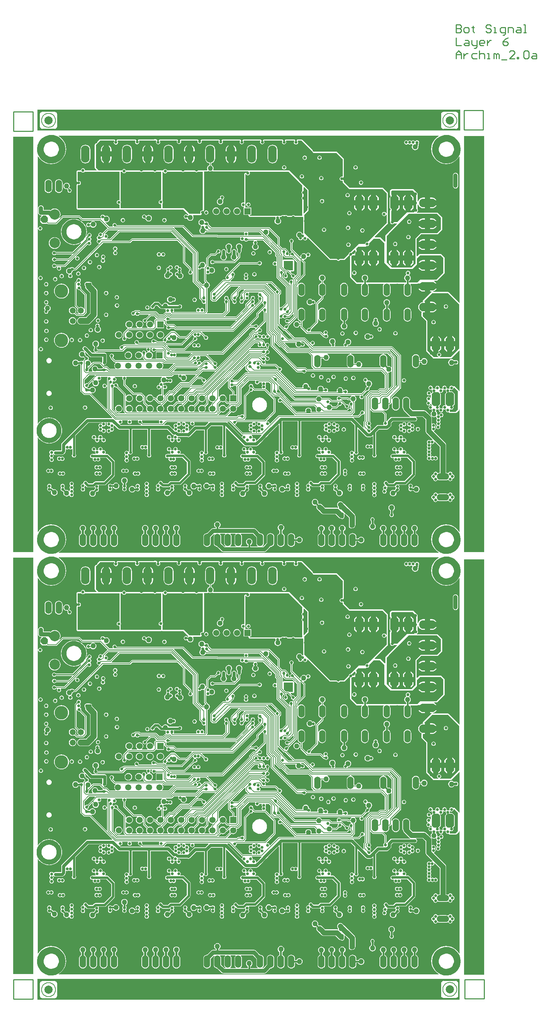
<source format=gbl>
G04 Layer_Physical_Order=6*
G04 Layer_Color=16711680*
%FSLAX25Y25*%
%MOIN*%
G70*
G01*
G75*
%ADD10C,0.00700*%
G04:AMPARAMS|DCode=11|XSize=78.74mil|YSize=78.74mil|CornerRadius=39.37mil|HoleSize=0mil|Usage=FLASHONLY|Rotation=90.000|XOffset=0mil|YOffset=0mil|HoleType=Round|Shape=RoundedRectangle|*
%AMROUNDEDRECTD11*
21,1,0.07874,0.00000,0,0,90.0*
21,1,0.00000,0.07874,0,0,90.0*
1,1,0.07874,0.00000,0.00000*
1,1,0.07874,0.00000,0.00000*
1,1,0.07874,0.00000,0.00000*
1,1,0.07874,0.00000,0.00000*
%
%ADD11ROUNDEDRECTD11*%
%ADD12C,0.01000*%
%ADD13C,0.06496*%
%ADD14C,0.04500*%
%ADD40C,0.06000*%
%ADD78C,0.00800*%
%ADD79C,0.05000*%
%ADD80C,0.03000*%
%ADD81C,0.02000*%
%ADD82C,0.02500*%
%ADD84C,0.04000*%
%ADD85C,0.02300*%
%ADD86C,0.00600*%
%ADD87C,0.02400*%
%ADD90C,0.01500*%
%ADD93C,0.02900*%
%ADD94C,0.01600*%
%ADD98R,0.05905X0.05905*%
%ADD99C,0.05905*%
%ADD100O,0.06000X0.12000*%
%ADD101O,0.16500X0.08250*%
%ADD102O,0.12000X0.06000*%
G04:AMPARAMS|DCode=103|XSize=133mil|YSize=83mil|CornerRadius=0mil|HoleSize=0mil|Usage=FLASHONLY|Rotation=270.000|XOffset=0mil|YOffset=0mil|HoleType=Round|Shape=Octagon|*
%AMOCTAGOND103*
4,1,8,-0.02075,-0.06650,0.02075,-0.06650,0.04150,-0.04575,0.04150,0.04575,0.02075,0.06650,-0.02075,0.06650,-0.04150,0.04575,-0.04150,-0.04575,-0.02075,-0.06650,0.0*
%
%ADD103OCTAGOND103*%

%ADD104O,0.08250X0.16500*%
%ADD105P,0.07577X8X292.5*%
%ADD106C,0.10000*%
%ADD107C,0.05800*%
%ADD108C,0.13050*%
%ADD109C,0.03000*%
%ADD110C,0.02800*%
%ADD111C,0.02200*%
%ADD112C,0.02900*%
%ADD137C,0.05000*%
%ADD138C,0.06000*%
G36*
X433783Y838150D02*
X27121D01*
Y858130D01*
X433783D01*
Y838150D01*
D02*
G37*
G36*
X413231Y832832D02*
X411934Y832037D01*
X410217Y830571D01*
X408750Y828853D01*
X407570Y826928D01*
X406706Y824841D01*
X406179Y822645D01*
X406001Y820394D01*
X406179Y818142D01*
X406706Y815946D01*
X407570Y813860D01*
X408750Y811934D01*
X410217Y810217D01*
X411934Y808750D01*
X413860Y807570D01*
X415946Y806706D01*
X418142Y806178D01*
X420394Y806001D01*
X422645Y806178D01*
X424841Y806706D01*
X426928Y807570D01*
X428853Y808750D01*
X430571Y810217D01*
X432037Y811934D01*
X432863Y813281D01*
X433363Y813140D01*
Y672908D01*
X432901Y672717D01*
X422859Y682759D01*
X422462Y683024D01*
X421994Y683117D01*
X407714Y683117D01*
X407681Y683617D01*
X407920Y683649D01*
X408511Y683894D01*
X409166Y684165D01*
X410237Y684986D01*
X411058Y686057D01*
X411093Y686142D01*
X404957D01*
Y683472D01*
X406165D01*
X406224Y683308D01*
X406248Y682972D01*
X405929Y682759D01*
X398308Y675138D01*
X398308Y675138D01*
X398042Y674741D01*
X397949Y674273D01*
X398029Y673872D01*
X397989Y673656D01*
X397806Y673338D01*
X397098Y673245D01*
X395949Y672769D01*
X394962Y672012D01*
X394204Y671025D01*
X393728Y669875D01*
X393566Y668642D01*
X393728Y667408D01*
X394204Y666259D01*
X394962Y665272D01*
X395949Y664514D01*
X396584Y664251D01*
X396665Y664154D01*
X396796Y663692D01*
X396791Y663671D01*
X396772Y663632D01*
X396763Y663619D01*
X396724Y663424D01*
X396673Y663231D01*
X396678Y663191D01*
X396670Y663151D01*
Y659994D01*
X396763Y659525D01*
X397028Y659129D01*
X401070Y655087D01*
X401070Y626694D01*
X401163Y626226D01*
X401429Y625829D01*
X407628Y619628D01*
X408026Y619363D01*
X408494Y619270D01*
X413096D01*
X413272Y619305D01*
X413451Y619323D01*
X413505Y619351D01*
X413535Y619357D01*
X413565Y619351D01*
X413619Y619323D01*
X413798Y619305D01*
X413974Y619270D01*
X424694D01*
X425162Y619363D01*
X425559Y619628D01*
X432901Y626970D01*
X433363Y626779D01*
Y587780D01*
X432864Y587776D01*
X432771Y588244D01*
X432506Y588641D01*
X428827Y592319D01*
X428777Y592353D01*
X428738Y592400D01*
X428580Y592485D01*
X428430Y592585D01*
X428371Y592597D01*
X428317Y592625D01*
X428138Y592643D01*
X427962Y592678D01*
X427903Y592666D01*
X427842Y592672D01*
X427670Y592620D01*
X427494Y592585D01*
X427461Y592563D01*
X427005Y592388D01*
X426936Y592491D01*
X426274Y592934D01*
X425494Y593089D01*
X424713Y592934D01*
X424052Y592491D01*
X423610Y591830D01*
X423455Y591050D01*
X423552Y590561D01*
X423500Y590540D01*
X423415Y590454D01*
X423314Y590387D01*
X422972Y590045D01*
X422774Y590178D01*
X421994Y590333D01*
X421213Y590178D01*
X421139Y590128D01*
X420713Y590444D01*
X420833Y591050D01*
X420678Y591830D01*
X420236Y592491D01*
X419574Y592934D01*
X418794Y593089D01*
X418013Y592934D01*
X417352Y592491D01*
X416910Y591830D01*
X416754Y591050D01*
X416899Y590325D01*
X416884Y590316D01*
X416754Y590202D01*
X416613Y590102D01*
X416518Y590003D01*
X416174Y590234D01*
X415394Y590389D01*
X414613Y590234D01*
X414429Y590110D01*
X413982Y590413D01*
X414097Y590994D01*
X413942Y591774D01*
X413500Y592436D01*
X412839Y592878D01*
X412058Y593033D01*
X411278Y592878D01*
X410616Y592436D01*
X410174Y591774D01*
X410019Y590994D01*
X410139Y590391D01*
X409711Y590075D01*
X409474Y590234D01*
X408694Y590389D01*
X407913Y590234D01*
X407726Y590108D01*
X407310Y590432D01*
X407433Y591050D01*
X407278Y591830D01*
X406836Y592491D01*
X406174Y592934D01*
X405394Y593089D01*
X404613Y592934D01*
X403952Y592491D01*
X403510Y591830D01*
X403355Y591050D01*
X403510Y590269D01*
X403952Y589608D01*
X404613Y589166D01*
X405394Y589010D01*
X406174Y589166D01*
X406362Y589291D01*
X406777Y588967D01*
X406655Y588350D01*
X406810Y587569D01*
X407252Y586908D01*
X407268Y586739D01*
X406299Y585770D01*
X405797Y585975D01*
X405678Y586574D01*
X405236Y587236D01*
X404574Y587678D01*
X403794Y587833D01*
X403013Y587678D01*
X402352Y587236D01*
X401910Y586574D01*
X401755Y585794D01*
X401910Y585013D01*
X402352Y584352D01*
X403013Y583910D01*
X403794Y583754D01*
X404574Y583910D01*
X405176Y584312D01*
X405676Y584179D01*
Y581828D01*
X405176Y581676D01*
X404936Y582036D01*
X404274Y582478D01*
X403494Y582633D01*
X402713Y582478D01*
X402052Y582036D01*
X401610Y581374D01*
X401454Y580594D01*
X401610Y579813D01*
X402052Y579152D01*
X402693Y578723D01*
X402707Y578633D01*
X402669Y578209D01*
X402513Y578178D01*
X401852Y577736D01*
X401410Y577074D01*
X401255Y576294D01*
X401410Y575513D01*
X401852Y574852D01*
X402513Y574410D01*
X403294Y574255D01*
X404074Y574410D01*
X404736Y574852D01*
X405178Y575513D01*
X405676Y575456D01*
Y575397D01*
X406836Y574237D01*
X406517Y573848D01*
X406174Y574078D01*
X405394Y574233D01*
X404613Y574078D01*
X403952Y573636D01*
X403510Y572974D01*
X403355Y572194D01*
X403510Y571413D01*
X403952Y570752D01*
X404613Y570310D01*
X405394Y570154D01*
X406174Y570310D01*
X406362Y570435D01*
X406777Y570112D01*
X406655Y569494D01*
X406810Y568713D01*
X406892Y568590D01*
X406488Y568280D01*
X405991Y567632D01*
X405679Y566878D01*
X405572Y566069D01*
X405679Y565260D01*
X405991Y564505D01*
X406100Y564364D01*
X405723Y564034D01*
X401227Y568530D01*
X400579Y569027D01*
X399825Y569339D01*
X399016Y569446D01*
X399016Y569446D01*
X388205D01*
X385435Y572215D01*
X385525Y572894D01*
Y578894D01*
X385401Y579834D01*
X385038Y580709D01*
X384461Y581461D01*
X383709Y582038D01*
X382834Y582401D01*
X381894Y582525D01*
X380954Y582401D01*
X380078Y582038D01*
X379326Y581461D01*
X378749Y580709D01*
X378386Y579834D01*
X378263Y578894D01*
Y572894D01*
X378386Y571954D01*
X378749Y571078D01*
X378811Y570997D01*
X378873Y570525D01*
X379186Y569771D01*
X379683Y569124D01*
X384699Y564108D01*
X384699Y564108D01*
X385346Y563611D01*
X385502Y563547D01*
X385402Y563047D01*
X368209D01*
X367389Y562884D01*
X366695Y562420D01*
X363939Y559664D01*
X363514Y559027D01*
X363165Y558938D01*
X362954Y558917D01*
X362860Y558984D01*
X362831Y559046D01*
Y565925D01*
X362753Y566315D01*
X362532Y566646D01*
X359875Y569304D01*
X360153Y569718D01*
X360954Y569386D01*
X361894Y569263D01*
X362833Y569386D01*
X363709Y569749D01*
X364461Y570326D01*
X365038Y571078D01*
X365401Y571954D01*
X365525Y572894D01*
Y574874D01*
X365776D01*
X366166Y574952D01*
X366496Y575173D01*
X367748Y576425D01*
X367763Y576446D01*
X368263Y576294D01*
Y572894D01*
X368386Y571954D01*
X368749Y571078D01*
X369326Y570326D01*
X370078Y569749D01*
X370954Y569386D01*
X371894Y569263D01*
X372833Y569386D01*
X373709Y569749D01*
X374461Y570326D01*
X375038Y571078D01*
X375401Y571954D01*
X375525Y572894D01*
Y578894D01*
X375401Y579834D01*
X375038Y580709D01*
X374461Y581461D01*
X373709Y582038D01*
X372833Y582401D01*
X371894Y582525D01*
X370954Y582401D01*
X370078Y582038D01*
X369326Y581461D01*
X368749Y580709D01*
X368547Y580222D01*
X368047Y580321D01*
Y581940D01*
X376515Y590407D01*
X376736Y590738D01*
X376813Y591128D01*
Y622236D01*
X376736Y622626D01*
X376515Y622957D01*
X368957Y630515D01*
X368626Y630736D01*
X368236Y630813D01*
X325672D01*
X325405Y631313D01*
X325585Y631583D01*
X325651Y631916D01*
X325932Y631879D01*
X326741Y631985D01*
X327495Y632298D01*
X328143Y632795D01*
X328640Y633442D01*
X328952Y634196D01*
X329059Y635006D01*
X328952Y635815D01*
X328640Y636569D01*
X328143Y637216D01*
X327495Y637713D01*
X326741Y638026D01*
X325932Y638132D01*
X325123Y638026D01*
X324369Y637713D01*
X323721Y637216D01*
X323224Y636569D01*
X322912Y635815D01*
X322805Y635006D01*
X322906Y634238D01*
X322259Y633806D01*
X321817Y633144D01*
X321662Y632364D01*
X321817Y631583D01*
X321997Y631313D01*
X321730Y630813D01*
X313609D01*
X313342Y631313D01*
X313514Y631571D01*
X313669Y632352D01*
X313514Y633132D01*
X313247Y633531D01*
X313629Y634028D01*
X313942Y634782D01*
X314048Y635592D01*
X313942Y636401D01*
X313629Y637155D01*
X313132Y637802D01*
X312485Y638299D01*
X311731Y638612D01*
X310921Y638718D01*
X310112Y638612D01*
X309358Y638299D01*
X308710Y637802D01*
X308213Y637155D01*
X307901Y636401D01*
X307795Y635592D01*
X307901Y634782D01*
X308213Y634028D01*
X308710Y633381D01*
X309358Y632884D01*
X309671Y632754D01*
X309591Y632352D01*
X309746Y631571D01*
X309918Y631313D01*
X309651Y630813D01*
X292977D01*
X292118Y631673D01*
X292282Y632215D01*
X292629Y632284D01*
X293290Y632726D01*
X293732Y633388D01*
X293887Y634168D01*
X293732Y634948D01*
X293290Y635610D01*
X292629Y636052D01*
X291848Y636207D01*
X291068Y636052D01*
X290406Y635610D01*
X289964Y634948D01*
X289896Y634602D01*
X289353Y634437D01*
X284808Y638982D01*
X284477Y639203D01*
X284087Y639281D01*
X274799D01*
X266978Y647101D01*
X267143Y647644D01*
X267474Y647710D01*
X268136Y648152D01*
X268578Y648813D01*
X268726Y649559D01*
X268743Y649599D01*
X268745Y649753D01*
X268754Y649880D01*
X268768Y649993D01*
X268787Y650092D01*
X268810Y650179D01*
X268836Y650252D01*
X268864Y650313D01*
X268893Y650363D01*
X268923Y650404D01*
X268977Y650465D01*
X269000Y650530D01*
X276679Y658209D01*
X276889Y658523D01*
X276962Y658894D01*
Y688341D01*
X276970Y688346D01*
X277016Y688341D01*
X277463Y688063D01*
Y682294D01*
X277586Y681354D01*
X277949Y680478D01*
X278526Y679726D01*
X279278Y679149D01*
X280154Y678786D01*
X281094Y678663D01*
X282033Y678786D01*
X282909Y679149D01*
X283661Y679726D01*
X284238Y680478D01*
X284601Y681354D01*
X284725Y682294D01*
Y688294D01*
X284601Y689233D01*
X284238Y690109D01*
X283661Y690861D01*
X282909Y691438D01*
X282033Y691801D01*
X281094Y691925D01*
X280154Y691801D01*
X279278Y691438D01*
X278526Y690861D01*
X278277Y690536D01*
X277777Y690706D01*
Y692565D01*
X284760Y699549D01*
X284970Y699863D01*
X285044Y700234D01*
Y711212D01*
X284970Y711583D01*
X284760Y711897D01*
X283075Y713583D01*
X283210Y713858D01*
X283332Y714032D01*
X284103Y714133D01*
X284857Y714446D01*
X285505Y714943D01*
X286001Y715590D01*
X286314Y716344D01*
X286358Y716679D01*
X286894Y716922D01*
X286913Y716910D01*
X287694Y716754D01*
X288474Y716910D01*
X289136Y717352D01*
X289578Y718013D01*
X289733Y718794D01*
X289578Y719574D01*
X289136Y720236D01*
X288474Y720678D01*
X287694Y720833D01*
X286913Y720678D01*
X286252Y720236D01*
X285881Y719681D01*
X285851Y719656D01*
X285467Y719544D01*
X285291Y719528D01*
X284857Y719861D01*
X284103Y720174D01*
X283294Y720280D01*
X282484Y720174D01*
X281730Y719861D01*
X281083Y719365D01*
X280586Y718717D01*
X280274Y717963D01*
X280172Y717192D01*
X279998Y717070D01*
X279723Y716934D01*
X272562Y724095D01*
Y729901D01*
X272592Y729963D01*
X272597Y730045D01*
X272605Y730095D01*
X272620Y730151D01*
X272643Y730214D01*
X272676Y730284D01*
X272721Y730361D01*
X272773Y730437D01*
X272938Y730637D01*
X273039Y730741D01*
X273055Y730781D01*
X273478Y731413D01*
X273633Y732194D01*
X273478Y732974D01*
X273036Y733636D01*
X272374Y734078D01*
X271594Y734233D01*
X270813Y734078D01*
X270152Y733636D01*
X269710Y732974D01*
X269554Y732194D01*
X269710Y731413D01*
X270132Y730781D01*
X270148Y730741D01*
X270256Y730630D01*
X270339Y730535D01*
X270409Y730445D01*
X270466Y730361D01*
X270511Y730284D01*
X270544Y730214D01*
X270568Y730151D01*
X270583Y730095D01*
X270591Y730044D01*
X270595Y729963D01*
X270625Y729901D01*
Y723694D01*
X270699Y723323D01*
X270909Y723009D01*
X271974Y721944D01*
X271829Y721465D01*
X271586Y721417D01*
X270925Y720975D01*
X270483Y720313D01*
X270328Y719533D01*
X270483Y718752D01*
X270655Y718495D01*
X270388Y717995D01*
X269196D01*
X268981Y718495D01*
X269317Y718997D01*
X269472Y719778D01*
X269317Y720558D01*
X268895Y721191D01*
X268879Y721230D01*
X268771Y721341D01*
X268687Y721437D01*
X268617Y721527D01*
X268561Y721611D01*
X268516Y721688D01*
X268482Y721758D01*
X268459Y721821D01*
X268444Y721877D01*
X268436Y721927D01*
X268432Y722009D01*
X268402Y722071D01*
Y722329D01*
X268328Y722700D01*
X268118Y723014D01*
X266102Y725030D01*
X265788Y725240D01*
X265417Y725314D01*
X262744D01*
X260162Y727895D01*
Y735046D01*
X260089Y735417D01*
X259879Y735731D01*
X250730Y744880D01*
X250416Y745090D01*
X250045Y745164D01*
X194785D01*
X192153Y747795D01*
X192130Y747861D01*
X192076Y747921D01*
X192045Y747964D01*
X192014Y748017D01*
X191983Y748081D01*
X191953Y748159D01*
X191926Y748250D01*
X191904Y748347D01*
X191868Y748614D01*
X191858Y748765D01*
X191812Y748859D01*
X191695Y749447D01*
X191253Y750109D01*
X190592Y750551D01*
X189811Y750706D01*
X189031Y750551D01*
X188862Y750438D01*
X188406Y750644D01*
X188395Y750728D01*
X188083Y751482D01*
X187586Y752129D01*
X186938Y752626D01*
X186184Y752939D01*
X185375Y753045D01*
X184566Y752939D01*
X183812Y752626D01*
X183164Y752129D01*
X182667Y751482D01*
X182355Y750728D01*
X182248Y749918D01*
X182355Y749109D01*
X182667Y748355D01*
X183164Y747707D01*
X183812Y747211D01*
X184399Y746967D01*
X184599Y746536D01*
X184613Y746387D01*
X184373Y746027D01*
X184218Y745247D01*
X184373Y744467D01*
X184381Y744454D01*
X183964Y744134D01*
X183467Y743487D01*
X183155Y742733D01*
X183048Y741923D01*
X183155Y741114D01*
X183467Y740360D01*
X183964Y739712D01*
X184612Y739216D01*
X185366Y738903D01*
X186175Y738797D01*
X186985Y738903D01*
X187739Y739216D01*
X188386Y739712D01*
X188883Y740360D01*
X188960Y740545D01*
X189544Y740649D01*
X189680Y740558D01*
X190051Y740484D01*
X225972D01*
X226208Y740043D01*
X226067Y739833D01*
X225912Y739053D01*
X226067Y738272D01*
X226214Y738053D01*
X225946Y737553D01*
X200905D01*
X200748Y737709D01*
X200418Y737930D01*
X200027Y738008D01*
X177182D01*
X168202Y746988D01*
X167871Y747209D01*
X167481Y747287D01*
X104009D01*
X103537Y747343D01*
X103486Y747433D01*
X103378Y747978D01*
X102936Y748639D01*
X102274Y749082D01*
X101494Y749237D01*
X100714Y749082D01*
X100052Y748639D01*
X99610Y747978D01*
X99455Y747198D01*
X99610Y746417D01*
X99752Y746204D01*
X99517Y745763D01*
X96420D01*
X92462Y749721D01*
X92745Y750145D01*
X92785Y750129D01*
X93594Y750022D01*
X94404Y750129D01*
X95158Y750441D01*
X95805Y750938D01*
X96302Y751585D01*
X96615Y752340D01*
X96721Y753149D01*
X96615Y753958D01*
X96302Y754712D01*
X95805Y755360D01*
X95158Y755857D01*
X94404Y756169D01*
X93594Y756276D01*
X92785Y756169D01*
X92278Y755959D01*
X91807Y756440D01*
X91719Y756538D01*
X91704Y756557D01*
X91699Y756560D01*
X91697Y756566D01*
X91610Y756613D01*
X91485Y756799D01*
X90824Y757241D01*
X90043Y757397D01*
X89263Y757241D01*
X88601Y756799D01*
X88159Y756138D01*
X88004Y755358D01*
X88159Y754577D01*
X88421Y754186D01*
X88120Y753736D01*
X88001Y753759D01*
X70685D01*
X68230Y756215D01*
X67900Y756436D01*
X67509Y756513D01*
X51494D01*
X51104Y756436D01*
X50773Y756215D01*
X48946Y754388D01*
X48569Y754718D01*
X48685Y754870D01*
X49250Y756232D01*
X49442Y757694D01*
X49250Y759156D01*
X48685Y760518D01*
X47788Y761688D01*
X46618Y762585D01*
X45256Y763150D01*
X43794Y763342D01*
X42332Y763150D01*
X40969Y762585D01*
X39800Y761688D01*
X39754Y761627D01*
X39272Y761827D01*
X38594Y761916D01*
X38594Y761916D01*
X33216D01*
Y763594D01*
X33127Y764272D01*
X32865Y764905D01*
X32448Y765448D01*
X31905Y765865D01*
X31272Y766127D01*
X30594Y766216D01*
X29915Y766127D01*
X29283Y765865D01*
X28739Y765448D01*
X28323Y764905D01*
X28061Y764272D01*
X27971Y763594D01*
Y759294D01*
X28061Y758615D01*
X28323Y757982D01*
X28739Y757439D01*
X29283Y757023D01*
X29915Y756761D01*
X30594Y756671D01*
X31068D01*
X31259Y756209D01*
X29894Y754844D01*
Y750744D01*
X31944Y748694D01*
X36044D01*
X36348Y748998D01*
X36873Y748473D01*
X37203Y748252D01*
X37594Y748174D01*
X45194D01*
X45584Y748252D01*
X45915Y748473D01*
X51916Y754474D01*
X67087D01*
X69542Y752019D01*
X69873Y751798D01*
X70263Y751720D01*
X87579D01*
X94581Y744718D01*
X94477Y744220D01*
X94432Y744160D01*
X94139Y743965D01*
X89926Y739752D01*
X89349Y739729D01*
X88687Y740171D01*
X87907Y740326D01*
X87127Y740171D01*
X86465Y739729D01*
X86023Y739067D01*
X85868Y738287D01*
X86023Y737507D01*
X86045Y737474D01*
X85854Y737012D01*
X85619Y736965D01*
X84957Y736523D01*
X84516Y735862D01*
X84360Y735081D01*
X84516Y734301D01*
X84911Y733708D01*
X84959Y733485D01*
Y733207D01*
X84887Y733085D01*
X84452Y732434D01*
X84297Y731653D01*
X84452Y730873D01*
X84894Y730212D01*
X85556Y729770D01*
X86198Y729642D01*
X86424Y729161D01*
X63318Y706055D01*
X62716D01*
X62654Y706084D01*
X62563Y706088D01*
X62502Y706097D01*
X62440Y706112D01*
X62375Y706134D01*
X62307Y706164D01*
X62234Y706203D01*
X62158Y706252D01*
X62077Y706313D01*
X61993Y706385D01*
X61892Y706482D01*
X61851Y706498D01*
X61222Y706919D01*
X60441Y707074D01*
X59661Y706919D01*
X59000Y706477D01*
X58830Y706224D01*
X58786Y706242D01*
X57977Y706348D01*
X57168Y706242D01*
X56414Y705930D01*
X55766Y705433D01*
X55269Y704785D01*
X54957Y704031D01*
X54850Y703222D01*
X54957Y702412D01*
X55269Y701658D01*
X55766Y701011D01*
X56414Y700514D01*
X57088Y700235D01*
X57223Y699940D01*
X57276Y699683D01*
X56982Y699242D01*
X56827Y698462D01*
X56982Y697681D01*
X57424Y697020D01*
X58086Y696578D01*
X58866Y696422D01*
X59646Y696578D01*
X60308Y697020D01*
X60750Y697681D01*
X60905Y698462D01*
X60750Y699242D01*
X60308Y699904D01*
X59912Y700168D01*
X59876Y700771D01*
X60188Y701011D01*
X60685Y701658D01*
X60997Y702412D01*
X61091Y703125D01*
X61222Y703151D01*
X61851Y703572D01*
X61892Y703588D01*
X61993Y703685D01*
X62077Y703757D01*
X62158Y703818D01*
X62234Y703867D01*
X62307Y703906D01*
X62375Y703936D01*
X62440Y703958D01*
X62502Y703973D01*
X62563Y703982D01*
X62654Y703986D01*
X62716Y704015D01*
X63740D01*
X64131Y704093D01*
X64461Y704314D01*
X90451Y730304D01*
X116032D01*
X116422Y730382D01*
X116753Y730603D01*
X118552Y732402D01*
X161763D01*
X167248Y726918D01*
Y711673D01*
X167325Y711283D01*
X167546Y710952D01*
X173302Y705197D01*
Y704223D01*
X173273Y704161D01*
X173269Y704070D01*
X173260Y704009D01*
X173245Y703947D01*
X173223Y703883D01*
X173193Y703814D01*
X173154Y703742D01*
X173104Y703665D01*
X173044Y703584D01*
X172971Y703500D01*
X172874Y703400D01*
X172858Y703359D01*
X172438Y702729D01*
X172282Y701949D01*
X172438Y701168D01*
X172880Y700507D01*
X173541Y700065D01*
X174322Y699910D01*
X175102Y700065D01*
X175763Y700507D01*
X176206Y701168D01*
X176224Y701262D01*
X176724Y701212D01*
Y692995D01*
X176802Y692605D01*
X177023Y692274D01*
X182774Y686522D01*
Y677261D01*
X182852Y676871D01*
X183073Y676540D01*
X184956Y674657D01*
X184979Y674592D01*
X185040Y674525D01*
X185077Y674476D01*
X185110Y674422D01*
X185141Y674360D01*
X185168Y674291D01*
X185191Y674212D01*
X185210Y674122D01*
X185225Y674022D01*
X185233Y673912D01*
X185236Y673772D01*
X185253Y673732D01*
X185401Y672989D01*
X185843Y672328D01*
X186505Y671886D01*
X187285Y671730D01*
X188065Y671886D01*
X188474Y672159D01*
X188974Y671891D01*
Y664836D01*
X188039Y663901D01*
X187297D01*
X187105Y664401D01*
X187459Y664931D01*
X187614Y665711D01*
X187459Y666492D01*
X187016Y667153D01*
X186355Y667595D01*
X185575Y667751D01*
X184794Y667595D01*
X184133Y667153D01*
X183982Y666927D01*
X183482D01*
X183333Y667149D01*
X182672Y667591D01*
X181891Y667746D01*
X181111Y667591D01*
X180449Y667149D01*
X180007Y666487D01*
X179852Y665707D01*
X180007Y664926D01*
X180358Y664401D01*
X180162Y663901D01*
X158484D01*
X158216Y664401D01*
X158414Y664697D01*
X158569Y665477D01*
X158414Y666257D01*
X158280Y666457D01*
X158547Y666957D01*
X163842D01*
X164524Y667093D01*
X164753Y667246D01*
X165074Y667310D01*
X165736Y667752D01*
X166178Y668413D01*
X166333Y669194D01*
X166178Y669974D01*
X165736Y670636D01*
X165074Y671078D01*
X164294Y671233D01*
X163513Y671078D01*
X162852Y670636D01*
X162778Y670526D01*
X153404D01*
X153098Y671264D01*
X152602Y671911D01*
X151954Y672408D01*
X151200Y672721D01*
X150391Y672827D01*
X149581Y672721D01*
X148827Y672408D01*
X148180Y671911D01*
X147683Y671264D01*
X147377Y670526D01*
X146844D01*
X144334Y673035D01*
X143756Y673422D01*
X143073Y673558D01*
X140334D01*
X140334Y673558D01*
X139651Y673422D01*
X139073Y673035D01*
X139073Y673035D01*
X136572Y670535D01*
X136185Y669956D01*
X136141Y669737D01*
X136033Y669576D01*
X135878Y668795D01*
X136033Y668015D01*
X136476Y667353D01*
X137137Y666911D01*
X137917Y666756D01*
X138698Y666911D01*
X139359Y667353D01*
X139801Y668015D01*
X139957Y668795D01*
X139944Y668860D01*
X141073Y669989D01*
X142334D01*
X144843Y667480D01*
X144843Y667480D01*
X145422Y667093D01*
X146105Y666957D01*
X148912D01*
X149581Y666680D01*
X150391Y666574D01*
X150417Y666577D01*
X150681Y666152D01*
X150583Y666006D01*
X150428Y665226D01*
X150583Y664445D01*
X150808Y664110D01*
X150541Y663610D01*
X150293D01*
X149903Y663532D01*
X149572Y663311D01*
X147897Y661635D01*
X144401D01*
X141714Y664323D01*
X141383Y664543D01*
X140993Y664621D01*
X126565D01*
X125810Y665376D01*
X125479Y665597D01*
X125089Y665675D01*
X121391D01*
X121001Y665597D01*
X120670Y665376D01*
X120664Y665367D01*
X120200Y664903D01*
X120136Y664880D01*
X120068Y664818D01*
X120019Y664782D01*
X119965Y664748D01*
X119904Y664718D01*
X119834Y664691D01*
X119755Y664668D01*
X119666Y664648D01*
X119566Y664634D01*
X119455Y664626D01*
X119316Y664623D01*
X119275Y664606D01*
X118533Y664458D01*
X117871Y664016D01*
X117429Y663354D01*
X117274Y662574D01*
X117429Y661794D01*
X117871Y661132D01*
X118533Y660690D01*
X119313Y660535D01*
X120094Y660690D01*
X120755Y661132D01*
X120910Y661364D01*
X121090Y661381D01*
X121477Y661312D01*
X121852Y660752D01*
X122513Y660310D01*
X123294Y660154D01*
X124074Y660310D01*
X124721Y660742D01*
X124752Y660754D01*
X124852Y660851D01*
X124936Y660924D01*
X125016Y660985D01*
X125092Y661034D01*
X125163Y661073D01*
X125231Y661103D01*
X125295Y661125D01*
X125357Y661140D01*
X125417Y661148D01*
X125508Y661153D01*
X125570Y661182D01*
X134060D01*
X134251Y660720D01*
X131494Y657962D01*
X131429Y657939D01*
X131362Y657878D01*
X131313Y657841D01*
X131258Y657808D01*
X131197Y657778D01*
X131127Y657750D01*
X131048Y657727D01*
X130959Y657708D01*
X130859Y657693D01*
X130748Y657685D01*
X130609Y657683D01*
X130568Y657665D01*
X129826Y657517D01*
X129165Y657075D01*
X128722Y656414D01*
X128567Y655633D01*
X128722Y654853D01*
X129165Y654191D01*
X129826Y653749D01*
X130606Y653594D01*
X131387Y653749D01*
X132048Y654191D01*
X132490Y654853D01*
X132638Y655595D01*
X132656Y655636D01*
X132658Y655775D01*
X132667Y655886D01*
X132681Y655986D01*
X132700Y656075D01*
X132724Y656154D01*
X132751Y656224D01*
X132781Y656285D01*
X132814Y656340D01*
X132851Y656389D01*
X132912Y656456D01*
X132936Y656520D01*
X136163Y659748D01*
X139445D01*
X140124Y659069D01*
X140124Y659069D01*
X141339Y657854D01*
X141090Y657396D01*
X140793Y657336D01*
X140462Y657115D01*
X139862Y656515D01*
X139641Y656184D01*
X139563Y655794D01*
Y652031D01*
X139063Y651998D01*
X138955Y652821D01*
X138597Y653685D01*
X138028Y654427D01*
X137285Y654997D01*
X136421Y655355D01*
X135494Y655477D01*
X134566Y655355D01*
X133702Y654997D01*
X132960Y654427D01*
X132390Y653685D01*
X132032Y652821D01*
X131910Y651894D01*
X132032Y650966D01*
X132390Y650102D01*
X132960Y649360D01*
X133168Y649200D01*
X132998Y648700D01*
X127989D01*
X127820Y649200D01*
X128027Y649360D01*
X128597Y650102D01*
X128955Y650966D01*
X129077Y651894D01*
X128955Y652821D01*
X128597Y653685D01*
X128027Y654427D01*
X127285Y654997D01*
X126421Y655355D01*
X125494Y655477D01*
X124566Y655355D01*
X123702Y654997D01*
X122960Y654427D01*
X122390Y653685D01*
X122032Y652821D01*
X121910Y651894D01*
X122032Y650966D01*
X122390Y650102D01*
X122960Y649360D01*
X123168Y649200D01*
X122998Y648700D01*
X117989D01*
X117820Y649200D01*
X118027Y649360D01*
X118597Y650102D01*
X118955Y650966D01*
X119077Y651894D01*
X118955Y652821D01*
X118597Y653685D01*
X118027Y654427D01*
X117285Y654997D01*
X116421Y655355D01*
X115494Y655477D01*
X114566Y655355D01*
X113702Y654997D01*
X112960Y654427D01*
X112390Y653685D01*
X112032Y652821D01*
X111910Y651894D01*
X112032Y650966D01*
X112390Y650102D01*
X112960Y649360D01*
X113702Y648790D01*
X113747Y648772D01*
X113847Y648189D01*
X110073Y644415D01*
X109852Y644084D01*
X109774Y643694D01*
Y640528D01*
X109745Y640466D01*
X109741Y640375D01*
X109732Y640314D01*
X109717Y640253D01*
X109695Y640190D01*
X109666Y640123D01*
X109626Y640052D01*
X109577Y639977D01*
X109517Y639898D01*
X109444Y639816D01*
X109347Y639718D01*
X109336Y639692D01*
X109333Y639690D01*
X108891Y639028D01*
X108736Y638248D01*
X108891Y637467D01*
X109333Y636806D01*
X109994Y636364D01*
X110775Y636209D01*
X111555Y636364D01*
X112217Y636806D01*
X112659Y637467D01*
X112814Y638248D01*
X112674Y638948D01*
X112867Y639145D01*
X113082Y639266D01*
X113702Y638790D01*
X114566Y638432D01*
X115494Y638310D01*
X116421Y638432D01*
X117285Y638790D01*
X118027Y639360D01*
X118597Y640102D01*
X118955Y640966D01*
X119077Y641894D01*
X118955Y642821D01*
X118597Y643685D01*
X118027Y644427D01*
X117285Y644997D01*
X116421Y645355D01*
X115494Y645477D01*
X114610Y645361D01*
X114570Y645398D01*
X114460Y645918D01*
X115203Y646661D01*
X138982D01*
X139372Y646739D01*
X139703Y646960D01*
X141304Y648561D01*
X141441Y648766D01*
X141941Y648615D01*
Y648341D01*
X149047D01*
Y652082D01*
X149101Y652124D01*
X149547Y652266D01*
X151294Y650519D01*
X151625Y650298D01*
X151485Y649836D01*
X151310Y649574D01*
X151154Y648794D01*
X151310Y648013D01*
X151752Y647352D01*
X152413Y646910D01*
X153194Y646755D01*
X153974Y646910D01*
X154603Y647330D01*
X154645Y647346D01*
X154745Y647443D01*
X154829Y647516D01*
X154910Y647576D01*
X154987Y647626D01*
X155059Y647665D01*
X155128Y647695D01*
X155192Y647717D01*
X155254Y647732D01*
X155315Y647741D01*
X155406Y647745D01*
X155468Y647774D01*
X158612D01*
X159613Y646774D01*
X159943Y646553D01*
X160334Y646475D01*
X175501D01*
X175693Y646013D01*
X170293Y640613D01*
X164416D01*
X159915Y645115D01*
X159584Y645336D01*
X159194Y645413D01*
X155994D01*
X155604Y645336D01*
X155273Y645115D01*
X149974Y639816D01*
X149903Y639787D01*
X148900Y638801D01*
X148805Y638714D01*
X148790Y638702D01*
X148788Y638698D01*
X148784Y638697D01*
X148738Y638611D01*
X148557Y638490D01*
X148115Y637828D01*
X147960Y637048D01*
X148115Y636268D01*
X148230Y636095D01*
X147963Y635595D01*
X142810D01*
X141919Y636486D01*
X141588Y636707D01*
X141201Y636784D01*
X141138Y636814D01*
X141047Y636819D01*
X140986Y636827D01*
X140924Y636842D01*
X140860Y636864D01*
X140791Y636894D01*
X140719Y636933D01*
X140642Y636983D01*
X140561Y637044D01*
X140477Y637116D01*
X140377Y637213D01*
X140336Y637229D01*
X139706Y637649D01*
X138926Y637805D01*
X138145Y637649D01*
X137484Y637207D01*
X137042Y636546D01*
X136887Y635766D01*
X137042Y634985D01*
X137235Y634695D01*
X136968Y634195D01*
X124843D01*
X124816Y634250D01*
X124789Y634320D01*
X124766Y634399D01*
X124746Y634488D01*
X124732Y634588D01*
X124723Y634699D01*
X124721Y634838D01*
X124703Y634879D01*
X124556Y635621D01*
X124114Y636283D01*
X123452Y636725D01*
X122672Y636880D01*
X121891Y636725D01*
X121230Y636283D01*
X120788Y635621D01*
X120633Y634841D01*
X120788Y634061D01*
X121230Y633399D01*
X121385Y633295D01*
X121233Y632795D01*
X110176D01*
X109786Y632718D01*
X109455Y632497D01*
X109081Y632123D01*
X109017Y632100D01*
X108949Y632038D01*
X108900Y632001D01*
X108846Y631968D01*
X108784Y631938D01*
X108715Y631911D01*
X108636Y631887D01*
X108546Y631868D01*
X108447Y631854D01*
X108336Y631845D01*
X108196Y631843D01*
X108156Y631825D01*
X107413Y631678D01*
X106752Y631236D01*
X106310Y630574D01*
X106155Y629794D01*
X106310Y629013D01*
X106752Y628352D01*
X106824Y628303D01*
X106673Y627803D01*
X85494D01*
X85433Y627832D01*
X85339Y627837D01*
X85291Y627845D01*
X85257Y627855D01*
X85232Y627866D01*
X85211Y627878D01*
X85191Y627895D01*
X85169Y627919D01*
X85143Y627955D01*
X85114Y628006D01*
X85073Y628101D01*
X85054Y628119D01*
X85053Y628123D01*
X84660Y628711D01*
X84655Y628739D01*
X84645Y628755D01*
X84642Y628766D01*
X84634Y628775D01*
X84634Y628775D01*
X84624Y628804D01*
X84610Y628854D01*
X84600Y628908D01*
X84571Y629244D01*
X84569Y629374D01*
X84546Y629427D01*
Y630381D01*
X84930Y630540D01*
X85577Y631037D01*
X86074Y631685D01*
X86386Y632439D01*
X86493Y633248D01*
X86386Y634057D01*
X86074Y634811D01*
X85577Y635459D01*
X84930Y635956D01*
X84175Y636268D01*
X83366Y636375D01*
X82557Y636268D01*
X81803Y635956D01*
X81155Y635459D01*
X80658Y634811D01*
X80346Y634057D01*
X80239Y633248D01*
X80346Y632439D01*
X80658Y631685D01*
X81155Y631037D01*
X81793Y630548D01*
Y629427D01*
X81770Y629374D01*
X81768Y629238D01*
X81752Y629003D01*
X81741Y628923D01*
X81728Y628854D01*
X81715Y628804D01*
X81705Y628775D01*
X81704Y628775D01*
X81697Y628766D01*
X81693Y628755D01*
X81683Y628739D01*
X81678Y628711D01*
X81285Y628123D01*
X81130Y627343D01*
X81285Y626562D01*
X81727Y625901D01*
X82389Y625459D01*
X83169Y625303D01*
X83873Y625443D01*
X83937Y625442D01*
X83937Y625442D01*
X83937D01*
X84088Y625502D01*
X84364Y625600D01*
X84609Y625671D01*
X84702Y625693D01*
X84898Y625726D01*
X84965Y625732D01*
X85050Y625735D01*
X85116Y625764D01*
X108851D01*
X109241Y625842D01*
X109572Y626063D01*
X112851Y629342D01*
X131955D01*
X132222Y628842D01*
X132110Y628674D01*
X131955Y627894D01*
X132110Y627113D01*
X132552Y626452D01*
X133068Y626107D01*
X133071Y625606D01*
X133055Y625560D01*
X132902Y625497D01*
X132224Y624977D01*
X131949Y625017D01*
X131684Y625129D01*
X131599Y625557D01*
X131157Y626219D01*
X130495Y626661D01*
X129715Y626816D01*
X128934Y626661D01*
X128273Y626219D01*
X127831Y625557D01*
X127737Y625085D01*
X127340Y624962D01*
X127200Y624949D01*
X126485Y625497D01*
X125621Y625855D01*
X124694Y625977D01*
X123766Y625855D01*
X122902Y625497D01*
X122160Y624928D01*
X121590Y624185D01*
X121232Y623321D01*
X121110Y622394D01*
X121232Y621466D01*
X121590Y620602D01*
X122160Y619860D01*
X122902Y619290D01*
X123766Y618932D01*
X124694Y618810D01*
X125621Y618932D01*
X126485Y619290D01*
X127227Y619860D01*
X127797Y620602D01*
X128155Y621466D01*
X128195Y621771D01*
X128695Y621738D01*
Y619925D01*
X128773Y619535D01*
X128994Y619204D01*
X130122Y618075D01*
X129931Y617613D01*
X102012D01*
X99787Y619838D01*
X99808Y619902D01*
X99839Y619970D01*
X99878Y620043D01*
X99927Y620119D01*
X99988Y620200D01*
X100060Y620285D01*
X100157Y620385D01*
X100173Y620426D01*
X100594Y621056D01*
X100749Y621836D01*
X100594Y622616D01*
X100152Y623278D01*
X99490Y623720D01*
X98710Y623875D01*
X97929Y623720D01*
X97268Y623278D01*
X96826Y622616D01*
X96671Y621836D01*
X96826Y621056D01*
X97246Y620426D01*
X97263Y620385D01*
X97359Y620285D01*
X97432Y620200D01*
X97492Y620119D01*
X97542Y620043D01*
X97581Y619970D01*
X97611Y619902D01*
X97633Y619837D01*
X97648Y619775D01*
X97657Y619715D01*
X97661Y619623D01*
X97690Y619562D01*
Y619474D01*
X97768Y619083D01*
X97989Y618753D01*
X100869Y615873D01*
X101199Y615652D01*
X101590Y615574D01*
X102181D01*
X102351Y615074D01*
X102160Y614927D01*
X101590Y614185D01*
X101232Y613321D01*
X101110Y612394D01*
X101232Y611466D01*
X101590Y610602D01*
X102144Y609881D01*
X102116Y609704D01*
X102006Y609381D01*
X96963D01*
X94717Y611626D01*
X94386Y611847D01*
X93996Y611925D01*
X91859D01*
X90993Y612792D01*
X91239Y613252D01*
X91535Y613194D01*
X92355Y613356D01*
X93049Y613821D01*
X93246Y614017D01*
X93710Y614712D01*
X93873Y615531D01*
Y622618D01*
X93710Y623438D01*
X93246Y624132D01*
X92552Y624596D01*
X91732Y624759D01*
X79824D01*
X74250Y630333D01*
X73556Y630797D01*
X72736Y630960D01*
X71917Y630797D01*
X71222Y630333D01*
X70758Y629638D01*
X70595Y628819D01*
X70758Y627999D01*
X71222Y627305D01*
X72447Y626081D01*
X72116Y625704D01*
X71839Y625916D01*
X71085Y626229D01*
X70276Y626335D01*
X69466Y626229D01*
X68712Y625916D01*
X68065Y625420D01*
X67568Y624772D01*
X67255Y624018D01*
X67149Y623209D01*
X67255Y622399D01*
X67568Y621645D01*
X68065Y620998D01*
X68712Y620501D01*
X69466Y620189D01*
X70276Y620082D01*
X71085Y620189D01*
X71620Y620410D01*
X72159Y619871D01*
X72180Y619817D01*
X72275Y619719D01*
X72430Y619542D01*
X72479Y619478D01*
X72518Y619420D01*
X72544Y619375D01*
X72557Y619349D01*
X72555Y619228D01*
X72546Y619117D01*
X72532Y619017D01*
X72513Y618928D01*
X72489Y618849D01*
X72462Y618779D01*
X72432Y618718D01*
X72399Y618664D01*
X72362Y618615D01*
X72300Y618547D01*
X72277Y618483D01*
X71425Y617630D01*
X71204Y617300D01*
X71145Y617005D01*
X70892Y616835D01*
X70626Y616750D01*
X70367Y616923D01*
X69587Y617078D01*
X68806Y616923D01*
X68218Y616530D01*
X68190Y616526D01*
X68174Y616515D01*
X68163Y616512D01*
X68155Y616504D01*
X68154Y616504D01*
X68125Y616494D01*
X68075Y616481D01*
X68021Y616470D01*
X67685Y616441D01*
X67555Y616439D01*
X67502Y616416D01*
X66663D01*
X66586Y616603D01*
X66089Y617250D01*
X65441Y617747D01*
X64687Y618060D01*
X63878Y618166D01*
X63069Y618060D01*
X62315Y617747D01*
X61667Y617250D01*
X61170Y616603D01*
X60858Y615849D01*
X60751Y615039D01*
X60858Y614230D01*
X61170Y613476D01*
X61667Y612828D01*
X62315Y612331D01*
X63069Y612019D01*
X63878Y611913D01*
X64687Y612019D01*
X65441Y612331D01*
X66089Y612828D01*
X66586Y613476D01*
X66663Y613663D01*
X67502D01*
X67555Y613640D01*
X67691Y613638D01*
X67926Y613622D01*
X68006Y613611D01*
X68075Y613598D01*
X68125Y613585D01*
X68152Y613576D01*
X68236Y613488D01*
X68309Y613404D01*
X68369Y613323D01*
X68419Y613246D01*
X68458Y613174D01*
X68488Y613106D01*
X68510Y613041D01*
X68525Y612979D01*
X68534Y612918D01*
X68538Y612827D01*
X68567Y612765D01*
Y588071D01*
X68645Y587681D01*
X68866Y587350D01*
X71764Y584451D01*
X72095Y584231D01*
X72485Y584153D01*
X77486D01*
X99372Y562267D01*
X99165Y561767D01*
X75295D01*
X74476Y561604D01*
X73781Y561140D01*
X60789Y548148D01*
X60789Y548148D01*
X50848Y538207D01*
X50384Y537512D01*
X50221Y536693D01*
Y530985D01*
X49999Y530763D01*
X44488D01*
X43669Y530600D01*
X42996Y530151D01*
X42967Y530136D01*
X42389Y530160D01*
X42190Y530458D01*
X41528Y530900D01*
X40748Y531055D01*
X39968Y530900D01*
X39306Y530458D01*
X38864Y529796D01*
X38709Y529016D01*
X38864Y528235D01*
X39287Y527602D01*
X39352Y527461D01*
Y527126D01*
X39287Y526985D01*
X38864Y526351D01*
X38709Y525571D01*
X38864Y524790D01*
X39306Y524129D01*
X39548Y523967D01*
Y523467D01*
X39404Y523371D01*
X38963Y522710D01*
X38807Y521929D01*
X38963Y521149D01*
X39404Y520487D01*
X40066Y520045D01*
X40846Y519890D01*
X41627Y520045D01*
X42288Y520487D01*
X42730Y521149D01*
X42886Y521929D01*
X42730Y522710D01*
X42288Y523371D01*
X42046Y523533D01*
Y524033D01*
X42190Y524129D01*
X42632Y524790D01*
X42787Y525571D01*
X42632Y526351D01*
X42209Y526985D01*
X42170Y527070D01*
X42220Y527183D01*
X42302Y527246D01*
X42955Y527136D01*
X42974Y527108D01*
X43669Y526644D01*
X44488Y526481D01*
X50886D01*
X51705Y526644D01*
X52400Y527108D01*
X53876Y528584D01*
X54340Y529279D01*
X54503Y530098D01*
Y531938D01*
X54944Y532174D01*
X55125Y532053D01*
X55905Y531898D01*
X56686Y532053D01*
X57047Y532295D01*
X57431Y532459D01*
X57815Y532295D01*
X58176Y532053D01*
X58957Y531898D01*
X59737Y532053D01*
X60270Y532409D01*
X60770Y532220D01*
Y527320D01*
X60518Y526942D01*
X60362Y526161D01*
X60518Y525381D01*
X60960Y524719D01*
X61621Y524277D01*
X62402Y524122D01*
X63182Y524277D01*
X63844Y524719D01*
X64285Y525381D01*
X64441Y526161D01*
X64285Y526942D01*
X64033Y527320D01*
Y545336D01*
X76182Y557485D01*
X89009D01*
X89244Y557044D01*
X89164Y556923D01*
X88791Y556571D01*
X88010Y556726D01*
X87230Y556571D01*
X86568Y556129D01*
X86126Y555467D01*
X85971Y554687D01*
X86126Y553906D01*
X86568Y553245D01*
X86655Y553187D01*
Y552687D01*
X86568Y552629D01*
X86126Y551967D01*
X85971Y551187D01*
X86126Y550407D01*
X86568Y549745D01*
X87230Y549303D01*
X88010Y549148D01*
X88547Y549254D01*
X89115Y548964D01*
X89126Y548907D01*
X89568Y548245D01*
X90230Y547803D01*
X91010Y547648D01*
X91791Y547803D01*
X92452Y548245D01*
X92894Y548907D01*
X93050Y549687D01*
X92894Y550467D01*
X92452Y551129D01*
X91791Y551571D01*
X91010Y551726D01*
X90405Y551606D01*
X89906Y551910D01*
X89894Y551967D01*
X89452Y552629D01*
X89365Y552687D01*
Y553187D01*
X89452Y553245D01*
X89857Y553851D01*
X90230Y554203D01*
X91010Y554048D01*
X91791Y554203D01*
X92452Y554645D01*
X92894Y555306D01*
X93050Y556087D01*
X92894Y556867D01*
X92776Y557044D01*
X93012Y557485D01*
X93809D01*
X94044Y557044D01*
X93926Y556867D01*
X93771Y556087D01*
X93926Y555306D01*
X94368Y554645D01*
X95030Y554203D01*
X95810Y554048D01*
X96416Y554168D01*
X96915Y553864D01*
X96926Y553806D01*
X97368Y553145D01*
X97455Y553087D01*
Y552587D01*
X97368Y552529D01*
X96964Y551923D01*
X96591Y551571D01*
X95810Y551726D01*
X95030Y551571D01*
X94368Y551129D01*
X93926Y550467D01*
X93771Y549687D01*
X93926Y548907D01*
X94368Y548245D01*
X95030Y547803D01*
X95810Y547648D01*
X96591Y547803D01*
X97252Y548245D01*
X97694Y548907D01*
X97728Y549078D01*
X98030Y549203D01*
X98810Y549048D01*
X99591Y549203D01*
X100252Y549645D01*
X100694Y550307D01*
X100849Y551087D01*
X100694Y551867D01*
X100252Y552529D01*
X100165Y552587D01*
Y553087D01*
X100252Y553145D01*
X100694Y553806D01*
X100849Y554587D01*
X100810Y554786D01*
X101271Y555032D01*
X104687Y551616D01*
X105381Y551152D01*
X106201Y550989D01*
X115199D01*
Y530174D01*
X115015Y529898D01*
X114477Y529803D01*
X114434Y529867D01*
X113772Y530309D01*
X112992Y530464D01*
X112212Y530309D01*
X111550Y529867D01*
X111108Y529206D01*
X110953Y528425D01*
X111108Y527645D01*
X111532Y527011D01*
X111596Y526870D01*
Y526535D01*
X111532Y526394D01*
X111108Y525761D01*
X110953Y524980D01*
X111108Y524200D01*
X111550Y523538D01*
X111792Y523377D01*
Y522877D01*
X111649Y522781D01*
X111207Y522119D01*
X111051Y521339D01*
X111207Y520558D01*
X111649Y519897D01*
X112310Y519455D01*
X113091Y519299D01*
X113871Y519455D01*
X114532Y519897D01*
X114974Y520558D01*
X115130Y521339D01*
X114974Y522119D01*
X114532Y522781D01*
X114290Y522942D01*
Y523442D01*
X114434Y523538D01*
X114876Y524200D01*
X115031Y524980D01*
X114876Y525761D01*
X114453Y526394D01*
X114388Y526535D01*
Y526870D01*
X114453Y527011D01*
X114808Y527543D01*
X115346Y527638D01*
X115389Y527574D01*
X116050Y527132D01*
X116831Y526977D01*
X117611Y527132D01*
X118273Y527574D01*
X118715Y528235D01*
X118870Y529016D01*
X118715Y529796D01*
X118462Y530174D01*
Y550989D01*
X133014D01*
Y535753D01*
X132514Y535563D01*
X131981Y535919D01*
X131201Y536075D01*
X130420Y535919D01*
X130059Y535678D01*
X129675Y535513D01*
X129291Y535678D01*
X128930Y535919D01*
X128150Y536075D01*
X127369Y535919D01*
X126708Y535477D01*
X126266Y534816D01*
X126110Y534035D01*
X126266Y533255D01*
X126708Y532593D01*
X127369Y532152D01*
X128150Y531996D01*
X128930Y532152D01*
X129291Y532393D01*
X129675Y532558D01*
X130059Y532393D01*
X130420Y532152D01*
X131201Y531996D01*
X131981Y532152D01*
X132514Y532508D01*
X133014Y532318D01*
Y527320D01*
X132762Y526942D01*
X132606Y526161D01*
X132762Y525381D01*
X133204Y524719D01*
X133865Y524277D01*
X134646Y524122D01*
X135426Y524277D01*
X136088Y524719D01*
X136530Y525381D01*
X136685Y526161D01*
X136530Y526942D01*
X136277Y527320D01*
Y550989D01*
X152066D01*
X157049Y546006D01*
X157744Y545541D01*
X158257Y545439D01*
X158447Y544892D01*
X158148Y544445D01*
X157993Y543665D01*
X158131Y542970D01*
X157926Y542756D01*
X157726Y542640D01*
X157713Y542649D01*
X156932Y542804D01*
X156152Y542649D01*
X156094Y542610D01*
X155811Y542796D01*
X155689Y542941D01*
X155833Y543665D01*
X155678Y544445D01*
X155236Y545107D01*
X154574Y545548D01*
X153794Y545704D01*
X153013Y545548D01*
X152352Y545107D01*
X151910Y544445D01*
X151754Y543665D01*
X151910Y542884D01*
X152352Y542223D01*
X153013Y541781D01*
X153794Y541625D01*
X154574Y541781D01*
X154632Y541819D01*
X154915Y541633D01*
X155037Y541489D01*
X154893Y540765D01*
X155048Y539984D01*
X155490Y539323D01*
X156152Y538881D01*
X156932Y538725D01*
X157713Y538881D01*
X158374Y539323D01*
X158816Y539984D01*
X158972Y540765D01*
X158833Y541459D01*
X159038Y541674D01*
X159239Y541789D01*
X159252Y541781D01*
X160032Y541625D01*
X160813Y541781D01*
X160826Y541789D01*
X161026Y541674D01*
X161231Y541459D01*
X161093Y540765D01*
X161248Y539984D01*
X161690Y539323D01*
X162352Y538881D01*
X163132Y538725D01*
X163913Y538881D01*
X164574Y539323D01*
X165016Y539984D01*
X165172Y540765D01*
X165016Y541545D01*
X164574Y542206D01*
X163913Y542649D01*
X163132Y542804D01*
X162352Y542649D01*
X162339Y542640D01*
X162138Y542756D01*
X161933Y542970D01*
X162072Y543665D01*
X162424Y544017D01*
X162505Y544001D01*
X171079D01*
X171425Y543770D01*
X172244Y543607D01*
X173064Y543770D01*
X173758Y544234D01*
X173758Y544234D01*
X179922Y550398D01*
X187705D01*
Y530135D01*
X187452Y529757D01*
X187429Y529642D01*
X186899Y529537D01*
X186678Y529867D01*
X186017Y530309D01*
X185236Y530464D01*
X184456Y530309D01*
X183794Y529867D01*
X183352Y529206D01*
X183197Y528425D01*
X183352Y527645D01*
X183776Y527011D01*
X183840Y526870D01*
Y526535D01*
X183776Y526394D01*
X183352Y525761D01*
X183197Y524980D01*
X183352Y524200D01*
X183794Y523538D01*
X184037Y523377D01*
Y522877D01*
X183893Y522781D01*
X183451Y522119D01*
X183296Y521339D01*
X183451Y520558D01*
X183893Y519897D01*
X184554Y519455D01*
X185335Y519299D01*
X186115Y519455D01*
X186777Y519897D01*
X187219Y520558D01*
X187374Y521339D01*
X187219Y522119D01*
X186777Y522781D01*
X186534Y522942D01*
Y523442D01*
X186678Y523538D01*
X187120Y524200D01*
X187275Y524980D01*
X187120Y525761D01*
X186697Y526394D01*
X186633Y526535D01*
Y526870D01*
X186697Y527011D01*
X187120Y527645D01*
X187143Y527759D01*
X187674Y527865D01*
X187894Y527534D01*
X188556Y527092D01*
X189336Y526937D01*
X190117Y527092D01*
X190778Y527534D01*
X191220Y528196D01*
X191375Y528976D01*
X191220Y529757D01*
X190968Y530135D01*
Y550912D01*
X194391Y554335D01*
X205258D01*
Y535466D01*
X204758Y535304D01*
X204191Y535683D01*
X203411Y535838D01*
X202631Y535683D01*
X202269Y535441D01*
X201885Y535277D01*
X201502Y535441D01*
X201140Y535683D01*
X200360Y535838D01*
X199580Y535683D01*
X198918Y535241D01*
X198476Y534580D01*
X198321Y533799D01*
X198476Y533019D01*
X198918Y532357D01*
X199580Y531915D01*
X200360Y531760D01*
X201140Y531915D01*
X201502Y532157D01*
X201885Y532321D01*
X202269Y532157D01*
X202631Y531915D01*
X203411Y531760D01*
X204191Y531915D01*
X204758Y532294D01*
X205258Y532133D01*
Y527320D01*
X205006Y526942D01*
X204851Y526161D01*
X205006Y525381D01*
X205448Y524719D01*
X206109Y524277D01*
X206890Y524122D01*
X207670Y524277D01*
X208332Y524719D01*
X208774Y525381D01*
X208929Y526161D01*
X208774Y526942D01*
X208521Y527320D01*
Y552345D01*
X208983Y552536D01*
X225947Y535573D01*
X226641Y535108D01*
X227461Y534945D01*
X237598D01*
X238418Y535108D01*
X239112Y535573D01*
X244274Y540734D01*
X244331Y540820D01*
X246267Y542755D01*
X246353Y542813D01*
X247128Y543588D01*
X247185Y543674D01*
X249121Y545610D01*
X249207Y545667D01*
X259029Y555489D01*
X259491Y555298D01*
Y529916D01*
X258991Y529765D01*
X258922Y529867D01*
X258261Y530309D01*
X257480Y530464D01*
X256700Y530309D01*
X256038Y529867D01*
X255596Y529206D01*
X255441Y528425D01*
X255596Y527645D01*
X256020Y527011D01*
X256084Y526870D01*
Y526535D01*
X256020Y526394D01*
X255596Y525761D01*
X255441Y524980D01*
X255596Y524200D01*
X256038Y523538D01*
X256281Y523377D01*
Y522877D01*
X256137Y522781D01*
X255695Y522119D01*
X255540Y521339D01*
X255695Y520558D01*
X256137Y519897D01*
X256798Y519455D01*
X257579Y519299D01*
X258359Y519455D01*
X259021Y519897D01*
X259463Y520558D01*
X259618Y521339D01*
X259463Y522119D01*
X259021Y522781D01*
X258779Y522942D01*
Y523442D01*
X258922Y523538D01*
X259364Y524200D01*
X259520Y524980D01*
X259364Y525761D01*
X258941Y526394D01*
X258877Y526535D01*
Y526870D01*
X258941Y527011D01*
X259364Y527645D01*
X259425Y527948D01*
X259955Y528054D01*
X260237Y527633D01*
X260898Y527191D01*
X261679Y527036D01*
X262459Y527191D01*
X263121Y527633D01*
X263563Y528294D01*
X263718Y529075D01*
X263563Y529855D01*
X263121Y530517D01*
X262753Y530762D01*
Y558863D01*
X277502D01*
Y535466D01*
X277003Y535304D01*
X276435Y535683D01*
X275655Y535838D01*
X274875Y535683D01*
X274513Y535441D01*
X274130Y535277D01*
X273746Y535441D01*
X273384Y535683D01*
X272604Y535838D01*
X271824Y535683D01*
X271162Y535241D01*
X270720Y534580D01*
X270565Y533799D01*
X270720Y533019D01*
X271162Y532357D01*
X271824Y531915D01*
X272604Y531760D01*
X273384Y531915D01*
X273746Y532157D01*
X274130Y532321D01*
X274513Y532157D01*
X274875Y531915D01*
X275655Y531760D01*
X276435Y531915D01*
X277003Y532294D01*
X277502Y532133D01*
Y527320D01*
X277250Y526942D01*
X277095Y526161D01*
X277250Y525381D01*
X277692Y524719D01*
X278354Y524277D01*
X279134Y524122D01*
X279914Y524277D01*
X280576Y524719D01*
X281018Y525381D01*
X281173Y526161D01*
X281018Y526942D01*
X280765Y527320D01*
Y558863D01*
X328542D01*
X332227Y555178D01*
Y530076D01*
X331974Y529698D01*
X331953Y529590D01*
X331422Y529484D01*
X331166Y529867D01*
X330505Y530309D01*
X329724Y530464D01*
X328944Y530309D01*
X328282Y529867D01*
X327840Y529206D01*
X327685Y528425D01*
X327840Y527645D01*
X328264Y527011D01*
X328328Y526870D01*
Y526535D01*
X328264Y526394D01*
X327840Y525761D01*
X327685Y524980D01*
X327840Y524200D01*
X328282Y523538D01*
X328525Y523377D01*
Y522877D01*
X328381Y522781D01*
X327939Y522119D01*
X327784Y521339D01*
X327939Y520558D01*
X328381Y519897D01*
X329043Y519455D01*
X329823Y519299D01*
X330603Y519455D01*
X331265Y519897D01*
X331707Y520558D01*
X331862Y521339D01*
X331707Y522119D01*
X331265Y522781D01*
X331023Y522942D01*
Y523442D01*
X331166Y523538D01*
X331608Y524200D01*
X331764Y524980D01*
X331608Y525761D01*
X331185Y526394D01*
X331121Y526535D01*
Y526870D01*
X331185Y527011D01*
X331608Y527645D01*
X331630Y527753D01*
X332161Y527858D01*
X332416Y527475D01*
X333078Y527033D01*
X333858Y526878D01*
X334639Y527033D01*
X335300Y527475D01*
X335742Y528137D01*
X335897Y528917D01*
X335742Y529698D01*
X335490Y530076D01*
Y551262D01*
X335952Y551453D01*
X343073Y544332D01*
X343767Y543868D01*
X344587Y543705D01*
X347539D01*
X348359Y543868D01*
X349053Y544332D01*
X349285Y544564D01*
X349747Y544372D01*
Y536363D01*
X349247Y536173D01*
X348713Y536530D01*
X347933Y536685D01*
X347153Y536530D01*
X346791Y536288D01*
X346408Y536124D01*
X346024Y536288D01*
X345662Y536530D01*
X344882Y536685D01*
X344102Y536530D01*
X343440Y536088D01*
X342998Y535426D01*
X342843Y534646D01*
X342998Y533865D01*
X343440Y533204D01*
X344102Y532762D01*
X344882Y532607D01*
X345662Y532762D01*
X346024Y533003D01*
X346408Y533168D01*
X346791Y533003D01*
X347153Y532762D01*
X347933Y532607D01*
X348713Y532762D01*
X349247Y533118D01*
X349747Y532928D01*
Y527320D01*
X349494Y526942D01*
X349339Y526161D01*
X349494Y525381D01*
X349936Y524719D01*
X350598Y524277D01*
X351378Y524122D01*
X352158Y524277D01*
X352820Y524719D01*
X353262Y525381D01*
X353417Y526161D01*
X353262Y526942D01*
X353009Y527320D01*
Y548288D01*
X355710Y550989D01*
X363287D01*
X364107Y551152D01*
X364801Y551616D01*
X366967Y553781D01*
X367431Y554476D01*
X367594Y555295D01*
Y557263D01*
X369096Y558764D01*
X390354D01*
X391174Y558927D01*
X391868Y559391D01*
X392333Y560086D01*
X392495Y560906D01*
X392333Y561725D01*
X391868Y562420D01*
X391460Y562692D01*
X391612Y563192D01*
X397721D01*
X400417Y560496D01*
Y556040D01*
Y549685D01*
X400417Y549685D01*
X400470Y549280D01*
X400523Y548876D01*
X400836Y548122D01*
X401332Y547474D01*
X406352Y542454D01*
X407332Y541474D01*
X407086Y541013D01*
X406988Y541033D01*
X406208Y540878D01*
X405799Y540604D01*
X405428Y540476D01*
X405058Y540604D01*
X404649Y540878D01*
X403868Y541033D01*
X403088Y540878D01*
X402427Y540436D01*
X401985Y539774D01*
X401829Y538994D01*
X401985Y538213D01*
X402289Y537758D01*
X402386Y537400D01*
X402289Y537043D01*
X401985Y536587D01*
X401829Y535807D01*
X401985Y535027D01*
X402247Y534634D01*
X402417Y534335D01*
X402274Y533866D01*
X402053Y533536D01*
X401898Y532756D01*
X402053Y531976D01*
X402495Y531314D01*
Y531192D01*
X402427Y531147D01*
X401985Y530485D01*
X401829Y529705D01*
X401985Y528924D01*
X402272Y528495D01*
X402385Y528130D01*
X402272Y527765D01*
X401985Y527336D01*
X401829Y526555D01*
X401985Y525775D01*
X402427Y525113D01*
Y524836D01*
X401985Y524174D01*
X401829Y523394D01*
X401985Y522613D01*
X402427Y521952D01*
X403088Y521510D01*
X403868Y521354D01*
X404649Y521510D01*
X405126Y521828D01*
X405478Y521912D01*
X405829Y521828D01*
X406306Y521510D01*
X407087Y521354D01*
X407867Y521510D01*
X408319Y521812D01*
X408678Y521911D01*
X409036Y521812D01*
X409488Y521510D01*
X410268Y521354D01*
X411049Y521510D01*
X411710Y521952D01*
X412152Y522613D01*
X412308Y523394D01*
X412152Y524174D01*
X411710Y524836D01*
X411049Y525278D01*
X410268Y525433D01*
X409488Y525278D01*
X408827Y524836D01*
X408529D01*
X407867Y525278D01*
X407087Y525433D01*
X406306Y525278D01*
X405792Y524934D01*
X405432Y525295D01*
X405753Y525775D01*
X405908Y526555D01*
X405753Y527336D01*
X405465Y527765D01*
X405352Y528130D01*
X405465Y528495D01*
X405753Y528924D01*
X405908Y529705D01*
X405753Y530485D01*
X405310Y531147D01*
Y531268D01*
X405379Y531314D01*
X405821Y531976D01*
X405976Y532756D01*
X405821Y533536D01*
X405558Y533929D01*
X405388Y534228D01*
X405532Y534697D01*
X405753Y535027D01*
X405908Y535807D01*
X405753Y536587D01*
X405481Y536994D01*
X405841Y537355D01*
X406208Y537110D01*
X406988Y536954D01*
X407769Y537110D01*
X408430Y537552D01*
X408872Y538213D01*
X409027Y538994D01*
X409008Y539091D01*
X409469Y539338D01*
X414122Y534684D01*
Y509515D01*
X413254Y509401D01*
X412597Y509129D01*
X412211Y509162D01*
X411961Y509348D01*
X411636Y509836D01*
X410974Y510278D01*
X410194Y510433D01*
X409413Y510278D01*
X408752Y509836D01*
X408310Y509174D01*
X408154Y508394D01*
X408154Y508394D01*
X408154Y508391D01*
X407750Y507865D01*
X407313Y507778D01*
X406652Y507336D01*
X406210Y506674D01*
X406054Y505894D01*
X406210Y505113D01*
X406652Y504452D01*
X407313Y504010D01*
X407654Y503942D01*
X408054Y503394D01*
X408210Y502613D01*
X408652Y501952D01*
X409313Y501510D01*
X410094Y501355D01*
X410874Y501510D01*
X411536Y501952D01*
X411895Y502490D01*
X412187Y502647D01*
X412504Y502697D01*
X413254Y502386D01*
X414194Y502263D01*
X420194D01*
X421134Y502386D01*
X421791Y502659D01*
X422176Y502625D01*
X422426Y502439D01*
X422752Y501952D01*
X423413Y501510D01*
X424194Y501355D01*
X424974Y501510D01*
X425636Y501952D01*
X426078Y502613D01*
X426233Y503394D01*
X426233Y503394D01*
X426233Y503396D01*
X426637Y503923D01*
X427074Y504010D01*
X427736Y504452D01*
X428178Y505113D01*
X428333Y505894D01*
X428178Y506674D01*
X427736Y507336D01*
X427074Y507778D01*
X426734Y507845D01*
X426333Y508394D01*
X426178Y509174D01*
X425736Y509836D01*
X425074Y510278D01*
X424294Y510433D01*
X423513Y510278D01*
X422852Y509836D01*
X422492Y509298D01*
X422200Y509141D01*
X421883Y509090D01*
X421134Y509401D01*
X420376Y509501D01*
Y535979D01*
X420269Y536788D01*
X419957Y537542D01*
X419460Y538190D01*
X419460Y538190D01*
X410774Y546876D01*
X408484Y549166D01*
X408649Y549709D01*
X408955Y549770D01*
X409616Y550212D01*
X410058Y550873D01*
X410214Y551653D01*
X410058Y552434D01*
X409752Y552893D01*
X409657Y553250D01*
X409752Y553606D01*
X410058Y554065D01*
X410214Y554846D01*
X410058Y555626D01*
X409616Y556288D01*
X408955Y556730D01*
X408174Y556885D01*
X407394Y556730D01*
X407170Y556580D01*
X406670Y556847D01*
Y561791D01*
X406564Y562601D01*
X406251Y563355D01*
X406105Y563546D01*
X406488Y563858D01*
X407136Y563361D01*
X407890Y563049D01*
X408699Y562942D01*
X409508Y563049D01*
X410262Y563361D01*
X410387Y563457D01*
X410841Y563174D01*
X410835Y563146D01*
X410990Y562365D01*
X411432Y561704D01*
Y561288D01*
X410990Y560626D01*
X410835Y559846D01*
X410990Y559065D01*
X411432Y558404D01*
Y557988D01*
X410990Y557326D01*
X410835Y556546D01*
X410990Y555765D01*
X411432Y555104D01*
Y554988D01*
X411132Y554788D01*
X410690Y554126D01*
X410535Y553346D01*
X410690Y552565D01*
X411132Y551904D01*
X411794Y551462D01*
X412574Y551306D01*
X413355Y551462D01*
X414016Y551904D01*
X414458Y552565D01*
X414613Y553346D01*
X414458Y554126D01*
X414016Y554788D01*
Y554903D01*
X414316Y555104D01*
X414758Y555765D01*
X414914Y556546D01*
X414758Y557326D01*
X414316Y557988D01*
Y558404D01*
X414758Y559065D01*
X414914Y559846D01*
X414758Y560626D01*
X414316Y561288D01*
Y561704D01*
X414758Y562365D01*
X414897Y563061D01*
X415674Y562907D01*
X416455Y563062D01*
X417116Y563504D01*
X417558Y564165D01*
X417713Y564946D01*
X417558Y565726D01*
X417116Y566388D01*
X416455Y566830D01*
X415674Y566985D01*
X414894Y566830D01*
X414232Y566388D01*
X413790Y565726D01*
X413652Y565030D01*
X412874Y565185D01*
X412172Y565045D01*
X412017Y565118D01*
X411972Y565154D01*
X411737Y565392D01*
X411826Y566069D01*
X411719Y566878D01*
X411407Y567632D01*
X410910Y568280D01*
X410499Y568595D01*
X410578Y568713D01*
X410733Y569494D01*
X410587Y570226D01*
X410692Y570353D01*
X410989Y570559D01*
X411278Y570366D01*
X412058Y570210D01*
X412839Y570366D01*
X413090Y570534D01*
X413458Y570306D01*
X413507Y570261D01*
X413354Y569494D01*
X413510Y568713D01*
X413952Y568052D01*
X414613Y567610D01*
X415394Y567454D01*
X416174Y567610D01*
X416836Y568052D01*
X417278Y568713D01*
X417433Y569494D01*
X417306Y570134D01*
X417346Y570174D01*
X417446Y570241D01*
X417774Y570570D01*
X418013Y570410D01*
X418794Y570255D01*
X419574Y570410D01*
X419680Y570480D01*
X419762Y570441D01*
X420085Y570150D01*
X419954Y569494D01*
X420110Y568713D01*
X420552Y568052D01*
X421213Y567610D01*
X421994Y567454D01*
X422774Y567610D01*
X422866Y567587D01*
X422940Y567448D01*
X423054Y567309D01*
X423154Y567160D01*
X423204Y567126D01*
X423243Y567079D01*
X423401Y566995D01*
X423551Y566895D01*
X423610Y566883D01*
X423664Y566854D01*
X423843Y566837D01*
X424019Y566802D01*
X429569D01*
X430038Y566895D01*
X430435Y567160D01*
X432506Y569231D01*
X432771Y569628D01*
X432864Y570096D01*
X433363Y570092D01*
Y452648D01*
X432863Y452507D01*
X432037Y453853D01*
X430571Y455571D01*
X428853Y457037D01*
X426928Y458217D01*
X424841Y459082D01*
X422645Y459609D01*
X420394Y459786D01*
X418142Y459609D01*
X415946Y459082D01*
X413860Y458217D01*
X411934Y457037D01*
X410217Y455571D01*
X408750Y453853D01*
X407570Y451928D01*
X406706Y449841D01*
X406179Y447645D01*
X406001Y445394D01*
X406179Y443142D01*
X406706Y440946D01*
X407570Y438860D01*
X408750Y436934D01*
X410217Y435217D01*
X411934Y433750D01*
X413233Y432954D01*
X413092Y432454D01*
X47696D01*
X47555Y432954D01*
X48853Y433750D01*
X50571Y435217D01*
X52037Y436934D01*
X53217Y438860D01*
X54082Y440946D01*
X54609Y443142D01*
X54786Y445394D01*
X54609Y447645D01*
X54082Y449841D01*
X53217Y451928D01*
X52037Y453853D01*
X50571Y455571D01*
X48853Y457037D01*
X46928Y458217D01*
X44841Y459082D01*
X42645Y459609D01*
X40394Y459786D01*
X38142Y459609D01*
X35946Y459082D01*
X33860Y458217D01*
X31934Y457037D01*
X30217Y455571D01*
X28750Y453853D01*
X27920Y452499D01*
X27420Y452640D01*
Y543189D01*
X27901Y543325D01*
X28334Y542619D01*
X29607Y541129D01*
X31097Y539856D01*
X32768Y538832D01*
X34578Y538082D01*
X36484Y537625D01*
X38438Y537471D01*
X40391Y537625D01*
X42297Y538082D01*
X44107Y538832D01*
X45778Y539856D01*
X47268Y541129D01*
X48541Y542619D01*
X49565Y544290D01*
X50315Y546100D01*
X50772Y548006D01*
X50926Y549959D01*
X50772Y551913D01*
X50315Y553818D01*
X49565Y555629D01*
X48541Y557300D01*
X47268Y558790D01*
X45778Y560063D01*
X44107Y561087D01*
X42297Y561836D01*
X40391Y562294D01*
X38438Y562448D01*
X36484Y562294D01*
X34578Y561836D01*
X32768Y561087D01*
X31097Y560063D01*
X29607Y558790D01*
X28334Y557300D01*
X27901Y556593D01*
X27420Y556729D01*
Y743916D01*
X27920Y743965D01*
X28010Y743513D01*
X28452Y742852D01*
X29113Y742410D01*
X29894Y742254D01*
X30674Y742410D01*
X31336Y742852D01*
X31778Y743513D01*
X31933Y744294D01*
X31778Y745074D01*
X31336Y745736D01*
X30674Y746178D01*
X29894Y746333D01*
X29113Y746178D01*
X28452Y745736D01*
X28010Y745074D01*
X27920Y744623D01*
X27420Y744672D01*
Y813148D01*
X27920Y813289D01*
X28750Y811934D01*
X30217Y810217D01*
X31934Y808750D01*
X33860Y807570D01*
X35946Y806706D01*
X38142Y806178D01*
X40394Y806001D01*
X42645Y806178D01*
X44841Y806706D01*
X46928Y807570D01*
X48853Y808750D01*
X50571Y810217D01*
X52037Y811934D01*
X53217Y813860D01*
X54082Y815946D01*
X54609Y818142D01*
X54786Y820394D01*
X54609Y822645D01*
X54082Y824841D01*
X53217Y826928D01*
X52037Y828853D01*
X50571Y830571D01*
X48853Y832037D01*
X47556Y832832D01*
X47697Y833332D01*
X413090D01*
X413231Y832832D01*
D02*
G37*
G36*
X91221Y756121D02*
X91333Y755996D01*
X92319Y754990D01*
X91936Y754241D01*
X91837Y754333D01*
X91738Y754406D01*
X91641Y754461D01*
X91546Y754498D01*
X91452Y754517D01*
X91359Y754517D01*
X91268Y754500D01*
X91178Y754464D01*
X91090Y754410D01*
X91003Y754338D01*
X91193Y756157D01*
X91221Y756121D01*
D02*
G37*
G36*
X188812Y747687D02*
X188688Y747807D01*
X188444Y748008D01*
X188324Y748090D01*
X188204Y748159D01*
X188085Y748216D01*
X187966Y748260D01*
X187849Y748292D01*
X187732Y748311D01*
X187616Y748317D01*
Y749017D01*
X187732Y749023D01*
X187849Y749042D01*
X187966Y749074D01*
X188085Y749118D01*
X188204Y749174D01*
X188324Y749244D01*
X188444Y749326D01*
X188566Y749420D01*
X188688Y749527D01*
X188812Y749647D01*
Y747687D01*
D02*
G37*
G36*
X191221Y748550D02*
X191265Y748231D01*
X191298Y748086D01*
X191338Y747951D01*
X191385Y747826D01*
X191440Y747712D01*
X191502Y747607D01*
X191571Y747512D01*
X191647Y747427D01*
X191178Y746906D01*
X191090Y746984D01*
X190994Y747053D01*
X190888Y747113D01*
X190773Y747164D01*
X190649Y747205D01*
X190517Y747237D01*
X190375Y747259D01*
X190225Y747272D01*
X190065Y747275D01*
X189896Y747269D01*
X191210Y748724D01*
X191221Y748550D01*
D02*
G37*
G36*
X102905Y747152D02*
X102931Y747050D01*
X102971Y746960D01*
X103024Y746883D01*
X103091Y746817D01*
X103172Y746763D01*
X103266Y746721D01*
X103373Y746691D01*
X103495Y746673D01*
X103630Y746667D01*
X103380Y745867D01*
X101757Y745823D01*
X102892Y747266D01*
X102905Y747152D01*
D02*
G37*
G36*
X187659Y745061D02*
X187689Y744746D01*
X187716Y744603D01*
X187752Y744469D01*
X187796Y744345D01*
X187849Y744230D01*
X187910Y744125D01*
X187979Y744029D01*
X188057Y743942D01*
X187562Y743447D01*
X187475Y743525D01*
X187379Y743594D01*
X187274Y743655D01*
X187159Y743707D01*
X187034Y743751D01*
X186901Y743787D01*
X186757Y743815D01*
X186605Y743834D01*
X186442Y743845D01*
X186271Y743847D01*
X187657Y745233D01*
X187659Y745061D01*
D02*
G37*
G36*
X191227Y745038D02*
X191257Y744723D01*
X191285Y744580D01*
X191321Y744446D01*
X191365Y744321D01*
X191417Y744206D01*
X191478Y744101D01*
X191548Y744005D01*
X191625Y743919D01*
X191130Y743424D01*
X191044Y743501D01*
X190948Y743570D01*
X190842Y743631D01*
X190727Y743684D01*
X190603Y743728D01*
X190469Y743764D01*
X190326Y743791D01*
X190173Y743811D01*
X190011Y743821D01*
X189839Y743824D01*
X191225Y745210D01*
X191227Y745038D01*
D02*
G37*
G36*
X242903Y738015D02*
X242711Y737553D01*
X229956D01*
X229689Y738053D01*
X229835Y738272D01*
X229990Y739053D01*
X229835Y739833D01*
X229694Y740043D01*
X229930Y740484D01*
X240433D01*
X242903Y738015D01*
D02*
G37*
G36*
X104657Y741762D02*
X97097Y734202D01*
X94048D01*
X93964Y734465D01*
X93964Y734702D01*
X94564Y735103D01*
X95006Y735764D01*
X95161Y736545D01*
X95006Y737325D01*
X94564Y737987D01*
X93903Y738429D01*
X93122Y738584D01*
X92593Y738479D01*
X92088Y738759D01*
X92036Y738826D01*
X92017Y738959D01*
X95282Y742224D01*
X104466D01*
X104657Y741762D01*
D02*
G37*
G36*
X87513Y735951D02*
X87628Y735852D01*
X87744Y735766D01*
X87861Y735690D01*
X87979Y735626D01*
X88098Y735574D01*
X88217Y735534D01*
X88337Y735504D01*
X88459Y735487D01*
X88581Y735481D01*
Y734681D01*
X88459Y734676D01*
X88337Y734658D01*
X88217Y734629D01*
X88098Y734588D01*
X87979Y734536D01*
X87861Y734473D01*
X87744Y734397D01*
X87628Y734310D01*
X87513Y734211D01*
X87399Y734101D01*
Y736061D01*
X87513Y735951D01*
D02*
G37*
G36*
X88290Y732579D02*
X88213Y732495D01*
X88140Y732402D01*
X88071Y732301D01*
X88006Y732190D01*
X87945Y732071D01*
X87888Y731943D01*
X87786Y731659D01*
X87741Y731504D01*
X87700Y731339D01*
X86677Y733011D01*
X86821Y732981D01*
X86959Y732964D01*
X87091Y732959D01*
X87218Y732967D01*
X87340Y732988D01*
X87456Y733022D01*
X87567Y733069D01*
X87673Y733129D01*
X87773Y733202D01*
X87867Y733287D01*
X88290Y732579D01*
D02*
G37*
G36*
X229031Y734440D02*
X229146Y734341D01*
X229262Y734254D01*
X229379Y734179D01*
X229497Y734115D01*
X229615Y734063D01*
X229735Y734022D01*
X229855Y733993D01*
X229977Y733976D01*
X230099Y733970D01*
Y733170D01*
X229977Y733164D01*
X229855Y733147D01*
X229735Y733118D01*
X229615Y733077D01*
X229497Y733025D01*
X229379Y732961D01*
X229262Y732886D01*
X229146Y732799D01*
X229031Y732700D01*
X228917Y732590D01*
Y734550D01*
X229031Y734440D01*
D02*
G37*
G36*
X161583Y734903D02*
X161392Y734442D01*
X118130D01*
X117740Y734364D01*
X117409Y734143D01*
X115609Y732343D01*
X98829D01*
X98622Y732843D01*
X106265Y740486D01*
X156001D01*
X161583Y734903D01*
D02*
G37*
G36*
X272454Y731071D02*
X272252Y730827D01*
X272170Y730706D01*
X272101Y730586D01*
X272044Y730467D01*
X272000Y730349D01*
X271969Y730231D01*
X271950Y730114D01*
X271944Y729998D01*
X271244D01*
X271237Y730114D01*
X271218Y730231D01*
X271187Y730349D01*
X271143Y730467D01*
X271086Y730586D01*
X271017Y730706D01*
X270935Y730827D01*
X270841Y730948D01*
X270733Y731071D01*
X270614Y731194D01*
X272574D01*
X272454Y731071D01*
D02*
G37*
G36*
X237630Y729375D02*
X237531Y729260D01*
X237444Y729144D01*
X237369Y729027D01*
X237305Y728909D01*
X237253Y728791D01*
X237212Y728671D01*
X237183Y728551D01*
X237166Y728430D01*
X237160Y728307D01*
X236360D01*
X236354Y728430D01*
X236337Y728551D01*
X236308Y728671D01*
X236267Y728791D01*
X236215Y728909D01*
X236151Y729027D01*
X236076Y729144D01*
X235989Y729260D01*
X235890Y729375D01*
X235780Y729489D01*
X237740D01*
X237630Y729375D01*
D02*
G37*
G36*
X258225Y734645D02*
Y728385D01*
X257763Y728194D01*
X248538Y737419D01*
X248685Y737979D01*
X249247Y738410D01*
X249744Y739058D01*
X250057Y739812D01*
X250163Y740621D01*
X250057Y741431D01*
X249744Y742185D01*
X249612Y742357D01*
X249811Y742919D01*
X249924Y742947D01*
X258225Y734645D01*
D02*
G37*
G36*
X267789Y721857D02*
X267808Y721741D01*
X267840Y721623D01*
X267884Y721505D01*
X267941Y721385D01*
X268010Y721265D01*
X268092Y721145D01*
X268186Y721023D01*
X268293Y720901D01*
X268413Y720778D01*
X266453D01*
X266573Y720901D01*
X266774Y721145D01*
X266856Y721265D01*
X266926Y721385D01*
X266982Y721505D01*
X267026Y721623D01*
X267058Y721741D01*
X267077Y721857D01*
X267083Y721973D01*
X267783D01*
X267789Y721857D01*
D02*
G37*
G36*
X201280Y720794D02*
X201121Y720791D01*
X200970Y720779D01*
X200827Y720759D01*
X200691Y720730D01*
X200562Y720691D01*
X200441Y720645D01*
X200328Y720589D01*
X200222Y720524D01*
X200124Y720450D01*
X200034Y720368D01*
X199468Y720934D01*
X199550Y721024D01*
X199624Y721123D01*
X199689Y721228D01*
X199744Y721341D01*
X199791Y721462D01*
X199830Y721591D01*
X199859Y721727D01*
X199879Y721870D01*
X199891Y722021D01*
X199894Y722180D01*
X201280Y720794D01*
D02*
G37*
G36*
X265242Y720722D02*
X265040Y720478D01*
X264959Y720357D01*
X264889Y720237D01*
X264832Y720118D01*
X264788Y720000D01*
X264757Y719882D01*
X264738Y719765D01*
X264732Y719649D01*
X264032D01*
X264025Y719765D01*
X264006Y719882D01*
X263975Y720000D01*
X263931Y720118D01*
X263874Y720237D01*
X263805Y720357D01*
X263723Y720478D01*
X263629Y720600D01*
X263521Y720722D01*
X263402Y720845D01*
X265362D01*
X265242Y720722D01*
D02*
G37*
G36*
X273769Y719347D02*
X273799Y719032D01*
X273827Y718889D01*
X273862Y718755D01*
X273906Y718631D01*
X273959Y718516D01*
X274020Y718410D01*
X274089Y718314D01*
X274167Y718228D01*
X273672Y717733D01*
X273585Y717810D01*
X273489Y717880D01*
X273384Y717941D01*
X273269Y717993D01*
X273145Y718037D01*
X273011Y718073D01*
X272867Y718101D01*
X272715Y718120D01*
X272552Y718130D01*
X272381Y718133D01*
X273767Y719519D01*
X273769Y719347D01*
D02*
G37*
G36*
X176039Y736267D02*
X176370Y736046D01*
X176760Y735969D01*
X199605D01*
X199761Y735812D01*
X200092Y735591D01*
X200482Y735514D01*
X222165D01*
X222401Y735073D01*
X222295Y734914D01*
X222140Y734133D01*
X222295Y733353D01*
X222737Y732691D01*
X223398Y732249D01*
X224179Y732094D01*
X224959Y732249D01*
X225567Y732656D01*
X225665Y732684D01*
X226161Y732599D01*
X226475Y732128D01*
X227137Y731686D01*
X227917Y731531D01*
X228698Y731686D01*
X229327Y732107D01*
X229368Y732123D01*
X229468Y732220D01*
X229553Y732292D01*
X229634Y732353D01*
X229710Y732402D01*
X229783Y732442D01*
X229851Y732472D01*
X229916Y732493D01*
X229978Y732508D01*
X230038Y732517D01*
X230130Y732521D01*
X230191Y732551D01*
X235346D01*
X235497Y732051D01*
X235318Y731931D01*
X234876Y731269D01*
X234721Y730489D01*
X234876Y729709D01*
X235225Y729186D01*
X234619Y728721D01*
X234122Y728074D01*
X233810Y727320D01*
X233703Y726510D01*
X233810Y725701D01*
X234122Y724947D01*
X234619Y724299D01*
X235267Y723803D01*
X236021Y723490D01*
X236830Y723384D01*
X237639Y723490D01*
X238393Y723803D01*
X239041Y724299D01*
X239538Y724947D01*
X239850Y725701D01*
X239957Y726510D01*
X239850Y727320D01*
X239538Y728074D01*
X239041Y728721D01*
X238393Y729218D01*
X238369Y729297D01*
X238644Y729709D01*
X238799Y730489D01*
X238644Y731269D01*
X238202Y731931D01*
X238023Y732051D01*
X238175Y732551D01*
X244392D01*
X255914Y721029D01*
Y718119D01*
X255992Y717729D01*
X256213Y717398D01*
X257077Y716533D01*
Y712409D01*
X256577Y712142D01*
X256374Y712278D01*
X255594Y712433D01*
X254813Y712278D01*
X254152Y711836D01*
X253710Y711174D01*
X253555Y710394D01*
X253710Y709613D01*
X254152Y708952D01*
X254813Y708510D01*
X255594Y708355D01*
X256374Y708510D01*
X256577Y708646D01*
X257077Y708378D01*
Y697290D01*
X257155Y696900D01*
X257376Y696569D01*
X266127Y687818D01*
Y672592D01*
X262410Y668875D01*
X262346Y668852D01*
X262278Y668790D01*
X262229Y668753D01*
X262175Y668720D01*
X262114Y668690D01*
X262044Y668663D01*
X261965Y668640D01*
X261876Y668620D01*
X261776Y668606D01*
X261665Y668598D01*
X261526Y668595D01*
X261485Y668577D01*
X260743Y668430D01*
X260563Y668310D01*
X260063Y668577D01*
Y680122D01*
X261221Y681280D01*
X261442Y681611D01*
X261520Y682001D01*
Y684187D01*
X261442Y684577D01*
X261221Y684908D01*
X253062Y693067D01*
X252731Y693288D01*
X252341Y693366D01*
X213184D01*
X212992Y693827D01*
X215795Y696630D01*
X216016Y696961D01*
X216094Y697351D01*
Y697784D01*
X216123Y697846D01*
X216127Y697937D01*
X216136Y697998D01*
X216151Y698059D01*
X216173Y698124D01*
X216203Y698191D01*
X216242Y698263D01*
X216291Y698339D01*
X216352Y698420D01*
X216424Y698503D01*
X216521Y698603D01*
X216535Y698637D01*
X216964Y699280D01*
X217119Y700060D01*
X216964Y700841D01*
X216522Y701502D01*
X215861Y701944D01*
X215499Y702016D01*
X215335Y702559D01*
X222477Y709701D01*
X238772D01*
X238834Y709672D01*
X238925Y709667D01*
X238986Y709659D01*
X239050Y709644D01*
X239117Y709621D01*
X239187Y709591D01*
X239262Y709551D01*
X239341Y709502D01*
X239425Y709441D01*
X239512Y709369D01*
X239616Y709273D01*
X239686Y709247D01*
X240257Y708865D01*
X241037Y708710D01*
X241817Y708865D01*
X242479Y709307D01*
X242921Y709969D01*
X243076Y710749D01*
X242921Y711530D01*
X242479Y712191D01*
X241817Y712633D01*
X241037Y712788D01*
X240257Y712633D01*
X239595Y712191D01*
X239587Y712179D01*
X239557Y712167D01*
X239460Y712069D01*
X239378Y711997D01*
X239300Y711936D01*
X239227Y711887D01*
X239157Y711848D01*
X239090Y711819D01*
X239028Y711797D01*
X238967Y711782D01*
X238908Y711773D01*
X238816Y711769D01*
X238754Y711740D01*
X222055D01*
X221664Y711662D01*
X221334Y711441D01*
X209296Y699404D01*
X209075Y699073D01*
X209026Y698824D01*
X208968Y698686D01*
X208967Y698634D01*
X208575Y698372D01*
X208133Y697711D01*
X207978Y696930D01*
X208133Y696150D01*
X208575Y695489D01*
X208672Y695424D01*
X208520Y694924D01*
X205865D01*
X205475Y694846D01*
X205144Y694625D01*
X193908Y683390D01*
X193687Y683059D01*
X193610Y682668D01*
Y676286D01*
X193687Y675896D01*
X193908Y675565D01*
X195385Y674088D01*
X195716Y673867D01*
X196106Y673789D01*
X198392D01*
X198782Y673867D01*
X199113Y674088D01*
X213276Y688250D01*
X220481D01*
X220672Y687788D01*
X213623Y680739D01*
X213402Y680409D01*
X213325Y680019D01*
Y676265D01*
X213402Y675875D01*
X213623Y675544D01*
X214505Y674663D01*
X214528Y674599D01*
X214589Y674531D01*
X214626Y674482D01*
X214659Y674428D01*
X214689Y674366D01*
X214716Y674297D01*
X214740Y674218D01*
X214759Y674129D01*
X214773Y674029D01*
X214782Y673918D01*
X214784Y673778D01*
X214802Y673738D01*
X214950Y672995D01*
X215392Y672334D01*
X216053Y671892D01*
X216834Y671737D01*
X217614Y671892D01*
X218275Y672334D01*
X218718Y672995D01*
X218873Y673776D01*
X218718Y674556D01*
X218275Y675218D01*
X218145Y675305D01*
Y675805D01*
X218275Y675892D01*
X218717Y676553D01*
X218865Y677295D01*
X218882Y677336D01*
X218885Y677476D01*
X218893Y677586D01*
X218908Y677686D01*
X218927Y677775D01*
X218950Y677854D01*
X218977Y677924D01*
X219008Y677985D01*
X219041Y678040D01*
X219078Y678089D01*
X219139Y678156D01*
X219162Y678221D01*
X220127Y679185D01*
X220347Y679516D01*
X220425Y679906D01*
Y682671D01*
X223178Y685424D01*
X225781D01*
X225972Y684962D01*
X222959Y681949D01*
X222738Y681618D01*
X222661Y681228D01*
Y679622D01*
X222632Y679560D01*
X222627Y679468D01*
X222619Y679408D01*
X222604Y679346D01*
X222582Y679281D01*
X222552Y679213D01*
X222512Y679141D01*
X222463Y679064D01*
X222402Y678983D01*
X222330Y678899D01*
X222233Y678798D01*
X222217Y678757D01*
X221796Y678128D01*
X221641Y677348D01*
X221796Y676567D01*
X222238Y675906D01*
X222337Y675840D01*
Y675340D01*
X222226Y675266D01*
X221784Y674604D01*
X221628Y673824D01*
X221784Y673043D01*
X222226Y672382D01*
X222887Y671940D01*
X223668Y671784D01*
X224448Y671940D01*
X225110Y672382D01*
X225552Y673043D01*
X225699Y673786D01*
X225717Y673826D01*
X225719Y673966D01*
X225728Y674076D01*
X225742Y674176D01*
X225761Y674266D01*
X225785Y674345D01*
X225812Y674414D01*
X225842Y674475D01*
X225875Y674530D01*
X225912Y674579D01*
X225974Y674647D01*
X225997Y674711D01*
X226917Y675631D01*
X226935Y675658D01*
X227316Y675886D01*
X227571Y675778D01*
X228026Y675474D01*
X228806Y675318D01*
X229587Y675474D01*
X230248Y675916D01*
X230691Y676577D01*
X230846Y677358D01*
X230691Y678138D01*
X230248Y678800D01*
X230161Y678858D01*
Y679358D01*
X230251Y679419D01*
X230693Y680080D01*
X230848Y680861D01*
X230693Y681641D01*
X230504Y681924D01*
X230771Y682424D01*
X239731D01*
X239883Y681924D01*
X239826Y681886D01*
X239384Y681224D01*
X239229Y680444D01*
X239384Y679664D01*
X239826Y679002D01*
X239964Y678910D01*
Y678410D01*
X239852Y678336D01*
X239410Y677674D01*
X239254Y676894D01*
X239410Y676113D01*
X239830Y675484D01*
X239846Y675443D01*
X239943Y675343D01*
X240016Y675258D01*
X240076Y675177D01*
X240126Y675101D01*
X240165Y675028D01*
X240195Y674960D01*
X240217Y674895D01*
X240232Y674833D01*
X240241Y674773D01*
X240245Y674681D01*
X240274Y674619D01*
Y674290D01*
X236718Y670735D01*
X236240Y670880D01*
X236203Y671067D01*
X235760Y671729D01*
X235667Y671792D01*
Y672292D01*
X235769Y672359D01*
X236210Y673021D01*
X236366Y673801D01*
X236210Y674582D01*
X235769Y675243D01*
X235702Y675287D01*
Y675787D01*
X235862Y675894D01*
X236304Y676555D01*
X236459Y677336D01*
X236304Y678116D01*
X235862Y678777D01*
X235200Y679219D01*
X234420Y679375D01*
X233639Y679219D01*
X232978Y678777D01*
X232536Y678116D01*
X232396Y677415D01*
X232371Y677357D01*
X232366Y677217D01*
X232357Y677105D01*
X232341Y677003D01*
X232321Y676913D01*
X232297Y676833D01*
X232269Y676762D01*
X232238Y676700D01*
X232204Y676645D01*
X232167Y676596D01*
X232106Y676528D01*
X232083Y676464D01*
X227399Y671780D01*
X227178Y671449D01*
X227100Y671059D01*
Y668470D01*
X218143Y659513D01*
X207901D01*
X207709Y659975D01*
X211986Y664252D01*
X212207Y664583D01*
X212285Y664973D01*
Y674987D01*
X212207Y675377D01*
X211986Y675708D01*
X211230Y676464D01*
X211207Y676528D01*
X211146Y676596D01*
X211109Y676645D01*
X211076Y676699D01*
X211045Y676760D01*
X211018Y676830D01*
X210995Y676909D01*
X210976Y676998D01*
X210961Y677098D01*
X210953Y677209D01*
X210950Y677348D01*
X210933Y677389D01*
X210785Y678131D01*
X210343Y678793D01*
X209682Y679235D01*
X208901Y679390D01*
X208121Y679235D01*
X207459Y678793D01*
X207017Y678131D01*
X206862Y677351D01*
X207017Y676571D01*
X207438Y675941D01*
X207501Y675795D01*
Y675381D01*
X207423Y675329D01*
X206981Y674668D01*
X206826Y673887D01*
X206981Y673107D01*
X207402Y672478D01*
X207418Y672437D01*
X207515Y672336D01*
X207587Y672252D01*
X207648Y672171D01*
X207697Y672094D01*
X207737Y672022D01*
X207767Y671954D01*
X207789Y671889D01*
X207804Y671827D01*
X207812Y671767D01*
X207817Y671675D01*
X207846Y671613D01*
Y665072D01*
X205187Y662413D01*
X190089D01*
X189897Y662875D01*
X190715Y663693D01*
X190936Y664023D01*
X191013Y664413D01*
Y686761D01*
X191557Y686986D01*
X192205Y687483D01*
X192701Y688130D01*
X193014Y688884D01*
X193121Y689694D01*
X193014Y690503D01*
X192701Y691257D01*
X192205Y691905D01*
X191557Y692402D01*
X190995Y692634D01*
X190936Y692933D01*
X190715Y693264D01*
X189513Y694465D01*
Y700459D01*
X190013Y700670D01*
X190519Y700332D01*
X191300Y700177D01*
X192080Y700332D01*
X192742Y700774D01*
X192988Y701142D01*
X193181Y701174D01*
X193935Y700862D01*
X194744Y700755D01*
X195553Y700862D01*
X196307Y701174D01*
X196955Y701671D01*
X197452Y702318D01*
X197764Y703072D01*
X197871Y703882D01*
X197764Y704691D01*
X197452Y705445D01*
X196955Y706093D01*
X196307Y706590D01*
X195553Y706902D01*
X194744Y707008D01*
X193935Y706902D01*
X193181Y706590D01*
X193142Y706596D01*
X192742Y707196D01*
X192080Y707638D01*
X191697Y707714D01*
X191536Y708104D01*
X191613Y708494D01*
Y715171D01*
X194316Y717874D01*
X197994D01*
X198384Y717952D01*
X198715Y718173D01*
X200407Y719865D01*
X200471Y719888D01*
X200538Y719949D01*
X200588Y719986D01*
X200642Y720019D01*
X200703Y720049D01*
X200773Y720077D01*
X200852Y720100D01*
X200941Y720119D01*
X201041Y720133D01*
X201152Y720142D01*
X201291Y720144D01*
X201332Y720162D01*
X202074Y720310D01*
X202736Y720752D01*
X203178Y721413D01*
X203333Y722194D01*
X203178Y722974D01*
X202736Y723636D01*
X202074Y724078D01*
X201294Y724233D01*
X200513Y724078D01*
X199852Y723636D01*
X199410Y722974D01*
X199262Y722232D01*
X199244Y722191D01*
X199242Y722052D01*
X199233Y721941D01*
X199219Y721841D01*
X199200Y721752D01*
X199177Y721673D01*
X199149Y721603D01*
X199119Y721542D01*
X199086Y721488D01*
X199049Y721439D01*
X198988Y721371D01*
X198965Y721307D01*
X197571Y719913D01*
X193894D01*
X193503Y719836D01*
X193173Y719615D01*
X189873Y716315D01*
X189652Y715984D01*
X189574Y715594D01*
Y709385D01*
X189501Y709338D01*
X188964Y709585D01*
X188947Y709716D01*
X188635Y710470D01*
X188138Y711118D01*
X187490Y711615D01*
X186736Y711927D01*
X185927Y712034D01*
X185117Y711927D01*
X184363Y711615D01*
X183716Y711118D01*
X183219Y710470D01*
X182907Y709716D01*
X182800Y708907D01*
X182820Y708758D01*
X182413Y708678D01*
X182204Y708538D01*
X181763Y708774D01*
Y721145D01*
X181686Y721535D01*
X181465Y721866D01*
X158545Y744786D01*
X158736Y745248D01*
X167058D01*
X176039Y736267D01*
D02*
G37*
G36*
X240058Y709749D02*
X239941Y709857D01*
X239823Y709955D01*
X239705Y710040D01*
X239586Y710115D01*
X239467Y710178D01*
X239348Y710229D01*
X239228Y710269D01*
X239107Y710297D01*
X238986Y710315D01*
X238864Y710320D01*
X238847Y711120D01*
X238970Y711126D01*
X239091Y711144D01*
X239212Y711173D01*
X239331Y711214D01*
X239448Y711267D01*
X239564Y711332D01*
X239680Y711409D01*
X239793Y711497D01*
X239906Y711597D01*
X240017Y711708D01*
X240058Y709749D01*
D02*
G37*
G36*
X187474Y705743D02*
Y694043D01*
X187552Y693652D01*
X187773Y693322D01*
X188260Y692834D01*
X188179Y692209D01*
X187783Y691905D01*
X187286Y691257D01*
X187061Y690713D01*
X185710D01*
X181763Y694660D01*
Y704814D01*
X182204Y705049D01*
X182413Y704910D01*
X183194Y704754D01*
X183974Y704910D01*
X184636Y705352D01*
X185020Y705927D01*
X185117Y705887D01*
X185927Y705780D01*
X186736Y705887D01*
X187058Y706020D01*
X187474Y705743D01*
D02*
G37*
G36*
X61555Y705905D02*
X61670Y705806D01*
X61786Y705719D01*
X61903Y705644D01*
X62021Y705580D01*
X62140Y705528D01*
X62259Y705487D01*
X62379Y705458D01*
X62501Y705441D01*
X62623Y705435D01*
Y704635D01*
X62501Y704629D01*
X62379Y704612D01*
X62259Y704583D01*
X62140Y704542D01*
X62021Y704490D01*
X61903Y704426D01*
X61786Y704351D01*
X61670Y704264D01*
X61555Y704165D01*
X61441Y704055D01*
Y706015D01*
X61555Y705905D01*
D02*
G37*
G36*
X273031Y704016D02*
X269086D01*
X269053Y704049D01*
X268739Y704259D01*
X268368Y704333D01*
X266082D01*
X264137Y706278D01*
Y712910D01*
X273031D01*
Y704016D01*
D02*
G37*
G36*
X174727Y704008D02*
X174745Y703887D01*
X174774Y703766D01*
X174814Y703647D01*
X174867Y703528D01*
X174930Y703410D01*
X175006Y703294D01*
X175093Y703178D01*
X175191Y703063D01*
X175302Y702949D01*
X173342D01*
X173452Y703063D01*
X173550Y703178D01*
X173637Y703294D01*
X173713Y703410D01*
X173777Y703528D01*
X173829Y703647D01*
X173869Y703766D01*
X173898Y703887D01*
X173916Y704008D01*
X173922Y704130D01*
X174722D01*
X174727Y704008D01*
D02*
G37*
G36*
X176724Y719763D02*
Y702685D01*
X176224Y702636D01*
X176206Y702729D01*
X175785Y703359D01*
X175769Y703400D01*
X175672Y703500D01*
X175600Y703584D01*
X175539Y703665D01*
X175490Y703742D01*
X175450Y703814D01*
X175420Y703883D01*
X175398Y703947D01*
X175383Y704009D01*
X175375Y704070D01*
X175370Y704161D01*
X175341Y704223D01*
Y705619D01*
X175264Y706009D01*
X175043Y706340D01*
X169287Y712095D01*
Y726547D01*
X169749Y726738D01*
X176724Y719763D01*
D02*
G37*
G36*
X262889Y700750D02*
X262791Y700635D01*
X262704Y700519D01*
X262628Y700402D01*
X262564Y700284D01*
X262512Y700166D01*
X262472Y700046D01*
X262443Y699926D01*
X262425Y699804D01*
X262419Y699682D01*
X261619D01*
X261614Y699804D01*
X261596Y699926D01*
X261567Y700046D01*
X261527Y700166D01*
X261474Y700284D01*
X261411Y700402D01*
X261335Y700519D01*
X261248Y700635D01*
X261150Y700750D01*
X261039Y700864D01*
X262999D01*
X262889Y700750D01*
D02*
G37*
G36*
X266313Y700498D02*
X266332Y700381D01*
X266363Y700264D01*
X266407Y700145D01*
X266464Y700026D01*
X266533Y699906D01*
X266615Y699785D01*
X266710Y699664D01*
X266817Y699542D01*
X266937Y699418D01*
X264977D01*
X265096Y699542D01*
X265298Y699785D01*
X265380Y699906D01*
X265449Y700026D01*
X265506Y700145D01*
X265550Y700264D01*
X265581Y700381D01*
X265600Y700498D01*
X265607Y700614D01*
X266307D01*
X266313Y700498D01*
D02*
G37*
G36*
X265126Y716342D02*
X265440Y716132D01*
X265811Y716058D01*
X272470D01*
X276827Y711702D01*
Y699936D01*
X275714Y698824D01*
X275171Y698988D01*
X275112Y699284D01*
X274670Y699946D01*
X274009Y700388D01*
X273263Y700536D01*
X273223Y700553D01*
X273069Y700555D01*
X272942Y700564D01*
X272829Y700578D01*
X272730Y700597D01*
X272643Y700620D01*
X272570Y700646D01*
X272509Y700674D01*
X272459Y700703D01*
X272418Y700733D01*
X272357Y700787D01*
X272292Y700810D01*
X270772Y702330D01*
X270963Y702792D01*
X273031D01*
X273500Y702885D01*
X273897Y703151D01*
X274162Y703547D01*
X274255Y704016D01*
Y712910D01*
X274162Y713378D01*
X273897Y713775D01*
X273500Y714041D01*
X273031Y714134D01*
X264137D01*
X263708Y714048D01*
X263649Y714053D01*
X263208Y714334D01*
Y717602D01*
X263661Y717758D01*
X263708Y717760D01*
X265126Y716342D01*
D02*
G37*
G36*
X272010Y700226D02*
X272106Y700157D01*
X272211Y700096D01*
X272326Y700044D01*
X272450Y700000D01*
X272584Y699964D01*
X272728Y699936D01*
X272880Y699917D01*
X273043Y699906D01*
X273214Y699904D01*
X271828Y698518D01*
X271826Y698690D01*
X271796Y699005D01*
X271769Y699148D01*
X271733Y699282D01*
X271689Y699406D01*
X271636Y699521D01*
X271575Y699626D01*
X271506Y699722D01*
X271428Y699809D01*
X271923Y700304D01*
X272010Y700226D01*
D02*
G37*
G36*
X210429Y698269D02*
X209606D01*
X209608Y698273D01*
X209610Y698286D01*
X209612Y698307D01*
X209616Y698473D01*
X209617Y698683D01*
X210417D01*
X210429Y698269D01*
D02*
G37*
G36*
X216056Y699056D02*
X215945Y698943D01*
X215846Y698828D01*
X215759Y698712D01*
X215684Y698596D01*
X215619Y698479D01*
X215567Y698360D01*
X215527Y698241D01*
X215497Y698120D01*
X215480Y697999D01*
X215474Y697877D01*
X214674Y697880D01*
X214668Y698002D01*
X214651Y698124D01*
X214622Y698244D01*
X214582Y698364D01*
X214530Y698483D01*
X214466Y698601D01*
X214391Y698718D01*
X214304Y698834D01*
X214206Y698950D01*
X214096Y699065D01*
X216056Y699056D01*
D02*
G37*
G36*
X270922Y699440D02*
X270945Y699375D01*
X271000Y699314D01*
X271029Y699273D01*
X271058Y699223D01*
X271086Y699162D01*
X271112Y699089D01*
X271135Y699003D01*
X271152Y698913D01*
X271177Y698654D01*
X271179Y698509D01*
X271196Y698469D01*
X271344Y697724D01*
X271786Y697062D01*
X272448Y696620D01*
X272756Y696559D01*
X272986Y696003D01*
X272963Y695969D01*
X272890Y695598D01*
Y694877D01*
X272390Y694610D01*
X272139Y694778D01*
X271358Y694933D01*
X270578Y694778D01*
X269916Y694336D01*
X269474Y693674D01*
X269319Y692894D01*
X269474Y692113D01*
X269658Y691838D01*
X269270Y691519D01*
X263039Y697750D01*
Y699589D01*
X263068Y699651D01*
X263072Y699743D01*
X263081Y699803D01*
X263096Y699865D01*
X263118Y699930D01*
X263148Y699998D01*
X263187Y700071D01*
X263237Y700147D01*
X263298Y700228D01*
X263370Y700312D01*
X263467Y700413D01*
X263483Y700454D01*
X263903Y701083D01*
X263941Y701272D01*
X264419Y701417D01*
X264988Y700849D01*
Y700712D01*
X264958Y700649D01*
X264954Y700568D01*
X264946Y700518D01*
X264931Y700461D01*
X264907Y700399D01*
X264874Y700328D01*
X264829Y700251D01*
X264778Y700175D01*
X264613Y699975D01*
X264511Y699871D01*
X264495Y699831D01*
X264073Y699199D01*
X263917Y698419D01*
X264073Y697638D01*
X264515Y696977D01*
X265176Y696535D01*
X265957Y696379D01*
X266737Y696535D01*
X267399Y696977D01*
X267841Y697638D01*
X267996Y698419D01*
X267841Y699199D01*
X267418Y699831D01*
X267402Y699871D01*
X267294Y699982D01*
X267211Y700077D01*
X267141Y700167D01*
X267084Y700251D01*
X267039Y700328D01*
X267006Y700399D01*
X266983Y700461D01*
X266968Y700518D01*
X266960Y700568D01*
X266955Y700649D01*
X266925Y700712D01*
Y701250D01*
X266851Y701620D01*
X266668Y701896D01*
X266721Y702127D01*
X266832Y702396D01*
X267967D01*
X270922Y699440D01*
D02*
G37*
G36*
X283107Y710811D02*
Y700635D01*
X277180Y694708D01*
X276637Y694873D01*
X276612Y695002D01*
X279880Y698271D01*
X280090Y698585D01*
X280164Y698955D01*
Y712704D01*
X280090Y713075D01*
X279999Y713212D01*
X280387Y713530D01*
X283107Y710811D01*
D02*
G37*
G36*
X272219Y691771D02*
X272017Y691527D01*
X271935Y691406D01*
X271866Y691286D01*
X271809Y691167D01*
X271765Y691049D01*
X271733Y690931D01*
X271715Y690814D01*
X271708Y690698D01*
X271008D01*
X271002Y690814D01*
X270983Y690931D01*
X270952Y691049D01*
X270907Y691167D01*
X270851Y691286D01*
X270781Y691406D01*
X270700Y691527D01*
X270605Y691648D01*
X270498Y691771D01*
X270378Y691894D01*
X272338D01*
X272219Y691771D01*
D02*
G37*
G36*
X257602Y685643D02*
X257457Y685164D01*
X257269Y685127D01*
X256608Y684685D01*
X256166Y684024D01*
X256143Y683910D01*
X255665Y683765D01*
X248565Y690864D01*
X248756Y691326D01*
X251919D01*
X257602Y685643D01*
D02*
G37*
G36*
X198969Y682169D02*
X198887Y682079D01*
X198813Y681981D01*
X198749Y681875D01*
X198693Y681762D01*
X198646Y681641D01*
X198608Y681512D01*
X198578Y681377D01*
X198558Y681233D01*
X198546Y681082D01*
X198543Y680923D01*
X197157Y682309D01*
X197316Y682312D01*
X197467Y682324D01*
X197611Y682344D01*
X197747Y682373D01*
X197875Y682411D01*
X197996Y682458D01*
X198109Y682514D01*
X198215Y682579D01*
X198313Y682652D01*
X198403Y682735D01*
X198969Y682169D01*
D02*
G37*
G36*
X242671Y680271D02*
X242682Y680120D01*
X242703Y679977D01*
X242732Y679841D01*
X242770Y679713D01*
X242817Y679592D01*
X242873Y679479D01*
X242938Y679373D01*
X243011Y679275D01*
X243093Y679184D01*
X242528Y678619D01*
X242437Y678701D01*
X242339Y678774D01*
X242233Y678839D01*
X242120Y678895D01*
X241999Y678942D01*
X241871Y678980D01*
X241735Y679009D01*
X241592Y679030D01*
X241441Y679041D01*
X241282Y679044D01*
X242668Y680430D01*
X242671Y680271D01*
D02*
G37*
G36*
X187702Y679421D02*
X187719Y679299D01*
X187748Y679179D01*
X187789Y679059D01*
X187841Y678941D01*
X187905Y678823D01*
X187980Y678706D01*
X188067Y678590D01*
X188166Y678475D01*
X188276Y678361D01*
X186316D01*
X186426Y678475D01*
X186525Y678590D01*
X186612Y678706D01*
X186687Y678823D01*
X186751Y678941D01*
X186803Y679059D01*
X186844Y679179D01*
X186873Y679299D01*
X186890Y679421D01*
X186896Y679543D01*
X187696D01*
X187702Y679421D01*
D02*
G37*
G36*
X224086Y679407D02*
X224103Y679286D01*
X224132Y679165D01*
X224173Y679046D01*
X224225Y678927D01*
X224289Y678809D01*
X224364Y678692D01*
X224451Y678577D01*
X224550Y678461D01*
X224660Y678347D01*
X222700D01*
X222811Y678461D01*
X222909Y678577D01*
X222996Y678692D01*
X223072Y678809D01*
X223135Y678927D01*
X223187Y679046D01*
X223228Y679165D01*
X223257Y679286D01*
X223274Y679407D01*
X223280Y679529D01*
X224080D01*
X224086Y679407D01*
D02*
G37*
G36*
X198970Y678600D02*
X198888Y678509D01*
X198815Y678411D01*
X198750Y678305D01*
X198694Y678192D01*
X198647Y678071D01*
X198609Y677943D01*
X198580Y677807D01*
X198559Y677664D01*
X198548Y677512D01*
X198545Y677354D01*
X197159Y678740D01*
X197318Y678743D01*
X197469Y678754D01*
X197612Y678775D01*
X197748Y678804D01*
X197877Y678842D01*
X197997Y678889D01*
X198111Y678945D01*
X198216Y679009D01*
X198314Y679083D01*
X198405Y679165D01*
X198970Y678600D01*
D02*
G37*
G36*
X218659Y678593D02*
X218576Y678503D01*
X218503Y678405D01*
X218438Y678299D01*
X218382Y678186D01*
X218336Y678065D01*
X218297Y677937D01*
X218268Y677801D01*
X218248Y677657D01*
X218236Y677506D01*
X218233Y677348D01*
X216847Y678733D01*
X217006Y678736D01*
X217157Y678748D01*
X217300Y678768D01*
X217436Y678798D01*
X217565Y678836D01*
X217686Y678883D01*
X217799Y678938D01*
X217904Y679003D01*
X218003Y679077D01*
X218093Y679159D01*
X218659Y678593D01*
D02*
G37*
G36*
X210304Y677178D02*
X210315Y677027D01*
X210336Y676884D01*
X210365Y676748D01*
X210403Y676619D01*
X210450Y676499D01*
X210506Y676385D01*
X210571Y676280D01*
X210644Y676182D01*
X210727Y676091D01*
X210161Y675525D01*
X210070Y675608D01*
X209972Y675681D01*
X209867Y675746D01*
X209753Y675802D01*
X209633Y675849D01*
X209504Y675887D01*
X209368Y675916D01*
X209225Y675937D01*
X209074Y675948D01*
X208915Y675951D01*
X210301Y677337D01*
X210304Y677178D01*
D02*
G37*
G36*
X234389Y675936D02*
X234231Y675935D01*
X234080Y675925D01*
X233937Y675906D01*
X233802Y675878D01*
X233673Y675840D01*
X233553Y675794D01*
X233439Y675739D01*
X233334Y675674D01*
X233235Y675601D01*
X233145Y675518D01*
X232586Y676091D01*
X232668Y676182D01*
X232742Y676279D01*
X232807Y676385D01*
X232863Y676498D01*
X232910Y676619D01*
X232950Y676748D01*
X232980Y676884D01*
X233002Y677028D01*
X233015Y677179D01*
X233020Y677338D01*
X234389Y675936D01*
D02*
G37*
G36*
X242163Y675780D02*
X242065Y675665D01*
X241978Y675549D01*
X241902Y675432D01*
X241839Y675314D01*
X241787Y675196D01*
X241746Y675076D01*
X241717Y674956D01*
X241700Y674834D01*
X241694Y674712D01*
X240894D01*
X240888Y674834D01*
X240870Y674956D01*
X240842Y675076D01*
X240801Y675196D01*
X240749Y675314D01*
X240685Y675432D01*
X240610Y675549D01*
X240523Y675665D01*
X240424Y675780D01*
X240314Y675894D01*
X242274D01*
X242163Y675780D01*
D02*
G37*
G36*
X225493Y675083D02*
X225411Y674993D01*
X225337Y674895D01*
X225273Y674789D01*
X225217Y674676D01*
X225170Y674555D01*
X225132Y674427D01*
X225102Y674291D01*
X225082Y674147D01*
X225070Y673996D01*
X225068Y673838D01*
X223682Y675223D01*
X223840Y675226D01*
X223991Y675238D01*
X224135Y675258D01*
X224271Y675288D01*
X224399Y675326D01*
X224520Y675373D01*
X224633Y675429D01*
X224739Y675493D01*
X224837Y675567D01*
X224927Y675649D01*
X225493Y675083D01*
D02*
G37*
G36*
X215664Y675519D02*
X215762Y675446D01*
X215868Y675381D01*
X215981Y675325D01*
X216102Y675278D01*
X216231Y675240D01*
X216366Y675211D01*
X216510Y675190D01*
X216661Y675178D01*
X216820Y675176D01*
X215434Y673790D01*
X215431Y673948D01*
X215419Y674099D01*
X215399Y674243D01*
X215370Y674379D01*
X215331Y674507D01*
X215284Y674628D01*
X215229Y674741D01*
X215164Y674847D01*
X215090Y674945D01*
X215008Y675036D01*
X215574Y675601D01*
X215664Y675519D01*
D02*
G37*
G36*
X186116Y675513D02*
X186214Y675439D01*
X186319Y675375D01*
X186433Y675319D01*
X186553Y675272D01*
X186682Y675234D01*
X186818Y675204D01*
X186961Y675184D01*
X187112Y675172D01*
X187271Y675170D01*
X185885Y673784D01*
X185882Y673942D01*
X185871Y674093D01*
X185850Y674237D01*
X185821Y674373D01*
X185783Y674501D01*
X185736Y674622D01*
X185680Y674735D01*
X185615Y674841D01*
X185542Y674939D01*
X185459Y675029D01*
X186025Y675595D01*
X186116Y675513D01*
D02*
G37*
G36*
X234330Y672401D02*
X234171Y672397D01*
X234019Y672383D01*
X233876Y672361D01*
X233739Y672331D01*
X233611Y672292D01*
X233490Y672244D01*
X233377Y672188D01*
X233271Y672123D01*
X233173Y672049D01*
X233083Y671967D01*
X232510Y672525D01*
X232592Y672616D01*
X232666Y672714D01*
X232730Y672820D01*
X232786Y672933D01*
X232832Y673054D01*
X232869Y673182D01*
X232897Y673318D01*
X232916Y673461D01*
X232926Y673612D01*
X232927Y673770D01*
X234330Y672401D01*
D02*
G37*
G36*
X209735Y672774D02*
X209636Y672658D01*
X209549Y672543D01*
X209474Y672426D01*
X209410Y672308D01*
X209358Y672189D01*
X209317Y672070D01*
X209289Y671949D01*
X209271Y671828D01*
X209265Y671706D01*
X208465D01*
X208459Y671828D01*
X208442Y671949D01*
X208413Y672070D01*
X208372Y672189D01*
X208320Y672308D01*
X208257Y672426D01*
X208181Y672543D01*
X208094Y672658D01*
X207996Y672774D01*
X207885Y672888D01*
X209845D01*
X209735Y672774D01*
D02*
G37*
G36*
X246757Y671660D02*
X246658Y671545D01*
X246571Y671429D01*
X246496Y671312D01*
X246432Y671194D01*
X246380Y671075D01*
X246339Y670956D01*
X246310Y670835D01*
X246293Y670714D01*
X246287Y670592D01*
X245487D01*
X245481Y670714D01*
X245464Y670835D01*
X245435Y670956D01*
X245394Y671075D01*
X245342Y671194D01*
X245278Y671312D01*
X245203Y671429D01*
X245116Y671545D01*
X245017Y671660D01*
X244907Y671774D01*
X246867D01*
X246757Y671660D01*
D02*
G37*
G36*
X234305Y668887D02*
X234146Y668884D01*
X233995Y668873D01*
X233851Y668852D01*
X233716Y668823D01*
X233587Y668785D01*
X233466Y668738D01*
X233353Y668682D01*
X233247Y668617D01*
X233149Y668544D01*
X233059Y668462D01*
X232493Y669027D01*
X232575Y669118D01*
X232649Y669216D01*
X232714Y669322D01*
X232769Y669435D01*
X232816Y669556D01*
X232855Y669684D01*
X232884Y669820D01*
X232904Y669963D01*
X232916Y670115D01*
X232919Y670273D01*
X234305Y668887D01*
D02*
G37*
G36*
X263349Y667806D02*
X263266Y667715D01*
X263193Y667617D01*
X263128Y667511D01*
X263072Y667398D01*
X263025Y667277D01*
X262987Y667149D01*
X262958Y667013D01*
X262938Y666869D01*
X262926Y666718D01*
X262923Y666560D01*
X261537Y667946D01*
X261696Y667948D01*
X261847Y667960D01*
X261990Y667981D01*
X262126Y668010D01*
X262255Y668048D01*
X262376Y668095D01*
X262489Y668151D01*
X262594Y668216D01*
X262692Y668289D01*
X262783Y668371D01*
X263349Y667806D01*
D02*
G37*
G36*
X266936Y667787D02*
X266854Y667697D01*
X266780Y667598D01*
X266716Y667493D01*
X266660Y667380D01*
X266613Y667259D01*
X266575Y667131D01*
X266545Y666994D01*
X266525Y666851D01*
X266513Y666700D01*
X266511Y666541D01*
X265125Y667927D01*
X265283Y667930D01*
X265434Y667942D01*
X265578Y667962D01*
X265714Y667991D01*
X265842Y668030D01*
X265963Y668077D01*
X266076Y668132D01*
X266182Y668197D01*
X266280Y668270D01*
X266370Y668353D01*
X266936Y667787D01*
D02*
G37*
G36*
X269424Y665287D02*
X269341Y665196D01*
X269268Y665098D01*
X269203Y664993D01*
X269147Y664879D01*
X269100Y664759D01*
X269062Y664630D01*
X269033Y664494D01*
X269012Y664351D01*
X269001Y664200D01*
X268998Y664041D01*
X267612Y665427D01*
X267771Y665430D01*
X267922Y665442D01*
X268065Y665462D01*
X268201Y665491D01*
X268330Y665529D01*
X268450Y665576D01*
X268564Y665632D01*
X268669Y665697D01*
X268767Y665770D01*
X268858Y665853D01*
X269424Y665287D01*
D02*
G37*
G36*
X246763Y664780D02*
X246665Y664665D01*
X246578Y664549D01*
X246502Y664432D01*
X246439Y664314D01*
X246387Y664196D01*
X246346Y664076D01*
X246317Y663956D01*
X246300Y663834D01*
X246294Y663712D01*
X245494D01*
X245488Y663834D01*
X245470Y663956D01*
X245442Y664076D01*
X245401Y664196D01*
X245349Y664314D01*
X245285Y664432D01*
X245210Y664549D01*
X245123Y664665D01*
X245024Y664780D01*
X244914Y664894D01*
X246874D01*
X246763Y664780D01*
D02*
G37*
G36*
X432794Y671094D02*
X432794Y628594D01*
X424694Y620494D01*
X413974D01*
X413925Y620994D01*
X414315Y621071D01*
X414977Y621513D01*
X415419Y622175D01*
X415574Y622955D01*
X415419Y623736D01*
X414977Y624397D01*
X414315Y624839D01*
X413535Y624995D01*
X412755Y624839D01*
X412093Y624397D01*
X411651Y623736D01*
X411496Y622955D01*
X411651Y622175D01*
X412093Y621513D01*
X412755Y621071D01*
X413145Y620994D01*
X413096Y620494D01*
X408494D01*
X402294Y626694D01*
X402294Y655594D01*
X397894Y659994D01*
Y663151D01*
X398270Y663481D01*
X398332Y663473D01*
X399957D01*
Y668642D01*
Y673811D01*
X399364D01*
X399173Y674273D01*
X406794Y681894D01*
X421994Y681894D01*
X432794Y671094D01*
D02*
G37*
G36*
X157397Y664361D02*
X157299Y664247D01*
X157212Y664132D01*
X157138Y664016D01*
X157074Y663899D01*
X157022Y663780D01*
X156982Y663661D01*
X156953Y663540D01*
X156936Y663418D01*
X156930Y663295D01*
X156130D01*
X156124Y663418D01*
X156107Y663540D01*
X156078Y663661D01*
X156037Y663780D01*
X155986Y663899D01*
X155922Y664016D01*
X155847Y664132D01*
X155761Y664247D01*
X155663Y664361D01*
X155553Y664474D01*
X157507D01*
X157397Y664361D01*
D02*
G37*
G36*
X121139Y663834D02*
X121056Y663743D01*
X120983Y663645D01*
X120918Y663539D01*
X120862Y663426D01*
X120815Y663305D01*
X120777Y663177D01*
X120748Y663041D01*
X120728Y662898D01*
X120716Y662746D01*
X120713Y662588D01*
X119327Y663974D01*
X119486Y663977D01*
X119637Y663988D01*
X119780Y664009D01*
X119916Y664038D01*
X120045Y664076D01*
X120166Y664123D01*
X120279Y664179D01*
X120384Y664244D01*
X120483Y664317D01*
X120573Y664399D01*
X121139Y663834D01*
D02*
G37*
G36*
X124403Y663069D02*
X124519Y662971D01*
X124635Y662885D01*
X124752Y662810D01*
X124871Y662746D01*
X124989Y662694D01*
X125109Y662653D01*
X125230Y662625D01*
X125351Y662607D01*
X125473Y662602D01*
X125478Y661801D01*
X125355Y661796D01*
X125234Y661778D01*
X125113Y661749D01*
X124994Y661708D01*
X124876Y661656D01*
X124758Y661592D01*
X124642Y661516D01*
X124527Y661429D01*
X124412Y661330D01*
X124299Y661219D01*
X124288Y663179D01*
X124403Y663069D01*
D02*
G37*
G36*
X263332Y660984D02*
X263254Y660898D01*
X263185Y660802D01*
X263124Y660696D01*
X263071Y660581D01*
X263027Y660457D01*
X262991Y660323D01*
X262964Y660180D01*
X262945Y660027D01*
X262934Y659865D01*
X262932Y659693D01*
X261546Y661079D01*
X261717Y661082D01*
X262032Y661112D01*
X262176Y661139D01*
X262310Y661175D01*
X262434Y661219D01*
X262549Y661272D01*
X262654Y661333D01*
X262750Y661402D01*
X262837Y661479D01*
X263332Y660984D01*
D02*
G37*
G36*
X266207Y660529D02*
X266451Y660327D01*
X266572Y660245D01*
X266692Y660176D01*
X266811Y660119D01*
X266929Y660075D01*
X267047Y660043D01*
X267164Y660025D01*
X267280Y660018D01*
Y659318D01*
X267164Y659312D01*
X267047Y659293D01*
X266929Y659262D01*
X266811Y659218D01*
X266692Y659161D01*
X266572Y659092D01*
X266451Y659010D01*
X266329Y658915D01*
X266207Y658808D01*
X266084Y658688D01*
Y660648D01*
X266207Y660529D01*
D02*
G37*
G36*
X273725Y661902D02*
Y660295D01*
X269592Y656162D01*
X269587D01*
X269524Y656192D01*
X269443Y656197D01*
X269393Y656205D01*
X269337Y656220D01*
X269274Y656243D01*
X269204Y656277D01*
X269126Y656321D01*
X269051Y656373D01*
X268851Y656538D01*
X268746Y656639D01*
X268706Y656655D01*
X268074Y657078D01*
X267294Y657233D01*
X266513Y657078D01*
X265852Y656636D01*
X265410Y655974D01*
X265254Y655194D01*
X265410Y654413D01*
X265852Y653752D01*
X266513Y653310D01*
X267294Y653155D01*
X268074Y653310D01*
X268706Y653732D01*
X268746Y653748D01*
X268767Y653745D01*
X268939Y653209D01*
X267630Y651900D01*
X267565Y651877D01*
X267504Y651823D01*
X267463Y651793D01*
X267413Y651764D01*
X267352Y651736D01*
X267279Y651710D01*
X267192Y651687D01*
X267102Y651670D01*
X266844Y651645D01*
X266699Y651643D01*
X266659Y651626D01*
X265913Y651478D01*
X265252Y651036D01*
X264810Y650374D01*
X264654Y649594D01*
X264810Y648813D01*
X264394Y648535D01*
X260063Y652866D01*
Y657654D01*
X260563Y657921D01*
X260751Y657795D01*
X261532Y657640D01*
X262312Y657795D01*
X262974Y658237D01*
X263054Y658358D01*
X263554D01*
X263642Y658226D01*
X264304Y657784D01*
X265084Y657629D01*
X265864Y657784D01*
X266497Y658207D01*
X266537Y658223D01*
X266648Y658331D01*
X266743Y658414D01*
X266833Y658484D01*
X266917Y658541D01*
X266994Y658586D01*
X267064Y658619D01*
X267127Y658642D01*
X267183Y658657D01*
X267233Y658665D01*
X267315Y658670D01*
X267377Y658700D01*
X269468D01*
X269839Y658774D01*
X270153Y658983D01*
X273263Y662093D01*
X273725Y661902D01*
D02*
G37*
G36*
X153862Y657952D02*
X153944Y657841D01*
X154032Y657744D01*
X154125Y657659D01*
X154224Y657587D01*
X154329Y657529D01*
X154439Y657483D01*
X154555Y657451D01*
X154677Y657431D01*
X154805Y657425D01*
X154578Y656625D01*
X154466Y656620D01*
X154350Y656607D01*
X154229Y656585D01*
X154105Y656554D01*
X153977Y656514D01*
X153708Y656408D01*
X153568Y656342D01*
X153275Y656183D01*
X153787Y658075D01*
X153862Y657952D01*
D02*
G37*
G36*
X132432Y656893D02*
X132350Y656803D01*
X132276Y656704D01*
X132211Y656599D01*
X132156Y656486D01*
X132109Y656365D01*
X132071Y656236D01*
X132041Y656101D01*
X132021Y655957D01*
X132009Y655806D01*
X132006Y655647D01*
X130620Y657033D01*
X130779Y657036D01*
X130930Y657048D01*
X131074Y657068D01*
X131210Y657097D01*
X131338Y657135D01*
X131459Y657183D01*
X131572Y657238D01*
X131678Y657303D01*
X131776Y657376D01*
X131866Y657459D01*
X132432Y656893D01*
D02*
G37*
G36*
X218133Y655543D02*
X212541Y649951D01*
X161321D01*
X159311Y651961D01*
X158981Y652182D01*
X158590Y652260D01*
X152437D01*
X151174Y653523D01*
Y655136D01*
X151134Y655340D01*
X151569Y655650D01*
X151785Y655506D01*
X152566Y655351D01*
X153346Y655506D01*
X153491Y655603D01*
X153586Y655613D01*
X153862Y655763D01*
X153966Y655812D01*
X154192Y655901D01*
X154280Y655928D01*
X154366Y655950D01*
X154445Y655964D01*
X154516Y655972D01*
X154604Y655976D01*
X154667Y656005D01*
X217941D01*
X218133Y655543D01*
D02*
G37*
G36*
X268417Y656054D02*
X268660Y655852D01*
X268781Y655770D01*
X268901Y655701D01*
X269020Y655645D01*
X269139Y655600D01*
X269256Y655569D01*
X269373Y655550D01*
X269489Y655544D01*
Y654844D01*
X269373Y654837D01*
X269256Y654818D01*
X269139Y654787D01*
X269020Y654743D01*
X268901Y654686D01*
X268781Y654617D01*
X268660Y654535D01*
X268539Y654440D01*
X268417Y654333D01*
X268293Y654214D01*
Y656174D01*
X268417Y656054D01*
D02*
G37*
G36*
X243956Y665382D02*
X244010Y665113D01*
X244430Y664484D01*
X244446Y664443D01*
X244543Y664342D01*
X244616Y664258D01*
X244676Y664177D01*
X244726Y664101D01*
X244765Y664028D01*
X244795Y663960D01*
X244817Y663895D01*
X244832Y663833D01*
X244841Y663773D01*
X244845Y663681D01*
X244874Y663619D01*
Y655550D01*
X239893Y650569D01*
X239350Y650733D01*
X239310Y650938D01*
X238868Y651600D01*
X238206Y652042D01*
X237426Y652197D01*
X236645Y652042D01*
X235984Y651600D01*
X235957Y651559D01*
X235912Y651540D01*
X235819Y651441D01*
X235741Y651369D01*
X235666Y651309D01*
X235595Y651260D01*
X235529Y651222D01*
X235465Y651193D01*
X235405Y651171D01*
X235346Y651157D01*
X235287Y651148D01*
X235195Y651144D01*
X235134Y651115D01*
X232610D01*
X232418Y651577D01*
X239608Y658766D01*
X239829Y659097D01*
X239907Y659487D01*
Y662040D01*
X243414Y665547D01*
X243956Y665382D01*
D02*
G37*
G36*
X268494Y650899D02*
X268416Y650812D01*
X268347Y650716D01*
X268286Y650611D01*
X268233Y650496D01*
X268189Y650372D01*
X268153Y650238D01*
X268126Y650094D01*
X268107Y649942D01*
X268096Y649779D01*
X268094Y649608D01*
X266708Y650994D01*
X266879Y650996D01*
X267194Y651026D01*
X267338Y651053D01*
X267472Y651089D01*
X267596Y651133D01*
X267711Y651186D01*
X267816Y651247D01*
X267912Y651316D01*
X267999Y651394D01*
X268494Y650899D01*
D02*
G37*
G36*
X236471Y649134D02*
X236350Y649241D01*
X236230Y649336D01*
X236110Y649420D01*
X235989Y649493D01*
X235868Y649555D01*
X235748Y649605D01*
X235627Y649645D01*
X235506Y649673D01*
X235385Y649689D01*
X235264Y649695D01*
X235227Y650495D01*
X235350Y650501D01*
X235472Y650519D01*
X235592Y650549D01*
X235710Y650591D01*
X235826Y650644D01*
X235941Y650710D01*
X236054Y650788D01*
X236165Y650877D01*
X236275Y650979D01*
X236383Y651092D01*
X236471Y649134D01*
D02*
G37*
G36*
X154308Y649663D02*
X154423Y649565D01*
X154539Y649478D01*
X154656Y649403D01*
X154773Y649339D01*
X154892Y649287D01*
X155011Y649246D01*
X155132Y649217D01*
X155253Y649199D01*
X155375Y649194D01*
Y648394D01*
X155253Y648388D01*
X155132Y648371D01*
X155011Y648342D01*
X154892Y648301D01*
X154773Y648249D01*
X154656Y648185D01*
X154539Y648109D01*
X154423Y648023D01*
X154308Y647924D01*
X154193Y647814D01*
Y649774D01*
X154308Y649663D01*
D02*
G37*
G36*
X240384Y644989D02*
X240273Y645052D01*
X240165Y645098D01*
X240057Y645127D01*
X239951Y645139D01*
X239846Y645134D01*
X239743Y645112D01*
X239641Y645074D01*
X239540Y645018D01*
X239440Y644946D01*
X239342Y644857D01*
X239165Y645812D01*
X239248Y645897D01*
X239485Y646176D01*
X239560Y646276D01*
X239773Y646597D01*
X239839Y646711D01*
X239904Y646829D01*
X240384Y644989D01*
D02*
G37*
G36*
X247424Y662965D02*
Y644716D01*
X247502Y644326D01*
X247723Y643995D01*
X249054Y642664D01*
X248808Y642203D01*
X248512Y642262D01*
X247731Y642106D01*
X247070Y641664D01*
X246895Y641402D01*
X246395D01*
X246224Y641657D01*
X245563Y642099D01*
X244783Y642254D01*
X244002Y642099D01*
X243341Y641657D01*
X243203Y641452D01*
X242703D01*
X242555Y641674D01*
X241893Y642116D01*
X241151Y642264D01*
X241110Y642281D01*
X240971Y642284D01*
X240860Y642292D01*
X240760Y642307D01*
X240671Y642326D01*
X240592Y642349D01*
X240522Y642376D01*
X240461Y642406D01*
X240407Y642440D01*
X240358Y642476D01*
X240290Y642538D01*
X240226Y642561D01*
X239428Y643359D01*
X239362Y643541D01*
X239378Y644017D01*
X239715Y644353D01*
X239779Y644376D01*
X239851Y644442D01*
X239888Y644469D01*
X239913Y644482D01*
X239925Y644487D01*
X239928Y644487D01*
X239929Y644488D01*
X239935Y644487D01*
X239953Y644482D01*
X239986Y644468D01*
X240063Y644425D01*
X240168Y644412D01*
X240358Y644284D01*
X241139Y644129D01*
X241919Y644284D01*
X242581Y644726D01*
X243023Y645388D01*
X243178Y646168D01*
X243023Y646949D01*
X242581Y647610D01*
X241919Y648052D01*
X241139Y648207D01*
X241118Y648203D01*
X240872Y648664D01*
X246615Y654407D01*
X246836Y654738D01*
X246913Y655128D01*
Y663181D01*
X246924Y663191D01*
X247424Y662965D01*
D02*
G37*
G36*
X239944Y641975D02*
X240042Y641902D01*
X240147Y641837D01*
X240261Y641781D01*
X240382Y641734D01*
X240510Y641696D01*
X240646Y641667D01*
X240789Y641646D01*
X240940Y641635D01*
X241099Y641632D01*
X239713Y640246D01*
X239710Y640405D01*
X239699Y640556D01*
X239678Y640699D01*
X239649Y640835D01*
X239611Y640964D01*
X239564Y641084D01*
X239508Y641197D01*
X239443Y641303D01*
X239370Y641401D01*
X239287Y641492D01*
X239853Y642057D01*
X239944Y641975D01*
D02*
G37*
G36*
X111194Y640424D02*
X111199Y640302D01*
X111217Y640180D01*
X111245Y640060D01*
X111286Y639940D01*
X111337Y639821D01*
X111400Y639702D01*
X111475Y639584D01*
X111561Y639467D01*
X111659Y639350D01*
X111768Y639234D01*
X109808Y639261D01*
X109920Y639373D01*
X110019Y639486D01*
X110107Y639601D01*
X110183Y639717D01*
X110247Y639833D01*
X110300Y639952D01*
X110341Y640071D01*
X110370Y640191D01*
X110388Y640312D01*
X110394Y640435D01*
X111194Y640424D01*
D02*
G37*
G36*
X188187Y640904D02*
X188286Y640831D01*
X188391Y640766D01*
X188504Y640710D01*
X188625Y640663D01*
X188754Y640625D01*
X188890Y640596D01*
X189033Y640576D01*
X189184Y640564D01*
X189343Y640561D01*
X187957Y639175D01*
X187954Y639334D01*
X187942Y639485D01*
X187922Y639628D01*
X187893Y639764D01*
X187855Y639893D01*
X187808Y640014D01*
X187752Y640127D01*
X187687Y640232D01*
X187614Y640331D01*
X187531Y640421D01*
X188097Y640987D01*
X188187Y640904D01*
D02*
G37*
G36*
X237336Y638825D02*
X237180Y638829D01*
X237031Y638824D01*
X236889Y638809D01*
X236754Y638784D01*
X236626Y638749D01*
X236506Y638705D01*
X236393Y638651D01*
X236287Y638588D01*
X236188Y638514D01*
X236097Y638431D01*
X235559Y639025D01*
X235640Y639114D01*
X235714Y639211D01*
X235780Y639317D01*
X235837Y639430D01*
X235887Y639551D01*
X235929Y639680D01*
X235963Y639817D01*
X235989Y639961D01*
X236007Y640114D01*
X236017Y640275D01*
X237336Y638825D01*
D02*
G37*
G36*
X251624Y640094D02*
Y631516D01*
X251702Y631126D01*
X251923Y630795D01*
X276377Y606341D01*
X276707Y606120D01*
X277098Y606043D01*
X281464D01*
X281526Y606013D01*
X281617Y606009D01*
X281678Y606001D01*
X281739Y605985D01*
X281804Y605964D01*
X281873Y605934D01*
X281945Y605894D01*
X282022Y605845D01*
X282102Y605784D01*
X282187Y605712D01*
X282287Y605615D01*
X282328Y605599D01*
X282958Y605178D01*
X283738Y605023D01*
X284518Y605178D01*
X285180Y605620D01*
X285622Y606282D01*
X285698Y606663D01*
X286224Y606912D01*
X286614Y606835D01*
X357845D01*
X361382Y603298D01*
Y590659D01*
X361192Y590468D01*
X356496D01*
X356106Y590391D01*
X355775Y590170D01*
X354302Y588697D01*
X347835D01*
X347445Y588619D01*
X347114Y588398D01*
X342192Y583477D01*
X341971Y583146D01*
X341894Y582756D01*
Y568369D01*
X341394Y568218D01*
X341107Y568647D01*
X340446Y569089D01*
X339665Y569244D01*
X338885Y569089D01*
X338223Y568647D01*
X337781Y567985D01*
X337634Y567243D01*
X337616Y567202D01*
X337614Y567063D01*
X337605Y566952D01*
X337591Y566852D01*
X337572Y566763D01*
X337548Y566684D01*
X337521Y566614D01*
X337491Y566553D01*
X337458Y566499D01*
X337421Y566449D01*
X337359Y566382D01*
X337336Y566318D01*
X335700Y564681D01*
X330504D01*
X330312Y565143D01*
X332265Y567095D01*
X332486Y567426D01*
X332563Y567816D01*
Y577000D01*
X332486Y577390D01*
X332392Y577530D01*
X332469Y577784D01*
X333117Y578281D01*
X333613Y578929D01*
X333926Y579683D01*
X334032Y580492D01*
X333926Y581301D01*
X333613Y582056D01*
X333117Y582703D01*
X332469Y583200D01*
X332411Y583224D01*
X332510Y583724D01*
X337110D01*
X337377Y583224D01*
X337191Y582946D01*
X337036Y582165D01*
X337191Y581385D01*
X337633Y580723D01*
X338294Y580281D01*
X339075Y580126D01*
X339855Y580281D01*
X340517Y580723D01*
X340959Y581385D01*
X341114Y582165D01*
X340959Y582946D01*
X340517Y583607D01*
X340389Y583693D01*
X340325Y584336D01*
X343798Y587809D01*
X343862Y587832D01*
X343930Y587893D01*
X343979Y587930D01*
X344033Y587963D01*
X344094Y587993D01*
X344164Y588021D01*
X344243Y588044D01*
X344332Y588063D01*
X344432Y588077D01*
X344543Y588086D01*
X344683Y588089D01*
X344723Y588106D01*
X345465Y588254D01*
X346127Y588696D01*
X346569Y589357D01*
X346724Y590138D01*
X346649Y590516D01*
X346758Y590624D01*
X346758Y590624D01*
X347001Y590988D01*
X347086Y591417D01*
X347086Y591417D01*
Y592070D01*
X347528Y592253D01*
X348176Y592750D01*
X348672Y593397D01*
X348985Y594151D01*
X349091Y594961D01*
X348985Y595770D01*
X348672Y596524D01*
X348176Y597172D01*
X347528Y597669D01*
X346774Y597981D01*
X345965Y598087D01*
X345155Y597981D01*
X345139Y597974D01*
X344701Y598334D01*
X344743Y598545D01*
X344587Y599326D01*
X344145Y599987D01*
X343484Y600429D01*
X342704Y600585D01*
X341923Y600429D01*
X341262Y599987D01*
X340820Y599326D01*
X340664Y598545D01*
X340820Y597765D01*
X341262Y597103D01*
X341923Y596661D01*
X342704Y596506D01*
X342708Y596507D01*
X343068Y596069D01*
X342944Y595770D01*
X342838Y594961D01*
X342944Y594151D01*
X343257Y593397D01*
X343754Y592750D01*
X344010Y592553D01*
X343905Y592022D01*
X343243Y591580D01*
X342801Y590918D01*
X342653Y590176D01*
X342636Y590135D01*
X342633Y589996D01*
X342625Y589885D01*
X342611Y589785D01*
X342591Y589696D01*
X342568Y589617D01*
X342541Y589547D01*
X342511Y589486D01*
X342477Y589432D01*
X342441Y589383D01*
X342379Y589315D01*
X342356Y589251D01*
X338869Y585763D01*
X325642D01*
X325375Y586263D01*
X325589Y586584D01*
X325744Y587364D01*
X325589Y588145D01*
X325147Y588806D01*
X324485Y589248D01*
X323705Y589403D01*
X322925Y589248D01*
X322295Y588828D01*
X322254Y588811D01*
X322154Y588715D01*
X322070Y588642D01*
X321989Y588582D01*
X321944Y588553D01*
X321766Y588585D01*
X321590Y588648D01*
X321524Y588688D01*
X321477Y588732D01*
X321444Y588773D01*
X321404Y588841D01*
X321398Y588871D01*
X321352Y589224D01*
X321039Y589978D01*
X320543Y590626D01*
X319895Y591123D01*
X319141Y591435D01*
X318332Y591542D01*
X317522Y591435D01*
X316768Y591123D01*
X316121Y590626D01*
X315624Y589978D01*
X315311Y589224D01*
X315205Y588415D01*
X315291Y587763D01*
X314976Y587263D01*
X306678D01*
X306411Y587763D01*
X306578Y588013D01*
X306733Y588794D01*
X306578Y589574D01*
X306136Y590236D01*
X305474Y590678D01*
X304694Y590833D01*
X303913Y590678D01*
X303284Y590257D01*
X303243Y590241D01*
X303166Y590167D01*
X303041Y590172D01*
X302802Y590238D01*
X302716Y590294D01*
X302635Y590382D01*
X302633Y590385D01*
X302588Y590726D01*
X302275Y591480D01*
X301779Y592128D01*
X301131Y592625D01*
X300377Y592937D01*
X299568Y593044D01*
X298758Y592937D01*
X298004Y592625D01*
X297357Y592128D01*
X296860Y591480D01*
X296547Y590726D01*
X296441Y589917D01*
X296527Y589263D01*
X296213Y588763D01*
X290078D01*
X289811Y589263D01*
X289978Y589513D01*
X290133Y590294D01*
X289978Y591074D01*
X289536Y591736D01*
X288874Y592178D01*
X288385Y592275D01*
X288402Y592397D01*
X288295Y593206D01*
X287983Y593960D01*
X287486Y594608D01*
X286838Y595105D01*
X286084Y595417D01*
X285275Y595524D01*
X284466Y595417D01*
X283711Y595105D01*
X283064Y594608D01*
X282567Y593960D01*
X282255Y593206D01*
X282148Y592397D01*
X282225Y591813D01*
X281879Y591313D01*
X275916D01*
X260795Y606434D01*
X260941Y606912D01*
X261194Y606963D01*
X261872Y607416D01*
X262325Y608094D01*
X262484Y608894D01*
X262325Y609694D01*
X261872Y610372D01*
X261194Y610825D01*
X260426Y610978D01*
X260390Y610993D01*
X260241Y610995D01*
X260120Y611004D01*
X260011Y611019D01*
X259914Y611040D01*
X259828Y611064D01*
X259753Y611093D01*
X259688Y611124D01*
X259631Y611159D01*
X259581Y611196D01*
X259512Y611259D01*
X259448Y611281D01*
X257015Y613715D01*
X256684Y613936D01*
X256294Y614013D01*
X246744D01*
X246477Y614513D01*
X246678Y614813D01*
X246833Y615594D01*
X246678Y616374D01*
X246280Y616969D01*
X246232Y617186D01*
Y617538D01*
X246258Y617555D01*
X246416Y617791D01*
X246916D01*
X247065Y617568D01*
X247726Y617126D01*
X248507Y616971D01*
X249287Y617126D01*
X249949Y617568D01*
X250391Y618229D01*
X250546Y619010D01*
X250391Y619790D01*
X249949Y620452D01*
X249287Y620894D01*
X248545Y621041D01*
X248504Y621059D01*
X248365Y621062D01*
X248254Y621070D01*
X248154Y621084D01*
X248065Y621104D01*
X247986Y621127D01*
X247916Y621154D01*
X247855Y621184D01*
X247800Y621218D01*
X247751Y621254D01*
X247684Y621316D01*
X247620Y621339D01*
X247071Y621887D01*
X247046Y622569D01*
X247619Y623142D01*
X247683Y623165D01*
X247751Y623227D01*
X247800Y623264D01*
X247854Y623297D01*
X247915Y623327D01*
X247985Y623354D01*
X248064Y623378D01*
X248153Y623397D01*
X248253Y623411D01*
X248364Y623420D01*
X248503Y623422D01*
X248544Y623440D01*
X249286Y623587D01*
X249948Y624029D01*
X250390Y624691D01*
X250545Y625471D01*
X250390Y626252D01*
X249948Y626913D01*
X249286Y627355D01*
X248866Y627439D01*
X248702Y627981D01*
X249221Y628501D01*
X249443Y628832D01*
X249520Y629222D01*
Y630027D01*
X249549Y630089D01*
X249554Y630180D01*
X249562Y630240D01*
X249577Y630302D01*
X249599Y630367D01*
X249629Y630436D01*
X249669Y630508D01*
X249718Y630585D01*
X249779Y630665D01*
X249851Y630750D01*
X249948Y630850D01*
X249964Y630891D01*
X250384Y631521D01*
X250540Y632301D01*
X250384Y633081D01*
X249942Y633743D01*
X249281Y634185D01*
X248500Y634340D01*
X247720Y634185D01*
X247059Y633743D01*
X246899Y633505D01*
X246399D01*
X246269Y633699D01*
X246253Y633740D01*
X246156Y633840D01*
X246084Y633925D01*
X246023Y634006D01*
X245974Y634082D01*
X245935Y634155D01*
X245905Y634223D01*
X245883Y634288D01*
X245868Y634350D01*
X245859Y634410D01*
X245855Y634502D01*
X245826Y634563D01*
Y634770D01*
X245748Y635160D01*
X245527Y635491D01*
X244043Y636974D01*
X243713Y637196D01*
X243323Y637273D01*
X236824D01*
X236480Y637773D01*
X236531Y637945D01*
X236533Y637950D01*
X236601Y638012D01*
X236649Y638047D01*
X236701Y638078D01*
X236759Y638106D01*
X236824Y638130D01*
X236898Y638150D01*
X236982Y638166D01*
X237077Y638176D01*
X237183Y638180D01*
X237318Y638176D01*
X237365Y638194D01*
X237416Y638184D01*
X238196Y638339D01*
X238858Y638781D01*
X239017Y639020D01*
X239517D01*
X239671Y638790D01*
X240333Y638348D01*
X241113Y638193D01*
X241893Y638348D01*
X242555Y638790D01*
X242692Y638996D01*
X243192D01*
X243341Y638773D01*
X244002Y638331D01*
X244783Y638176D01*
X245563Y638331D01*
X246224Y638773D01*
X246399Y639035D01*
X246900D01*
X247070Y638780D01*
X247731Y638339D01*
X248512Y638183D01*
X249292Y638339D01*
X249954Y638780D01*
X250396Y639442D01*
X250551Y640222D01*
X250492Y640519D01*
X250953Y640765D01*
X251624Y640094D01*
D02*
G37*
G36*
X151109Y638943D02*
X151018Y638844D01*
X150944Y638745D01*
X150889Y638649D01*
X150852Y638553D01*
X150834Y638460D01*
X150833Y638367D01*
X150851Y638277D01*
X150887Y638187D01*
X150941Y638100D01*
X151013Y638014D01*
X149196Y638195D01*
X149227Y638220D01*
X149347Y638329D01*
X150358Y639324D01*
X151109Y638943D01*
D02*
G37*
G36*
X263923Y646123D02*
X264253Y645902D01*
X264644Y645824D01*
X265372D01*
X272955Y638241D01*
X272764Y637779D01*
X269044D01*
X263163Y643660D01*
Y643744D01*
X263086Y644134D01*
X262865Y644465D01*
X258563Y648766D01*
Y650829D01*
X259025Y651020D01*
X263923Y646123D01*
D02*
G37*
G36*
X243927Y672373D02*
X244003Y671993D01*
X244423Y671364D01*
X244440Y671323D01*
X244536Y671222D01*
X244609Y671138D01*
X244669Y671057D01*
X244719Y670981D01*
X244758Y670908D01*
X244788Y670840D01*
X244810Y670775D01*
X244825Y670713D01*
X244834Y670653D01*
X244838Y670561D01*
X244867Y670499D01*
Y669884D01*
X238166Y663183D01*
X237945Y662852D01*
X237868Y662462D01*
Y659909D01*
X204240Y626282D01*
X155960D01*
X155777Y626515D01*
X156008Y627015D01*
X168861D01*
X169251Y627093D01*
X169582Y627314D01*
X178026Y635758D01*
X178090Y635781D01*
X178158Y635843D01*
X178207Y635879D01*
X178261Y635912D01*
X178323Y635943D01*
X178392Y635970D01*
X178471Y635993D01*
X178560Y636012D01*
X178660Y636027D01*
X178771Y636035D01*
X178911Y636038D01*
X178951Y636055D01*
X179693Y636203D01*
X180355Y636645D01*
X180797Y637307D01*
X180952Y638087D01*
X180797Y638867D01*
X180355Y639529D01*
X179833Y639878D01*
X179772Y640331D01*
X179799Y640456D01*
X179937Y640548D01*
X180288Y640670D01*
X180672Y640553D01*
X181087Y640276D01*
X181867Y640121D01*
X182647Y640276D01*
X183309Y640718D01*
X183751Y641380D01*
X183906Y642160D01*
X183831Y642538D01*
X184292Y642784D01*
X187028Y640048D01*
X187051Y639984D01*
X187112Y639916D01*
X187149Y639867D01*
X187182Y639813D01*
X187212Y639752D01*
X187240Y639682D01*
X187263Y639603D01*
X187282Y639514D01*
X187296Y639414D01*
X187305Y639303D01*
X187308Y639164D01*
X187325Y639123D01*
X187473Y638381D01*
X187915Y637719D01*
X188576Y637277D01*
X189357Y637122D01*
X190137Y637277D01*
X190799Y637719D01*
X191241Y638381D01*
X191396Y639161D01*
X191241Y639942D01*
X190799Y640603D01*
X190137Y641045D01*
X189395Y641193D01*
X189354Y641211D01*
X189215Y641213D01*
X189104Y641221D01*
X189004Y641236D01*
X188915Y641255D01*
X188836Y641278D01*
X188766Y641305D01*
X188705Y641336D01*
X188651Y641369D01*
X188602Y641406D01*
X188534Y641467D01*
X188470Y641490D01*
X185406Y644554D01*
X185597Y645016D01*
X215441D01*
X215831Y645094D01*
X216162Y645315D01*
X243385Y672537D01*
X243927Y672373D01*
D02*
G37*
G36*
X178899Y636687D02*
X178741Y636684D01*
X178589Y636673D01*
X178446Y636652D01*
X178310Y636623D01*
X178182Y636585D01*
X178061Y636538D01*
X177948Y636482D01*
X177842Y636417D01*
X177744Y636344D01*
X177653Y636261D01*
X177088Y636827D01*
X177170Y636918D01*
X177243Y637016D01*
X177308Y637121D01*
X177364Y637235D01*
X177411Y637355D01*
X177449Y637484D01*
X177478Y637620D01*
X177499Y637763D01*
X177510Y637914D01*
X177513Y638073D01*
X178899Y636687D01*
D02*
G37*
G36*
X163273Y638873D02*
X163603Y638652D01*
X163994Y638574D01*
X169592D01*
X169783Y638112D01*
X165586Y633916D01*
X151449D01*
X150689Y634675D01*
X150856Y635215D01*
X151441Y635606D01*
X151883Y636268D01*
X151959Y636651D01*
X151994Y636680D01*
X152507Y636840D01*
X152985Y636521D01*
X153765Y636366D01*
X154546Y636521D01*
X155207Y636963D01*
X155437Y637306D01*
X156037Y637304D01*
X156347Y636899D01*
X156995Y636402D01*
X157749Y636090D01*
X158558Y635983D01*
X159368Y636090D01*
X160122Y636402D01*
X160769Y636899D01*
X161266Y637547D01*
X161579Y638301D01*
X161685Y639110D01*
X161588Y639851D01*
X161727Y639979D01*
X162040Y640105D01*
X163273Y638873D01*
D02*
G37*
G36*
X140040Y636635D02*
X140155Y636537D01*
X140271Y636450D01*
X140388Y636374D01*
X140505Y636310D01*
X140624Y636258D01*
X140744Y636218D01*
X140864Y636189D01*
X140985Y636171D01*
X141107Y636166D01*
Y635365D01*
X140985Y635360D01*
X140864Y635342D01*
X140744Y635313D01*
X140624Y635273D01*
X140505Y635220D01*
X140388Y635157D01*
X140271Y635081D01*
X140155Y634994D01*
X140040Y634896D01*
X139926Y634786D01*
Y636746D01*
X140040Y636635D01*
D02*
G37*
G36*
X241505Y633981D02*
X241526Y633780D01*
X241544Y633692D01*
X241568Y633614D01*
X241597Y633545D01*
X241631Y633485D01*
X241671Y633434D01*
X241716Y633392D01*
X241766Y633359D01*
X240439D01*
X240489Y633392D01*
X240534Y633434D01*
X240573Y633485D01*
X240607Y633545D01*
X240636Y633614D01*
X240660Y633692D01*
X240679Y633780D01*
X240692Y633876D01*
X240700Y633981D01*
X240702Y634095D01*
X241502D01*
X241505Y633981D01*
D02*
G37*
G36*
X245212Y634349D02*
X245229Y634227D01*
X245258Y634107D01*
X245299Y633987D01*
X245351Y633869D01*
X245415Y633751D01*
X245490Y633634D01*
X245577Y633518D01*
X245676Y633403D01*
X245786Y633289D01*
X243826D01*
X243936Y633403D01*
X244035Y633518D01*
X244122Y633634D01*
X244197Y633751D01*
X244261Y633869D01*
X244313Y633987D01*
X244354Y634107D01*
X244383Y634227D01*
X244400Y634349D01*
X244406Y634471D01*
X245206D01*
X245212Y634349D01*
D02*
G37*
G36*
X124074Y634668D02*
X124086Y634517D01*
X124107Y634374D01*
X124136Y634238D01*
X124174Y634109D01*
X124221Y633989D01*
X124277Y633875D01*
X124341Y633770D01*
X124415Y633672D01*
X124497Y633581D01*
X123932Y633015D01*
X123841Y633098D01*
X123743Y633171D01*
X123637Y633236D01*
X123524Y633292D01*
X123403Y633339D01*
X123275Y633377D01*
X123139Y633406D01*
X122995Y633427D01*
X122844Y633438D01*
X122686Y633441D01*
X124072Y634827D01*
X124074Y634668D01*
D02*
G37*
G36*
X281015Y634227D02*
X281113Y634153D01*
X281219Y634089D01*
X281332Y634033D01*
X281453Y633986D01*
X281581Y633948D01*
X281717Y633918D01*
X281860Y633898D01*
X282012Y633886D01*
X282170Y633883D01*
X280784Y632498D01*
X280781Y632656D01*
X280770Y632807D01*
X280749Y632951D01*
X280720Y633087D01*
X280682Y633215D01*
X280635Y633336D01*
X280579Y633449D01*
X280514Y633555D01*
X280441Y633653D01*
X280359Y633743D01*
X280924Y634309D01*
X281015Y634227D01*
D02*
G37*
G36*
X288998Y629761D02*
X288791Y629261D01*
X269741D01*
X265124Y633878D01*
X265316Y634340D01*
X275269D01*
X275546Y633924D01*
X275468Y633735D01*
X275361Y632926D01*
X275468Y632116D01*
X275780Y631362D01*
X276277Y630715D01*
X276925Y630218D01*
X277679Y629905D01*
X278488Y629799D01*
X279297Y629905D01*
X280052Y630218D01*
X280699Y630715D01*
X280880Y630950D01*
X281404Y630600D01*
X282184Y630444D01*
X282964Y630600D01*
X283626Y631042D01*
X284068Y631703D01*
X284223Y632483D01*
X284068Y633264D01*
X283626Y633925D01*
X282964Y634368D01*
X282222Y634515D01*
X282182Y634533D01*
X282042Y634535D01*
X281931Y634544D01*
X281831Y634558D01*
X281742Y634577D01*
X281663Y634601D01*
X281593Y634628D01*
X281532Y634658D01*
X281478Y634691D01*
X281429Y634728D01*
X281361Y634790D01*
X281297Y634813D01*
X280832Y635278D01*
X281023Y635740D01*
X283019D01*
X288998Y629761D01*
D02*
G37*
G36*
X249370Y631187D02*
X249272Y631072D01*
X249185Y630956D01*
X249109Y630839D01*
X249045Y630722D01*
X248993Y630603D01*
X248953Y630483D01*
X248924Y630363D01*
X248906Y630242D01*
X248901Y630119D01*
X248100D01*
X248095Y630242D01*
X248077Y630363D01*
X248048Y630483D01*
X248008Y630603D01*
X247955Y630722D01*
X247892Y630839D01*
X247816Y630956D01*
X247729Y631072D01*
X247631Y631187D01*
X247520Y631301D01*
X249481D01*
X249370Y631187D01*
D02*
G37*
G36*
X110019Y631053D02*
X109937Y630963D01*
X109863Y630865D01*
X109799Y630759D01*
X109743Y630646D01*
X109696Y630525D01*
X109658Y630397D01*
X109628Y630261D01*
X109608Y630117D01*
X109596Y629966D01*
X109594Y629808D01*
X108208Y631194D01*
X108366Y631196D01*
X108517Y631208D01*
X108661Y631228D01*
X108797Y631258D01*
X108925Y631296D01*
X109046Y631343D01*
X109159Y631399D01*
X109265Y631463D01*
X109363Y631537D01*
X109453Y631619D01*
X110019Y631053D01*
D02*
G37*
G36*
X176797Y641618D02*
X176847Y641367D01*
X177289Y640706D01*
X177811Y640357D01*
X177872Y639903D01*
X177845Y639778D01*
X177471Y639529D01*
X177029Y638867D01*
X176882Y638125D01*
X176864Y638084D01*
X176861Y637945D01*
X176853Y637834D01*
X176839Y637734D01*
X176819Y637645D01*
X176796Y637566D01*
X176769Y637496D01*
X176739Y637435D01*
X176705Y637381D01*
X176669Y637332D01*
X176607Y637264D01*
X176584Y637200D01*
X168439Y629054D01*
X154309D01*
X151949Y631415D01*
X152140Y631877D01*
X166009D01*
X166399Y631954D01*
X166730Y632175D01*
X176318Y641764D01*
X176797Y641618D01*
D02*
G37*
G36*
X239504Y633334D02*
X239218Y632907D01*
X239063Y632127D01*
X239218Y631346D01*
X239660Y630685D01*
X240322Y630243D01*
X241102Y630088D01*
X241883Y630243D01*
X242544Y630685D01*
X242708Y630930D01*
X243309D01*
X243364Y630847D01*
X244026Y630405D01*
X244806Y630250D01*
X245586Y630405D01*
X246248Y630847D01*
X246407Y631086D01*
X246907D01*
X247037Y630891D01*
X247053Y630850D01*
X247150Y630750D01*
X247222Y630665D01*
X247283Y630585D01*
X247333Y630508D01*
X247372Y630436D01*
X247402Y630367D01*
X247424Y630302D01*
X247439Y630240D01*
X247447Y630180D01*
X247452Y630089D01*
X247481Y630027D01*
Y629644D01*
X246827Y628991D01*
X232186D01*
X231995Y629453D01*
X236376Y633834D01*
X239236D01*
X239504Y633334D01*
D02*
G37*
G36*
X83922Y629211D02*
X83956Y628819D01*
X83977Y628711D01*
X84002Y628614D01*
X84032Y628529D01*
X84066Y628455D01*
X84106Y628393D01*
X84149Y628342D01*
X82189D01*
X82233Y628393D01*
X82272Y628455D01*
X82307Y628529D01*
X82336Y628614D01*
X82362Y628711D01*
X82383Y628819D01*
X82399Y628938D01*
X82417Y629211D01*
X82419Y629365D01*
X83919D01*
X83922Y629211D01*
D02*
G37*
G36*
X140190Y628608D02*
X140305Y628509D01*
X140421Y628422D01*
X140538Y628347D01*
X140656Y628283D01*
X140774Y628231D01*
X140894Y628190D01*
X141014Y628161D01*
X141135Y628144D01*
X141258Y628138D01*
Y627338D01*
X141135Y627332D01*
X141014Y627315D01*
X140894Y627286D01*
X140774Y627245D01*
X140656Y627193D01*
X140538Y627129D01*
X140421Y627054D01*
X140305Y626967D01*
X140190Y626868D01*
X140076Y626758D01*
Y628718D01*
X140190Y628608D01*
D02*
G37*
G36*
X84532Y627717D02*
X84595Y627605D01*
X84666Y627506D01*
X84746Y627421D01*
X84834Y627348D01*
X84930Y627289D01*
X85035Y627243D01*
X85148Y627210D01*
X85270Y627190D01*
X85400Y627184D01*
X85029Y626384D01*
X84925Y626380D01*
X84815Y626370D01*
X84574Y626330D01*
X84444Y626299D01*
X84165Y626218D01*
X83860Y626110D01*
X83698Y626046D01*
X84477Y627842D01*
X84532Y627717D01*
D02*
G37*
G36*
X243815Y624513D02*
X243701Y624623D01*
X243585Y624721D01*
X243470Y624809D01*
X243353Y624884D01*
X243235Y624948D01*
X243116Y625000D01*
X242997Y625040D01*
X242876Y625070D01*
X242755Y625087D01*
X242633Y625093D01*
Y625893D01*
X242755Y625899D01*
X242876Y625916D01*
X242997Y625945D01*
X243116Y625985D01*
X243235Y626038D01*
X243353Y626101D01*
X243470Y626177D01*
X243585Y626264D01*
X243701Y626363D01*
X243815Y626473D01*
Y624513D01*
D02*
G37*
G36*
X248492Y624071D02*
X248333Y624068D01*
X248182Y624057D01*
X248039Y624036D01*
X247903Y624007D01*
X247774Y623969D01*
X247654Y623922D01*
X247540Y623866D01*
X247435Y623802D01*
X247337Y623728D01*
X247246Y623646D01*
X246680Y624211D01*
X246763Y624302D01*
X246836Y624400D01*
X246901Y624506D01*
X246957Y624619D01*
X247004Y624740D01*
X247042Y624868D01*
X247071Y625004D01*
X247092Y625147D01*
X247103Y625299D01*
X247106Y625457D01*
X248492Y624071D01*
D02*
G37*
G36*
X130585Y623663D02*
X130486Y623548D01*
X130399Y623432D01*
X130324Y623315D01*
X130260Y623197D01*
X130208Y623079D01*
X130167Y622959D01*
X130138Y622839D01*
X130121Y622717D01*
X130115Y622595D01*
X129315D01*
X129309Y622717D01*
X129291Y622839D01*
X129262Y622959D01*
X129222Y623079D01*
X129170Y623197D01*
X129106Y623315D01*
X129031Y623432D01*
X128944Y623548D01*
X128845Y623663D01*
X128735Y623777D01*
X130695D01*
X130585Y623663D01*
D02*
G37*
G36*
X175067Y623781D02*
X171754Y620468D01*
X160240D01*
X160088Y620968D01*
X160410Y621183D01*
X160853Y621845D01*
X161008Y622625D01*
X160853Y623406D01*
X160627Y623743D01*
X160894Y624243D01*
X174876D01*
X175067Y623781D01*
D02*
G37*
G36*
X99580Y620722D02*
X99481Y620607D01*
X99394Y620491D01*
X99319Y620374D01*
X99255Y620256D01*
X99203Y620138D01*
X99162Y620018D01*
X99133Y619898D01*
X99116Y619776D01*
X99110Y619654D01*
X98310D01*
X98304Y619776D01*
X98287Y619898D01*
X98258Y620018D01*
X98217Y620138D01*
X98165Y620256D01*
X98101Y620374D01*
X98026Y620491D01*
X97939Y620607D01*
X97840Y620722D01*
X97730Y620836D01*
X99690D01*
X99580Y620722D01*
D02*
G37*
G36*
X73817Y621223D02*
X74119Y620970D01*
X74210Y620908D01*
X74296Y620858D01*
X74377Y620819D01*
X74454Y620791D01*
X74525Y620775D01*
X74592Y620770D01*
X73206Y619384D01*
X73201Y619451D01*
X73185Y619523D01*
X73157Y619599D01*
X73118Y619680D01*
X73068Y619767D01*
X73006Y619858D01*
X72933Y619953D01*
X72753Y620159D01*
X72646Y620270D01*
X73707Y621330D01*
X73817Y621223D01*
D02*
G37*
G36*
X137408Y628842D02*
X137192Y628519D01*
X137037Y627738D01*
X137192Y626958D01*
X137634Y626296D01*
X138296Y625854D01*
X139076Y625699D01*
X139856Y625854D01*
X140486Y626275D01*
X140527Y626291D01*
X140627Y626388D01*
X140712Y626460D01*
X140792Y626521D01*
X140869Y626570D01*
X140942Y626610D01*
X141010Y626640D01*
X141075Y626661D01*
X141137Y626677D01*
X141197Y626685D01*
X141288Y626689D01*
X141350Y626719D01*
X147718D01*
X147947Y626438D01*
X147755Y625947D01*
X141141D01*
Y619030D01*
X136967D01*
X136798Y619530D01*
X137227Y619860D01*
X137797Y620602D01*
X138155Y621466D01*
X138277Y622394D01*
X138155Y623321D01*
X137797Y624185D01*
X137227Y624928D01*
X136485Y625497D01*
X135621Y625855D01*
X135472Y625875D01*
X135351Y626395D01*
X135436Y626452D01*
X135878Y627113D01*
X136033Y627894D01*
X135878Y628674D01*
X135765Y628842D01*
X136033Y629342D01*
X137141D01*
X137408Y628842D01*
D02*
G37*
G36*
X247337Y620753D02*
X247435Y620680D01*
X247541Y620615D01*
X247654Y620559D01*
X247775Y620512D01*
X247903Y620474D01*
X248040Y620445D01*
X248183Y620424D01*
X248334Y620413D01*
X248493Y620410D01*
X247107Y619024D01*
X247104Y619182D01*
X247092Y619334D01*
X247072Y619477D01*
X247043Y619613D01*
X247004Y619741D01*
X246957Y619862D01*
X246902Y619975D01*
X246837Y620081D01*
X246763Y620179D01*
X246681Y620270D01*
X247247Y620835D01*
X247337Y620753D01*
D02*
G37*
G36*
X243059Y620106D02*
X243158Y620034D01*
X243256Y619979D01*
X243355Y619941D01*
X243453Y619922D01*
X243551Y619920D01*
X243649Y619936D01*
X243746Y619969D01*
X243844Y620021D01*
X243941Y620090D01*
X243629Y618256D01*
X243576Y618336D01*
X243434Y618523D01*
X243243Y618748D01*
X242550Y619476D01*
X242960Y620196D01*
X243059Y620106D01*
D02*
G37*
G36*
X181869Y618499D02*
X181710Y618497D01*
X181559Y618485D01*
X181415Y618464D01*
X181279Y618435D01*
X181151Y618397D01*
X181030Y618350D01*
X180917Y618294D01*
X180811Y618229D01*
X180713Y618156D01*
X180623Y618074D01*
X180057Y618639D01*
X180139Y618730D01*
X180213Y618828D01*
X180278Y618934D01*
X180333Y619047D01*
X180380Y619168D01*
X180418Y619296D01*
X180448Y619432D01*
X180468Y619576D01*
X180480Y619727D01*
X180483Y619885D01*
X181869Y618499D01*
D02*
G37*
G36*
X178280Y618494D02*
X178121Y618491D01*
X177970Y618479D01*
X177826Y618459D01*
X177691Y618430D01*
X177562Y618391D01*
X177441Y618344D01*
X177328Y618289D01*
X177223Y618224D01*
X177124Y618151D01*
X177034Y618068D01*
X176468Y618634D01*
X176550Y618724D01*
X176624Y618822D01*
X176689Y618928D01*
X176744Y619041D01*
X176791Y619162D01*
X176830Y619290D01*
X176859Y619426D01*
X176879Y619570D01*
X176891Y619721D01*
X176894Y619880D01*
X178280Y618494D01*
D02*
G37*
G36*
X74592Y617970D02*
X74434Y617967D01*
X74283Y617956D01*
X74139Y617935D01*
X74003Y617906D01*
X73875Y617868D01*
X73754Y617821D01*
X73641Y617765D01*
X73535Y617700D01*
X73437Y617627D01*
X73347Y617545D01*
X72781Y618110D01*
X72863Y618201D01*
X72937Y618299D01*
X73001Y618404D01*
X73057Y618518D01*
X73104Y618639D01*
X73142Y618767D01*
X73172Y618903D01*
X73192Y619046D01*
X73204Y619197D01*
X73206Y619356D01*
X74592Y617970D01*
D02*
G37*
G36*
X328000Y623273D02*
X327454Y623201D01*
X326578Y622838D01*
X325826Y622261D01*
X325249Y621509D01*
X324886Y620634D01*
X324763Y619694D01*
Y613694D01*
X324886Y612754D01*
X325249Y611878D01*
X325826Y611126D01*
X326057Y610949D01*
X325888Y610449D01*
X299200D01*
X299030Y610949D01*
X299261Y611126D01*
X299838Y611878D01*
X300201Y612754D01*
X300325Y613694D01*
Y619374D01*
X302061D01*
X302286Y618830D01*
X302783Y618183D01*
X303430Y617686D01*
X304184Y617374D01*
X304994Y617267D01*
X305803Y617374D01*
X306557Y617686D01*
X307205Y618183D01*
X307701Y618830D01*
X308014Y619584D01*
X308120Y620394D01*
X308014Y621203D01*
X307701Y621957D01*
X307205Y622605D01*
X306557Y623102D01*
X306143Y623273D01*
X306243Y623773D01*
X327967D01*
X328000Y623273D01*
D02*
G37*
G36*
X243502Y617260D02*
X243601Y617186D01*
X243707Y617124D01*
X243820Y617072D01*
X243940Y617031D01*
X244066Y617000D01*
X244199Y616981D01*
X244339Y616971D01*
X244485Y616973D01*
X244638Y616985D01*
X243400Y615466D01*
X243381Y615628D01*
X243323Y615928D01*
X243284Y616066D01*
X243238Y616195D01*
X243185Y616316D01*
X243125Y616429D01*
X243058Y616534D01*
X242984Y616630D01*
X242904Y616718D01*
X243410Y617343D01*
X243502Y617260D01*
D02*
G37*
G36*
X237777Y616312D02*
X237693Y616219D01*
X237618Y616118D01*
X237552Y616009D01*
X237496Y615891D01*
X237448Y615765D01*
X237409Y615630D01*
X237379Y615487D01*
X237358Y615336D01*
X237346Y615176D01*
X237344Y615008D01*
X235908Y616444D01*
X236076Y616446D01*
X236236Y616458D01*
X236387Y616479D01*
X236530Y616509D01*
X236665Y616548D01*
X236791Y616596D01*
X236909Y616652D01*
X237018Y616718D01*
X237119Y616793D01*
X237212Y616877D01*
X237777Y616312D01*
D02*
G37*
G36*
X195605Y615191D02*
X195606Y615118D01*
X195108Y614909D01*
X192629Y617389D01*
X192298Y617610D01*
X191908Y617687D01*
X188416D01*
X188025Y617610D01*
X187695Y617389D01*
X185474Y615168D01*
X184931Y615332D01*
X184865Y615667D01*
X184423Y616329D01*
X183761Y616771D01*
X182981Y616926D01*
X182200Y616771D01*
X181539Y616329D01*
X181389Y616105D01*
X180889D01*
X180736Y616336D01*
X180479Y616507D01*
X180430Y617005D01*
X180995Y617570D01*
X181060Y617593D01*
X181127Y617655D01*
X181176Y617692D01*
X181231Y617725D01*
X181292Y617755D01*
X181362Y617782D01*
X181441Y617805D01*
X181530Y617825D01*
X181630Y617839D01*
X181740Y617847D01*
X181880Y617850D01*
X181921Y617868D01*
X182663Y618015D01*
X183325Y618457D01*
X183766Y619119D01*
X183922Y619899D01*
X183766Y620680D01*
X183603Y620924D01*
X183870Y621424D01*
X189372D01*
X195605Y615191D01*
D02*
G37*
G36*
X77423Y621104D02*
X78118Y620640D01*
X78937Y620477D01*
X89591D01*
Y616205D01*
X89557Y616154D01*
X89394Y615335D01*
X89453Y615038D01*
X88992Y614792D01*
X88221Y615563D01*
X87890Y615785D01*
X87500Y615862D01*
X81102D01*
X80712Y615785D01*
X80381Y615563D01*
X79488Y614670D01*
X78960Y614849D01*
X78906Y615258D01*
X78594Y616012D01*
X78097Y616660D01*
X77449Y617157D01*
X76695Y617469D01*
X76329Y617517D01*
X76241Y617646D01*
X76128Y618048D01*
X76490Y618590D01*
X76645Y619370D01*
X76490Y620150D01*
X76048Y620812D01*
X75387Y621254D01*
X74693Y621392D01*
X74670Y621408D01*
X74651Y621413D01*
X74641Y621418D01*
X74629Y621419D01*
X74629Y621419D01*
X74601Y621432D01*
X74556Y621458D01*
X74511Y621489D01*
X74252Y621706D01*
X74159Y621796D01*
X74105Y621818D01*
X73322Y622601D01*
X73402Y623209D01*
X73296Y624018D01*
X72983Y624772D01*
X72771Y625049D01*
X73147Y625380D01*
X77423Y621104D01*
D02*
G37*
G36*
X196923Y615889D02*
X197021Y615815D01*
X197126Y615751D01*
X197240Y615695D01*
X197361Y615648D01*
X197489Y615610D01*
X197625Y615581D01*
X197768Y615560D01*
X197919Y615549D01*
X198078Y615546D01*
X196692Y614160D01*
X196689Y614318D01*
X196678Y614469D01*
X196657Y614613D01*
X196628Y614749D01*
X196590Y614877D01*
X196543Y614998D01*
X196487Y615111D01*
X196422Y615217D01*
X196349Y615315D01*
X196266Y615406D01*
X196832Y615971D01*
X196923Y615889D01*
D02*
G37*
G36*
X68587Y614059D02*
X68536Y614103D01*
X68474Y614142D01*
X68400Y614177D01*
X68315Y614207D01*
X68218Y614232D01*
X68111Y614253D01*
X67991Y614269D01*
X67718Y614287D01*
X67564Y614289D01*
Y615789D01*
X67718Y615792D01*
X68111Y615826D01*
X68218Y615847D01*
X68315Y615872D01*
X68400Y615902D01*
X68474Y615937D01*
X68536Y615976D01*
X68587Y616019D01*
Y614059D01*
D02*
G37*
G36*
X231538Y613702D02*
X231385Y613715D01*
X231239Y613716D01*
X231099Y613707D01*
X230966Y613687D01*
X230840Y613657D01*
X230720Y613615D01*
X230608Y613563D01*
X230502Y613501D01*
X230402Y613428D01*
X230310Y613344D01*
X229804Y613970D01*
X229884Y614058D01*
X229958Y614154D01*
X230025Y614258D01*
X230085Y614371D01*
X230138Y614492D01*
X230184Y614622D01*
X230223Y614759D01*
X230255Y614905D01*
X230281Y615059D01*
X230299Y615221D01*
X231538Y613702D01*
D02*
G37*
G36*
X182967Y613487D02*
X182808Y613484D01*
X182657Y613472D01*
X182513Y613452D01*
X182378Y613423D01*
X182249Y613384D01*
X182128Y613338D01*
X182015Y613282D01*
X181909Y613217D01*
X181811Y613144D01*
X181721Y613061D01*
X181155Y613627D01*
X181237Y613718D01*
X181311Y613815D01*
X181376Y613921D01*
X181431Y614034D01*
X181478Y614155D01*
X181517Y614284D01*
X181546Y614420D01*
X181566Y614563D01*
X181578Y614714D01*
X181581Y614873D01*
X182967Y613487D01*
D02*
G37*
G36*
X70456Y613925D02*
X70358Y613810D01*
X70271Y613694D01*
X70195Y613578D01*
X70132Y613460D01*
X70079Y613341D01*
X70039Y613222D01*
X70010Y613101D01*
X69992Y612980D01*
X69987Y612858D01*
X69187D01*
X69181Y612980D01*
X69163Y613101D01*
X69134Y613222D01*
X69094Y613341D01*
X69042Y613460D01*
X68978Y613578D01*
X68902Y613694D01*
X68815Y613810D01*
X68717Y613925D01*
X68607Y614040D01*
X70567D01*
X70456Y613925D01*
D02*
G37*
G36*
X367989Y619820D02*
Y611062D01*
X367489Y610893D01*
X367368Y611050D01*
X366721Y611546D01*
X365967Y611859D01*
X365158Y611965D01*
X364348Y611859D01*
X364161Y611781D01*
X363339Y612604D01*
X363401Y612754D01*
X363525Y613694D01*
Y619694D01*
X363401Y620634D01*
X363038Y621509D01*
X362461Y622261D01*
X361709Y622838D01*
X360834Y623201D01*
X360287Y623273D01*
X360320Y623773D01*
X364036D01*
X367989Y619820D01*
D02*
G37*
G36*
X235234Y649046D02*
X235325Y649042D01*
X235388Y649033D01*
X235453Y649018D01*
X235522Y648996D01*
X235595Y648965D01*
X235673Y648925D01*
X235755Y648875D01*
X235842Y648815D01*
X235933Y648743D01*
X236040Y648648D01*
X236134Y648615D01*
X236645Y648274D01*
X236850Y648233D01*
X237015Y647691D01*
X235851Y646527D01*
X235012D01*
X234621Y646449D01*
X234291Y646228D01*
X231215Y643153D01*
X230994Y642822D01*
X230917Y642432D01*
Y641279D01*
X200506Y610869D01*
X200028Y611014D01*
X199979Y611261D01*
X199537Y611922D01*
X199325Y612064D01*
Y612564D01*
X199534Y612704D01*
X199976Y613365D01*
X200131Y614146D01*
X199976Y614926D01*
X199534Y615588D01*
X198872Y616030D01*
X198130Y616177D01*
X198089Y616195D01*
X197950Y616197D01*
X197839Y616206D01*
X197739Y616220D01*
X197650Y616240D01*
X197571Y616263D01*
X197501Y616290D01*
X197440Y616320D01*
X197386Y616354D01*
X197337Y616390D01*
X197269Y616452D01*
X197205Y616475D01*
X191299Y622381D01*
X191490Y622843D01*
X205400D01*
X205790Y622921D01*
X206121Y623141D01*
X232055Y649075D01*
X235172D01*
X235234Y649046D01*
D02*
G37*
G36*
X196926Y612223D02*
X197024Y612150D01*
X197129Y612085D01*
X197243Y612029D01*
X197364Y611982D01*
X197492Y611944D01*
X197628Y611915D01*
X197771Y611895D01*
X197922Y611883D01*
X198081Y611880D01*
X196695Y610494D01*
X196692Y610653D01*
X196681Y610804D01*
X196660Y610947D01*
X196631Y611083D01*
X196593Y611212D01*
X196546Y611333D01*
X196490Y611446D01*
X196425Y611551D01*
X196352Y611650D01*
X196270Y611740D01*
X196835Y612306D01*
X196926Y612223D01*
D02*
G37*
G36*
X359500Y623273D02*
X358954Y623201D01*
X358078Y622838D01*
X357326Y622261D01*
X356749Y621509D01*
X356386Y620634D01*
X356263Y619694D01*
Y613694D01*
X356386Y612754D01*
X356749Y611878D01*
X357326Y611126D01*
X357557Y610949D01*
X357388Y610449D01*
X338339D01*
X338169Y610949D01*
X338605Y611283D01*
X339102Y611930D01*
X339414Y612684D01*
X339520Y613494D01*
X339414Y614303D01*
X339102Y615057D01*
X338605Y615705D01*
X337957Y616201D01*
X337203Y616514D01*
X336394Y616620D01*
X335584Y616514D01*
X334830Y616201D01*
X334183Y615705D01*
X333686Y615057D01*
X333461Y614513D01*
X332025D01*
Y619694D01*
X331901Y620634D01*
X331538Y621509D01*
X330961Y622261D01*
X330209Y622838D01*
X329333Y623201D01*
X328787Y623273D01*
X328820Y623773D01*
X359467D01*
X359500Y623273D01*
D02*
G37*
G36*
X233096Y611421D02*
X233108Y611270D01*
X233128Y611127D01*
X233158Y610990D01*
X233196Y610862D01*
X233243Y610741D01*
X233299Y610628D01*
X233363Y610523D01*
X233437Y610424D01*
X233519Y610334D01*
X232954Y609768D01*
X232863Y609851D01*
X232765Y609924D01*
X232659Y609989D01*
X232546Y610044D01*
X232425Y610091D01*
X232297Y610130D01*
X232161Y610159D01*
X232017Y610179D01*
X231866Y610191D01*
X231708Y610194D01*
X233094Y611580D01*
X233096Y611421D01*
D02*
G37*
G36*
X90242Y610658D02*
X90162Y610032D01*
X89872Y609837D01*
X89844Y609833D01*
X89828Y609822D01*
X89817Y609819D01*
X89808Y609811D01*
X89808Y609811D01*
X89778Y609801D01*
X89728Y609788D01*
X89674Y609777D01*
X89338Y609748D01*
X89208Y609746D01*
X89155Y609723D01*
X85628D01*
X85599Y609943D01*
X85287Y610697D01*
X84790Y611345D01*
X84142Y611842D01*
X83388Y612154D01*
X82579Y612261D01*
X81770Y612154D01*
X81015Y611842D01*
X80368Y611345D01*
X79871Y610697D01*
X79558Y609943D01*
X79452Y609134D01*
X79558Y608325D01*
X79871Y607571D01*
X80247Y607081D01*
X80036Y606581D01*
X76395D01*
X76166Y607081D01*
X76490Y607566D01*
X76638Y608309D01*
X76656Y608349D01*
X76658Y608489D01*
X76666Y608599D01*
X76681Y608699D01*
X76700Y608788D01*
X76723Y608867D01*
X76751Y608937D01*
X76781Y608998D01*
X76814Y609053D01*
X76851Y609102D01*
X76912Y609169D01*
X76935Y609234D01*
X81525Y613823D01*
X87078D01*
X90242Y610658D01*
D02*
G37*
G36*
X188694Y609514D02*
X188580Y609624D01*
X188465Y609723D01*
X188349Y609809D01*
X188232Y609885D01*
X188114Y609949D01*
X187996Y610001D01*
X187876Y610042D01*
X187756Y610071D01*
X187634Y610088D01*
X187512Y610094D01*
Y610894D01*
X187634Y610899D01*
X187756Y610917D01*
X187876Y610946D01*
X187996Y610987D01*
X188114Y611039D01*
X188232Y611102D01*
X188349Y611178D01*
X188465Y611265D01*
X188580Y611364D01*
X188694Y611474D01*
Y609514D01*
D02*
G37*
G36*
X148513Y614523D02*
X148844Y614302D01*
X149234Y614224D01*
X157776D01*
X157967Y613762D01*
X153586Y609381D01*
X147381D01*
X147271Y609704D01*
X147244Y609881D01*
X147797Y610602D01*
X148155Y611466D01*
X148277Y612394D01*
X148155Y613321D01*
X147797Y614185D01*
X147334Y614789D01*
X147436Y615228D01*
X147513Y615339D01*
X147665Y615371D01*
X148513Y614523D01*
D02*
G37*
G36*
X259169Y610693D02*
X259269Y610618D01*
X259379Y610553D01*
X259497Y610496D01*
X259623Y610448D01*
X259757Y610409D01*
X259900Y610379D01*
X260051Y610358D01*
X260211Y610346D01*
X260379Y610344D01*
X258944Y608908D01*
X258941Y609076D01*
X258929Y609236D01*
X258908Y609387D01*
X258878Y609530D01*
X258840Y609665D01*
X258792Y609791D01*
X258735Y609908D01*
X258669Y610018D01*
X258594Y610119D01*
X258510Y610212D01*
X259076Y610777D01*
X259169Y610693D01*
D02*
G37*
G36*
X259975Y630438D02*
X260306Y630217D01*
X260696Y630140D01*
X261934D01*
X267354Y624720D01*
X267685Y624499D01*
X268075Y624422D01*
X287824D01*
X290674Y621571D01*
Y612125D01*
X290752Y611735D01*
X290973Y611404D01*
X293041Y609336D01*
X292850Y608874D01*
X287036D01*
X285662Y610249D01*
X285331Y610469D01*
X284941Y610547D01*
X277176D01*
X255163Y632560D01*
Y634593D01*
X255619Y634749D01*
X255663Y634750D01*
X259975Y630438D01*
D02*
G37*
G36*
X242973Y612273D02*
X243303Y612052D01*
X243694Y611974D01*
X255871D01*
X258006Y609839D01*
X258029Y609775D01*
X258091Y609706D01*
X258129Y609656D01*
X258163Y609599D01*
X258195Y609534D01*
X258223Y609459D01*
X258248Y609373D01*
X258268Y609276D01*
X258269Y609268D01*
X258117Y609017D01*
X257973Y608887D01*
X257827Y608813D01*
X241578D01*
X241310Y609313D01*
X241578Y609713D01*
X241733Y610494D01*
X241578Y611274D01*
X241136Y611936D01*
X240908Y612087D01*
Y612587D01*
X241123Y612731D01*
X241397Y613141D01*
X242005Y613240D01*
X242973Y612273D01*
D02*
G37*
G36*
X75359Y610215D02*
X75389Y609869D01*
X75459Y609896D01*
X75572Y609951D01*
X75678Y610016D01*
X75776Y610090D01*
X75866Y610172D01*
X76432Y609606D01*
X76350Y609516D01*
X76276Y609418D01*
X76211Y609312D01*
X76156Y609199D01*
X76109Y609078D01*
X76070Y608950D01*
X76041Y608814D01*
X76021Y608670D01*
X76009Y608519D01*
X76006Y608360D01*
X75020Y609346D01*
X73626D01*
X73670Y609397D01*
X73709Y609459D01*
X73744Y609533D01*
X73773Y609618D01*
X73799Y609715D01*
X73820Y609823D01*
X73836Y609942D01*
X73854Y610215D01*
X73856Y610369D01*
X75356D01*
X75359Y610215D01*
D02*
G37*
G36*
X92354Y609216D02*
X92469Y609118D01*
X92585Y609031D01*
X92702Y608955D01*
X92820Y608891D01*
X92938Y608839D01*
X93058Y608799D01*
X93178Y608770D01*
X93300Y608752D01*
X93422Y608746D01*
Y607946D01*
X93300Y607941D01*
X93178Y607923D01*
X93058Y607894D01*
X92938Y607854D01*
X92820Y607801D01*
X92702Y607738D01*
X92585Y607662D01*
X92469Y607575D01*
X92354Y607477D01*
X92240Y607367D01*
Y609327D01*
X92354Y609216D01*
D02*
G37*
G36*
X90240Y607367D02*
X90190Y607410D01*
X90127Y607449D01*
X90054Y607484D01*
X89969Y607514D01*
X89872Y607539D01*
X89764Y607560D01*
X89645Y607576D01*
X89372Y607594D01*
X89218Y607596D01*
Y609096D01*
X89372Y609099D01*
X89764Y609133D01*
X89872Y609154D01*
X89969Y609179D01*
X90054Y609209D01*
X90127Y609244D01*
X90190Y609283D01*
X90240Y609327D01*
Y607367D01*
D02*
G37*
G36*
X181871Y609551D02*
X179357Y607036D01*
X158747D01*
X158556Y607498D01*
X161070Y610012D01*
X181680D01*
X181871Y609551D01*
D02*
G37*
G36*
X282738Y606082D02*
X282624Y606192D01*
X282509Y606291D01*
X282393Y606378D01*
X282276Y606453D01*
X282158Y606517D01*
X282040Y606569D01*
X281920Y606610D01*
X281800Y606639D01*
X281679Y606656D01*
X281556Y606662D01*
Y607462D01*
X281679Y607468D01*
X281800Y607485D01*
X281920Y607514D01*
X282040Y607555D01*
X282158Y607607D01*
X282276Y607671D01*
X282393Y607746D01*
X282509Y607833D01*
X282624Y607932D01*
X282738Y608042D01*
Y606082D01*
D02*
G37*
G36*
X367989Y606615D02*
Y592993D01*
X365458Y590463D01*
X364996Y590654D01*
Y604409D01*
X364918Y604800D01*
X364697Y605130D01*
X364539Y605289D01*
X364772Y605762D01*
X365158Y605712D01*
X365967Y605818D01*
X366721Y606131D01*
X367368Y606628D01*
X367489Y606785D01*
X367989Y606615D01*
D02*
G37*
G36*
X254986Y600896D02*
X255084Y600822D01*
X255190Y600758D01*
X255303Y600702D01*
X255424Y600655D01*
X255552Y600617D01*
X255688Y600587D01*
X255832Y600567D01*
X255983Y600555D01*
X256141Y600552D01*
X254755Y599166D01*
X254753Y599325D01*
X254741Y599476D01*
X254720Y599620D01*
X254691Y599756D01*
X254653Y599884D01*
X254606Y600005D01*
X254550Y600118D01*
X254486Y600224D01*
X254412Y600322D01*
X254330Y600412D01*
X254895Y600978D01*
X254986Y600896D01*
D02*
G37*
G36*
X227149Y611800D02*
X227141Y611761D01*
Y609449D01*
X227219Y609058D01*
X227440Y608728D01*
X229892Y606275D01*
X229701Y605813D01*
X227672D01*
X227282Y605736D01*
X226951Y605515D01*
X219925Y598488D01*
X216403D01*
X216341Y598518D01*
X216249Y598522D01*
X216189Y598530D01*
X216127Y598546D01*
X216062Y598567D01*
X215994Y598597D01*
X215921Y598637D01*
X215845Y598686D01*
X215764Y598747D01*
X215680Y598819D01*
X215579Y598916D01*
X215538Y598932D01*
X214909Y599353D01*
X214667Y599401D01*
X214521Y599879D01*
X226688Y612046D01*
X227149Y611800D01*
D02*
G37*
G36*
X198115Y606457D02*
X189871Y598213D01*
X189329Y598378D01*
X189227Y598888D01*
X188785Y599549D01*
X188124Y599991D01*
X187381Y600139D01*
X187341Y600157D01*
X187201Y600159D01*
X187090Y600168D01*
X186990Y600182D01*
X186901Y600201D01*
X186822Y600224D01*
X186753Y600252D01*
X186691Y600282D01*
X186637Y600315D01*
X186588Y600352D01*
X186520Y600413D01*
X186456Y600436D01*
X185632Y601261D01*
X185301Y601482D01*
X184911Y601559D01*
X181512D01*
X181321Y602021D01*
X186219Y606919D01*
X197924D01*
X198115Y606457D01*
D02*
G37*
G36*
X111663Y599242D02*
X111564Y599127D01*
X111477Y599011D01*
X111402Y598895D01*
X111338Y598777D01*
X111286Y598658D01*
X111245Y598539D01*
X111216Y598418D01*
X111199Y598297D01*
X111193Y598175D01*
X110393D01*
X110387Y598297D01*
X110370Y598418D01*
X110341Y598539D01*
X110300Y598658D01*
X110248Y598777D01*
X110184Y598895D01*
X110109Y599011D01*
X110022Y599127D01*
X109923Y599242D01*
X109813Y599357D01*
X111773D01*
X111663Y599242D01*
D02*
G37*
G36*
X94688Y601242D02*
X94416Y600836D01*
X94261Y600055D01*
X94376Y599477D01*
X94347Y599434D01*
X94270Y599044D01*
Y593448D01*
X93770Y593399D01*
X93715Y593674D01*
X93273Y594336D01*
X92611Y594778D01*
X91831Y594933D01*
X91050Y594778D01*
X90389Y594336D01*
X89947Y593674D01*
X89792Y592894D01*
X89947Y592113D01*
X90389Y591452D01*
X91050Y591010D01*
X91831Y590855D01*
X92611Y591010D01*
X93273Y591452D01*
X93715Y592113D01*
X93770Y592389D01*
X94270Y592340D01*
Y570907D01*
X93808Y570716D01*
X79000Y585523D01*
X79283Y585947D01*
X79309Y585936D01*
X80118Y585830D01*
X80927Y585936D01*
X81682Y586249D01*
X82329Y586746D01*
X82826Y587393D01*
X83138Y588147D01*
X83245Y588957D01*
X83138Y589766D01*
X82826Y590520D01*
X82329Y591168D01*
X81682Y591665D01*
X80927Y591977D01*
X80118Y592083D01*
X79309Y591977D01*
X78555Y591665D01*
X77907Y591168D01*
X77410Y590520D01*
X77374Y590432D01*
X76691D01*
X76638Y590454D01*
X76501Y590456D01*
X76267Y590472D01*
X76187Y590483D01*
X76118Y590496D01*
X76068Y590509D01*
X76039Y590520D01*
X76038Y590520D01*
X76030Y590527D01*
X76019Y590531D01*
X76002Y590541D01*
X75975Y590546D01*
X75387Y590939D01*
X75253Y590966D01*
Y591475D01*
X75387Y591502D01*
X76048Y591944D01*
X76490Y592605D01*
X76638Y593348D01*
X76656Y593388D01*
X76658Y593528D01*
X76666Y593639D01*
X76681Y593739D01*
X76700Y593828D01*
X76723Y593907D01*
X76751Y593976D01*
X76781Y594038D01*
X76814Y594092D01*
X76851Y594141D01*
X76912Y594209D01*
X76935Y594273D01*
X80118Y597456D01*
X80473Y597101D01*
X80247Y596557D01*
X80141Y595748D01*
X80247Y594939D01*
X80560Y594185D01*
X81057Y593537D01*
X81704Y593040D01*
X82459Y592728D01*
X83268Y592621D01*
X84077Y592728D01*
X84831Y593040D01*
X85479Y593537D01*
X85976Y594185D01*
X86288Y594939D01*
X86395Y595748D01*
X86288Y596557D01*
X85976Y597311D01*
X85609Y597789D01*
X85891Y598243D01*
X86417Y598138D01*
X87198Y598293D01*
X87859Y598735D01*
X88301Y599397D01*
X88456Y600177D01*
X88301Y600957D01*
X88111Y601242D01*
X88379Y601742D01*
X94420D01*
X94688Y601242D01*
D02*
G37*
G36*
X186174Y599851D02*
X186272Y599777D01*
X186378Y599712D01*
X186491Y599657D01*
X186612Y599610D01*
X186740Y599571D01*
X186876Y599542D01*
X187020Y599522D01*
X187171Y599510D01*
X187329Y599507D01*
X185943Y598121D01*
X185941Y598280D01*
X185929Y598431D01*
X185908Y598574D01*
X185879Y598710D01*
X185841Y598839D01*
X185794Y598960D01*
X185738Y599073D01*
X185674Y599179D01*
X185600Y599277D01*
X185518Y599367D01*
X186083Y599933D01*
X186174Y599851D01*
D02*
G37*
G36*
X179551Y603135D02*
X172832Y596416D01*
X165037D01*
X164647Y596339D01*
X164316Y596118D01*
X156867Y588668D01*
X154296D01*
X153906Y588591D01*
X153575Y588370D01*
X149220Y584015D01*
X148607Y583984D01*
X148526Y584039D01*
Y589801D01*
X148967Y590037D01*
X149140Y589921D01*
X149920Y589766D01*
X150701Y589921D01*
X151362Y590363D01*
X151804Y591025D01*
X151960Y591805D01*
X151804Y592585D01*
X151362Y593247D01*
X150701Y593689D01*
X149920Y593844D01*
X149140Y593689D01*
X148931Y593549D01*
X148346Y593760D01*
X148284Y593853D01*
X148388Y594375D01*
X148241Y595114D01*
X148254Y595184D01*
X148552Y595577D01*
X148880Y595534D01*
X149689Y595641D01*
X150443Y595953D01*
X150864Y596276D01*
X151400Y595919D01*
X152180Y595763D01*
X152960Y595919D01*
X153563Y596321D01*
X154200Y595896D01*
X154980Y595741D01*
X155760Y595896D01*
X156422Y596338D01*
X156864Y596999D01*
X157019Y597780D01*
X156864Y598560D01*
X156422Y599222D01*
X155760Y599664D01*
X154980Y599819D01*
X154200Y599664D01*
X153597Y599261D01*
X152960Y599686D01*
X152180Y599842D01*
X151779Y599762D01*
X151587Y600224D01*
X151090Y600872D01*
X150609Y601242D01*
X150778Y601742D01*
X156348D01*
X156738Y601819D01*
X157069Y602040D01*
X158625Y603597D01*
X162696D01*
X162931Y603156D01*
X162810Y602974D01*
X162654Y602194D01*
X162810Y601413D01*
X163252Y600752D01*
X163913Y600310D01*
X164694Y600154D01*
X164776Y600096D01*
X164813Y599818D01*
X165125Y599064D01*
X165622Y598416D01*
X166269Y597919D01*
X167024Y597607D01*
X167833Y597500D01*
X168642Y597607D01*
X169396Y597919D01*
X170044Y598416D01*
X170541Y599064D01*
X170853Y599818D01*
X170959Y600627D01*
X170853Y601436D01*
X170541Y602191D01*
X170044Y602838D01*
X169706Y603097D01*
X169876Y603597D01*
X179360D01*
X179551Y603135D01*
D02*
G37*
G36*
X257468Y598630D02*
X257448Y598494D01*
X257440Y598364D01*
X257446Y598238D01*
X257466Y598117D01*
X257498Y598002D01*
X257544Y597892D01*
X257603Y597787D01*
X257676Y597686D01*
X257762Y597591D01*
X257034Y597188D01*
X256951Y597264D01*
X256860Y597337D01*
X256759Y597406D01*
X256650Y597472D01*
X256531Y597535D01*
X256266Y597650D01*
X256120Y597703D01*
X255801Y597798D01*
X257502Y598771D01*
X257468Y598630D01*
D02*
G37*
G36*
X109019Y601301D02*
X108909Y601137D01*
X108754Y600356D01*
X108909Y599576D01*
X109330Y598947D01*
X109346Y598905D01*
X109443Y598805D01*
X109515Y598721D01*
X109576Y598640D01*
X109625Y598563D01*
X109664Y598491D01*
X109695Y598422D01*
X109716Y598358D01*
X109731Y598296D01*
X109740Y598235D01*
X109744Y598144D01*
X109774Y598082D01*
Y594042D01*
X109851Y593652D01*
X110072Y593321D01*
X118922Y584472D01*
X119253Y584251D01*
X119643Y584173D01*
X122980D01*
X123149Y583673D01*
X122960Y583528D01*
X122390Y582785D01*
X122032Y581921D01*
X121910Y580994D01*
X122032Y580066D01*
X122390Y579202D01*
X122960Y578460D01*
X123702Y577890D01*
X124566Y577532D01*
X125494Y577410D01*
X126421Y577532D01*
X127285Y577890D01*
X128027Y578460D01*
X128474Y579042D01*
X128974Y578872D01*
Y576494D01*
X129052Y576103D01*
X129273Y575773D01*
X132352Y572693D01*
X132032Y571921D01*
X131910Y570994D01*
X132032Y570066D01*
X132390Y569202D01*
X132960Y568460D01*
X132993Y568434D01*
X132833Y567961D01*
X128155D01*
X127994Y568434D01*
X128027Y568460D01*
X128597Y569202D01*
X128955Y570066D01*
X129077Y570994D01*
X128955Y571921D01*
X128597Y572785D01*
X128027Y573527D01*
X127285Y574097D01*
X126421Y574455D01*
X125494Y574577D01*
X124566Y574455D01*
X123702Y574097D01*
X122960Y573527D01*
X122390Y572785D01*
X122032Y571921D01*
X121910Y570994D01*
X122032Y570066D01*
X122390Y569202D01*
X122960Y568460D01*
X122994Y568434D01*
X122833Y567961D01*
X118155D01*
X117994Y568434D01*
X118027Y568460D01*
X118597Y569202D01*
X118955Y570066D01*
X119077Y570994D01*
X118955Y571921D01*
X118597Y572785D01*
X118027Y573527D01*
X117285Y574097D01*
X116421Y574455D01*
X115494Y574577D01*
X114566Y574455D01*
X113702Y574097D01*
X112960Y573527D01*
X112812Y573335D01*
X112312Y573505D01*
Y578482D01*
X112812Y578652D01*
X112960Y578460D01*
X113702Y577890D01*
X114566Y577532D01*
X115494Y577410D01*
X116421Y577532D01*
X117285Y577890D01*
X118027Y578460D01*
X118597Y579202D01*
X118955Y580066D01*
X119077Y580994D01*
X118955Y581921D01*
X118597Y582785D01*
X118027Y583528D01*
X117285Y584097D01*
X116421Y584455D01*
X115494Y584577D01*
X114566Y584455D01*
X113702Y584097D01*
X112960Y583528D01*
X112812Y583335D01*
X112312Y583505D01*
Y584882D01*
X112235Y585273D01*
X112014Y585604D01*
X105037Y592580D01*
X105014Y592645D01*
X104952Y592712D01*
X104915Y592761D01*
X104882Y592816D01*
X104852Y592877D01*
X104825Y592947D01*
X104801Y593025D01*
X104782Y593115D01*
X104768Y593215D01*
X104759Y593325D01*
X104757Y593465D01*
X104739Y593505D01*
X104592Y594248D01*
X104149Y594909D01*
X103488Y595351D01*
X102708Y595507D01*
X101927Y595351D01*
X101266Y594909D01*
X101061Y594604D01*
X100581Y594423D01*
X99919Y594865D01*
X99565Y594936D01*
X99341Y595490D01*
X99604Y595883D01*
X99759Y596664D01*
X99629Y597317D01*
X99962Y597613D01*
X100034Y597647D01*
X100497Y597338D01*
X101277Y597183D01*
X102058Y597338D01*
X102719Y597780D01*
X103161Y598442D01*
X103316Y599222D01*
X103161Y600003D01*
X102719Y600664D01*
X102058Y601106D01*
X101376Y601242D01*
X101426Y601742D01*
X108783D01*
X109019Y601301D01*
D02*
G37*
G36*
X215242Y598339D02*
X215357Y598240D01*
X215473Y598153D01*
X215590Y598078D01*
X215708Y598014D01*
X215827Y597962D01*
X215946Y597921D01*
X216066Y597892D01*
X216188Y597875D01*
X216310Y597869D01*
Y597069D01*
X216188Y597063D01*
X216066Y597046D01*
X215946Y597017D01*
X215827Y596976D01*
X215708Y596924D01*
X215590Y596860D01*
X215473Y596785D01*
X215357Y596698D01*
X215242Y596599D01*
X215128Y596489D01*
Y598449D01*
X215242Y598339D01*
D02*
G37*
G36*
X82458Y602680D02*
X79397Y599619D01*
X75494Y595715D01*
X75429Y595692D01*
X75362Y595630D01*
X75313Y595594D01*
X75258Y595560D01*
X75197Y595530D01*
X75127Y595503D01*
X75048Y595480D01*
X74959Y595460D01*
X74859Y595446D01*
X74748Y595438D01*
X74609Y595435D01*
X74568Y595417D01*
X73826Y595270D01*
X73164Y594828D01*
X73075Y594694D01*
X72575Y594845D01*
Y598574D01*
X77143Y603142D01*
X82267D01*
X82458Y602680D01*
D02*
G37*
G36*
X185014Y598994D02*
X185037Y598930D01*
X185099Y598863D01*
X185135Y598814D01*
X185169Y598759D01*
X185199Y598698D01*
X185226Y598628D01*
X185249Y598549D01*
X185269Y598460D01*
X185283Y598360D01*
X185292Y598249D01*
X185294Y598110D01*
X185312Y598069D01*
X185459Y597327D01*
X185901Y596665D01*
X186563Y596223D01*
X187073Y596122D01*
X187238Y595579D01*
X185224Y593566D01*
X175531D01*
X175340Y594028D01*
X180832Y599520D01*
X184488D01*
X185014Y598994D01*
D02*
G37*
G36*
X76432Y594646D02*
X76350Y594555D01*
X76276Y594457D01*
X76211Y594351D01*
X76156Y594238D01*
X76109Y594117D01*
X76070Y593989D01*
X76041Y593853D01*
X76021Y593710D01*
X76009Y593559D01*
X76006Y593400D01*
X74620Y594786D01*
X74779Y594789D01*
X74930Y594800D01*
X75073Y594821D01*
X75209Y594850D01*
X75338Y594888D01*
X75459Y594935D01*
X75572Y594991D01*
X75678Y595055D01*
X75776Y595129D01*
X75866Y595211D01*
X76432Y594646D01*
D02*
G37*
G36*
X215208Y594764D02*
X215323Y594665D01*
X215439Y594578D01*
X215556Y594502D01*
X215673Y594439D01*
X215792Y594386D01*
X215911Y594346D01*
X216032Y594317D01*
X216153Y594300D01*
X216275Y594294D01*
Y593494D01*
X216153Y593488D01*
X216032Y593470D01*
X215911Y593441D01*
X215792Y593401D01*
X215673Y593349D01*
X215556Y593285D01*
X215439Y593210D01*
X215323Y593122D01*
X215208Y593024D01*
X215093Y592914D01*
Y594874D01*
X215208Y594764D01*
D02*
G37*
G36*
X373274Y621193D02*
Y593967D01*
X371904Y592597D01*
X371442Y592788D01*
Y620842D01*
X371364Y621232D01*
X371143Y621563D01*
X365932Y626774D01*
X366139Y627274D01*
X367193D01*
X373274Y621193D01*
D02*
G37*
G36*
X218597Y592374D02*
X218574Y592259D01*
Y584547D01*
X216513D01*
Y587594D01*
X216436Y587984D01*
X216215Y588315D01*
X212918Y591611D01*
X212935Y591661D01*
X213313Y592010D01*
X214094Y591854D01*
X214874Y592010D01*
X215503Y592430D01*
X215545Y592447D01*
X215645Y592543D01*
X215729Y592616D01*
X215810Y592676D01*
X215887Y592726D01*
X215959Y592765D01*
X216027Y592795D01*
X216092Y592817D01*
X216154Y592832D01*
X216215Y592841D01*
X216306Y592845D01*
X216368Y592874D01*
X218246D01*
X218597Y592374D01*
D02*
G37*
G36*
X104110Y593295D02*
X104122Y593144D01*
X104142Y593000D01*
X104172Y592864D01*
X104210Y592736D01*
X104257Y592615D01*
X104313Y592502D01*
X104377Y592396D01*
X104451Y592298D01*
X104533Y592208D01*
X103967Y591642D01*
X103877Y591724D01*
X103779Y591798D01*
X103673Y591862D01*
X103560Y591918D01*
X103439Y591965D01*
X103311Y592003D01*
X103175Y592033D01*
X103031Y592053D01*
X102880Y592065D01*
X102722Y592068D01*
X104107Y593454D01*
X104110Y593295D01*
D02*
G37*
G36*
X234086Y592559D02*
X234098Y592408D01*
X234119Y592265D01*
X234148Y592129D01*
X234186Y592000D01*
X234233Y591879D01*
X234289Y591766D01*
X234353Y591660D01*
X234427Y591562D01*
X234509Y591472D01*
X233944Y590906D01*
X233853Y590989D01*
X233755Y591062D01*
X233649Y591127D01*
X233536Y591183D01*
X233415Y591229D01*
X233287Y591268D01*
X233151Y591297D01*
X233007Y591317D01*
X232856Y591329D01*
X232698Y591332D01*
X234084Y592718D01*
X234086Y592559D01*
D02*
G37*
G36*
X100009Y591867D02*
X99910Y591752D01*
X99823Y591636D01*
X99748Y591519D01*
X99684Y591402D01*
X99632Y591283D01*
X99591Y591163D01*
X99562Y591043D01*
X99545Y590922D01*
X99539Y590800D01*
X98739D01*
X98733Y590922D01*
X98716Y591043D01*
X98687Y591163D01*
X98646Y591283D01*
X98594Y591402D01*
X98530Y591519D01*
X98455Y591636D01*
X98368Y591752D01*
X98269Y591867D01*
X98159Y591981D01*
X100119D01*
X100009Y591867D01*
D02*
G37*
G36*
X236789Y597383D02*
X236671Y597206D01*
X236516Y596426D01*
X236671Y595646D01*
X237113Y594984D01*
X237775Y594542D01*
X238556Y594387D01*
X239336Y594542D01*
X239997Y594984D01*
X240439Y595646D01*
X240590Y596402D01*
X243014D01*
X243249Y595961D01*
X243135Y595790D01*
X242980Y595010D01*
X243135Y594230D01*
X243577Y593568D01*
X243347Y593120D01*
X243128Y592793D01*
X242973Y592012D01*
X243128Y591232D01*
X243448Y590752D01*
X243215Y590252D01*
X236605D01*
X235013Y591845D01*
X234990Y591909D01*
X234928Y591977D01*
X234892Y592026D01*
X234858Y592080D01*
X234828Y592141D01*
X234801Y592211D01*
X234777Y592290D01*
X234758Y592379D01*
X234744Y592479D01*
X234735Y592590D01*
X234733Y592729D01*
X234715Y592770D01*
X234568Y593512D01*
X234126Y594174D01*
X233464Y594616D01*
X232684Y594771D01*
X231903Y594616D01*
X231242Y594174D01*
X230800Y593512D01*
X230644Y592732D01*
X230800Y591951D01*
X231242Y591290D01*
X231310Y591245D01*
Y590744D01*
X231191Y590666D01*
X230750Y590004D01*
X230602Y589262D01*
X230584Y589221D01*
X230582Y589082D01*
X230573Y588971D01*
X230559Y588871D01*
X230540Y588782D01*
X230516Y588703D01*
X230489Y588633D01*
X230459Y588572D01*
X230426Y588517D01*
X230389Y588469D01*
X230328Y588401D01*
X230304Y588337D01*
X226223Y584255D01*
X226002Y583924D01*
X225924Y583534D01*
Y565678D01*
X225424Y565411D01*
X225174Y565578D01*
X224394Y565733D01*
X223613Y565578D01*
X222984Y565157D01*
X222943Y565141D01*
X222843Y565044D01*
X222758Y564972D01*
X222677Y564911D01*
X222601Y564862D01*
X222528Y564822D01*
X222460Y564792D01*
X222395Y564770D01*
X222333Y564755D01*
X222273Y564747D01*
X222181Y564742D01*
X222119Y564713D01*
X220494D01*
X220104Y564636D01*
X219773Y564415D01*
X218771Y563413D01*
X210009D01*
X209817Y563875D01*
X213794Y567852D01*
X214566Y567532D01*
X215494Y567410D01*
X216421Y567532D01*
X217285Y567890D01*
X218028Y568460D01*
X218597Y569202D01*
X218955Y570066D01*
X219077Y570994D01*
X218955Y571921D01*
X218876Y572111D01*
X219154Y572527D01*
X219750D01*
X220140Y572605D01*
X220471Y572825D01*
X223315Y575669D01*
X223536Y576000D01*
X223613Y576390D01*
Y590687D01*
X230751Y597824D01*
X236554D01*
X236789Y597383D01*
D02*
G37*
G36*
X287094Y589314D02*
X286980Y589424D01*
X286865Y589523D01*
X286749Y589609D01*
X286632Y589685D01*
X286514Y589749D01*
X286396Y589801D01*
X286276Y589842D01*
X286156Y589871D01*
X286034Y589888D01*
X285912Y589894D01*
Y590694D01*
X286034Y590699D01*
X286156Y590717D01*
X286276Y590746D01*
X286396Y590787D01*
X286514Y590839D01*
X286632Y590903D01*
X286749Y590978D01*
X286865Y591065D01*
X286980Y591163D01*
X287094Y591274D01*
Y589314D01*
D02*
G37*
G36*
X73437Y590798D02*
X73535Y590725D01*
X73641Y590660D01*
X73754Y590604D01*
X73875Y590557D01*
X74003Y590519D01*
X74139Y590490D01*
X74283Y590470D01*
X74434Y590458D01*
X74592Y590455D01*
X73206Y589069D01*
X73204Y589228D01*
X73192Y589379D01*
X73172Y589522D01*
X73142Y589658D01*
X73104Y589787D01*
X73057Y589907D01*
X73001Y590021D01*
X72937Y590126D01*
X72863Y590224D01*
X72781Y590315D01*
X73347Y590881D01*
X73437Y590798D01*
D02*
G37*
G36*
X431641Y587776D02*
Y570096D01*
X429569Y568025D01*
X424019D01*
X423752Y568525D01*
X423878Y568713D01*
X424033Y569494D01*
X423878Y570274D01*
X423848Y570319D01*
X424208Y570680D01*
X424678Y570366D01*
X425458Y570210D01*
X426239Y570366D01*
X426900Y570808D01*
X427342Y571469D01*
X427497Y572250D01*
X427342Y573030D01*
X426900Y573692D01*
X426897Y573718D01*
X428576Y575397D01*
Y585147D01*
X426201Y587522D01*
X424273D01*
X423956Y587908D01*
X424033Y588294D01*
X423878Y589074D01*
X423819Y589162D01*
X424180Y589522D01*
X424713Y589166D01*
X425494Y589010D01*
X426274Y589166D01*
X426936Y589608D01*
X427378Y590269D01*
X427533Y591050D01*
X427501Y591208D01*
X427962Y591454D01*
X431641Y587776D01*
D02*
G37*
G36*
X255505Y589697D02*
X255523Y589575D01*
X255552Y589455D01*
X255592Y589335D01*
X255645Y589217D01*
X255709Y589099D01*
X255784Y588982D01*
X255871Y588866D01*
X255970Y588751D01*
X256080Y588637D01*
X254120D01*
X254230Y588751D01*
X254328Y588866D01*
X254415Y588982D01*
X254491Y589099D01*
X254555Y589217D01*
X254607Y589335D01*
X254647Y589455D01*
X254677Y589575D01*
X254694Y589697D01*
X254700Y589819D01*
X255500D01*
X255505Y589697D01*
D02*
G37*
G36*
X259025Y589734D02*
X259045Y589611D01*
X259077Y589494D01*
X259122Y589383D01*
X259180Y589276D01*
X259251Y589174D01*
X259335Y589077D01*
X259431Y588985D01*
X259541Y588899D01*
X259664Y588818D01*
X257753Y588378D01*
X257842Y588522D01*
X257991Y588799D01*
X258051Y588933D01*
X258144Y589191D01*
X258177Y589315D01*
X258200Y589436D01*
X258214Y589553D01*
X258219Y589668D01*
X259019Y589861D01*
X259025Y589734D01*
D02*
G37*
G36*
X344671Y588738D02*
X344512Y588735D01*
X344361Y588723D01*
X344218Y588703D01*
X344082Y588674D01*
X343953Y588635D01*
X343833Y588589D01*
X343720Y588533D01*
X343614Y588468D01*
X343516Y588395D01*
X343425Y588312D01*
X342860Y588878D01*
X342942Y588969D01*
X343015Y589067D01*
X343080Y589172D01*
X343136Y589286D01*
X343183Y589406D01*
X343221Y589535D01*
X343250Y589671D01*
X343271Y589814D01*
X343282Y589965D01*
X343285Y590124D01*
X344671Y588738D01*
D02*
G37*
G36*
X75657Y589991D02*
X75719Y589952D01*
X75793Y589918D01*
X75878Y589888D01*
X75974Y589863D01*
X76082Y589842D01*
X76202Y589826D01*
X76475Y589807D01*
X76629Y589805D01*
Y588305D01*
X76475Y588303D01*
X76082Y588268D01*
X75974Y588248D01*
X75878Y588222D01*
X75793Y588192D01*
X75719Y588158D01*
X75657Y588119D01*
X75606Y588075D01*
Y590035D01*
X75657Y589991D01*
D02*
G37*
G36*
X303694Y587814D02*
X303580Y587924D01*
X303465Y588023D01*
X303349Y588109D01*
X303232Y588185D01*
X303114Y588249D01*
X302996Y588301D01*
X302876Y588342D01*
X302756Y588371D01*
X302634Y588388D01*
X302512Y588394D01*
Y589194D01*
X302634Y589199D01*
X302756Y589217D01*
X302876Y589246D01*
X302996Y589287D01*
X303114Y589339D01*
X303232Y589402D01*
X303349Y589478D01*
X303465Y589565D01*
X303580Y589664D01*
X303694Y589774D01*
Y587814D01*
D02*
G37*
G36*
X232620Y587824D02*
X232461Y587821D01*
X232310Y587809D01*
X232166Y587789D01*
X232030Y587759D01*
X231902Y587721D01*
X231781Y587674D01*
X231668Y587619D01*
X231562Y587554D01*
X231464Y587480D01*
X231374Y587398D01*
X230808Y587964D01*
X230890Y588054D01*
X230964Y588153D01*
X231028Y588258D01*
X231084Y588371D01*
X231131Y588492D01*
X231169Y588621D01*
X231199Y588756D01*
X231219Y588900D01*
X231231Y589051D01*
X231234Y589210D01*
X232620Y587824D01*
D02*
G37*
G36*
X322705Y586384D02*
X322591Y586494D01*
X322476Y586593D01*
X322360Y586680D01*
X322243Y586756D01*
X322126Y586819D01*
X322007Y586871D01*
X321887Y586912D01*
X321767Y586941D01*
X321646Y586959D01*
X321523Y586964D01*
Y587764D01*
X321646Y587770D01*
X321767Y587787D01*
X321887Y587816D01*
X322007Y587857D01*
X322126Y587909D01*
X322243Y587973D01*
X322360Y588049D01*
X322476Y588135D01*
X322591Y588234D01*
X322705Y588344D01*
Y586384D01*
D02*
G37*
G36*
X418013Y589166D02*
X418794Y589010D01*
X419574Y589166D01*
X419649Y589216D01*
X420075Y588899D01*
X419954Y588294D01*
X420110Y587513D01*
X420552Y586852D01*
X420572Y586643D01*
X419076Y585147D01*
Y575397D01*
X419934Y574538D01*
X419616Y574150D01*
X419574Y574178D01*
X418794Y574333D01*
X418013Y574178D01*
X417352Y573736D01*
X416910Y573074D01*
X416754Y572294D01*
X416910Y571513D01*
X416941Y571467D01*
X416580Y571106D01*
X416174Y571378D01*
X415394Y571533D01*
X414613Y571378D01*
X414361Y571209D01*
X414118Y571361D01*
X413956Y571540D01*
X414097Y572250D01*
X413942Y573030D01*
X413500Y573692D01*
X413497Y573718D01*
X415176Y575397D01*
Y585147D01*
X414146Y586176D01*
X414465Y586565D01*
X414613Y586466D01*
X415394Y586310D01*
X416174Y586466D01*
X416836Y586908D01*
X417278Y587569D01*
X417433Y588350D01*
X417295Y589045D01*
X417498Y589258D01*
X417700Y589375D01*
X418013Y589166D01*
D02*
G37*
G36*
X260304Y587965D02*
X260503Y587535D01*
X260571Y587410D01*
X260710Y587190D01*
X260780Y587094D01*
X260851Y587007D01*
X260923Y586930D01*
X260596Y586126D01*
X260500Y586213D01*
X260400Y586285D01*
X260296Y586342D01*
X260188Y586385D01*
X260077Y586412D01*
X259961Y586425D01*
X259842Y586423D01*
X259720Y586406D01*
X259593Y586374D01*
X259463Y586328D01*
X260239Y588127D01*
X260304Y587965D01*
D02*
G37*
G36*
X256508Y587515D02*
X256524Y587362D01*
X256549Y587218D01*
X256582Y587081D01*
X256623Y586952D01*
X256672Y586831D01*
X256729Y586718D01*
X256795Y586613D01*
X256868Y586515D01*
X256950Y586426D01*
X256406Y585838D01*
X256315Y585921D01*
X256216Y585994D01*
X256110Y586058D01*
X255997Y586113D01*
X255877Y586158D01*
X255749Y586193D01*
X255614Y586219D01*
X255472Y586235D01*
X255322Y586242D01*
X255165Y586239D01*
X256499Y587675D01*
X256508Y587515D01*
D02*
G37*
G36*
X147151Y601242D02*
X146669Y600872D01*
X146172Y600224D01*
X145859Y599470D01*
X145753Y598661D01*
X145859Y597852D01*
X146172Y597098D01*
X146332Y596888D01*
X146103Y596365D01*
X145568Y596259D01*
X144907Y595817D01*
X144465Y595155D01*
X144309Y594375D01*
X144369Y594075D01*
X144305Y594010D01*
X143930Y593718D01*
X143252Y593583D01*
X142591Y593141D01*
X142149Y592480D01*
X141993Y591699D01*
X142149Y590919D01*
X142591Y590257D01*
X143252Y589815D01*
X144033Y589660D01*
X144813Y589815D01*
X145475Y590257D01*
X145917Y590919D01*
X145987Y591273D01*
X146487Y591223D01*
Y584950D01*
X145987Y584512D01*
X145494Y584577D01*
X144566Y584455D01*
X143702Y584097D01*
X142960Y583528D01*
X142390Y582785D01*
X142032Y581921D01*
X141913Y581015D01*
X141767Y580907D01*
X141464Y580758D01*
X140507Y581715D01*
X140176Y581936D01*
X139786Y582013D01*
X138917D01*
X138597Y582785D01*
X138028Y583528D01*
X137285Y584097D01*
X136421Y584455D01*
X135494Y584577D01*
X134566Y584455D01*
X133702Y584097D01*
X132960Y583528D01*
X132390Y582785D01*
X132032Y581921D01*
X131910Y580994D01*
X132032Y580066D01*
X132390Y579202D01*
X132960Y578460D01*
X133702Y577890D01*
X134566Y577532D01*
X135494Y577410D01*
X136421Y577532D01*
X137285Y577890D01*
X138028Y578460D01*
X138597Y579202D01*
X138890Y579910D01*
X139379Y579959D01*
X143115Y576222D01*
X143446Y576001D01*
X143836Y575923D01*
X146096D01*
X146287Y575462D01*
X145389Y574563D01*
X144566Y574455D01*
X143702Y574097D01*
X142960Y573527D01*
X142390Y572785D01*
X142032Y571921D01*
X141910Y570994D01*
X142032Y570066D01*
X142390Y569202D01*
X142960Y568460D01*
X143055Y568387D01*
X142894Y567913D01*
X138093D01*
X137932Y568387D01*
X138028Y568460D01*
X138597Y569202D01*
X138955Y570066D01*
X139077Y570994D01*
X138955Y571921D01*
X138597Y572785D01*
X138028Y573527D01*
X137285Y574097D01*
X136421Y574455D01*
X135494Y574577D01*
X134566Y574455D01*
X133794Y574135D01*
X131013Y576916D01*
Y582361D01*
X130936Y582751D01*
X130715Y583082D01*
X127883Y585914D01*
X127552Y586135D01*
X127162Y586212D01*
X120065D01*
X111813Y594464D01*
Y598082D01*
X111842Y598144D01*
X111846Y598235D01*
X111855Y598296D01*
X111870Y598358D01*
X111892Y598422D01*
X111922Y598491D01*
X111961Y598563D01*
X112011Y598640D01*
X112071Y598721D01*
X112143Y598805D01*
X112240Y598905D01*
X112257Y598947D01*
X112677Y599576D01*
X112832Y600356D01*
X112677Y601137D01*
X112567Y601301D01*
X112803Y601742D01*
X146981D01*
X147151Y601242D01*
D02*
G37*
G36*
X174123Y591065D02*
X167193Y584135D01*
X166421Y584455D01*
X165494Y584577D01*
X164566Y584455D01*
X163702Y584097D01*
X162960Y583528D01*
X162390Y582785D01*
X162032Y581921D01*
X161910Y580994D01*
X162032Y580066D01*
X162390Y579202D01*
X162960Y578460D01*
X162995Y578433D01*
X162834Y577960D01*
X161440D01*
X161050Y577882D01*
X160719Y577661D01*
X157193Y574135D01*
X156421Y574455D01*
X155494Y574577D01*
X154566Y574455D01*
X153702Y574097D01*
X152960Y573527D01*
X152390Y572785D01*
X152032Y571921D01*
X151910Y570994D01*
X152032Y570066D01*
X152390Y569202D01*
X152960Y568460D01*
X153055Y568387D01*
X152894Y567913D01*
X148093D01*
X147932Y568387D01*
X148028Y568460D01*
X148597Y569202D01*
X148955Y570066D01*
X149077Y570994D01*
X148955Y571921D01*
X148597Y572785D01*
X148028Y573527D01*
X147881Y573640D01*
X147848Y574139D01*
X152162Y578453D01*
X152243Y578573D01*
X152825Y578636D01*
X152960Y578460D01*
X153702Y577890D01*
X154566Y577532D01*
X155494Y577410D01*
X156421Y577532D01*
X157285Y577890D01*
X158028Y578460D01*
X158597Y579202D01*
X158955Y580066D01*
X159077Y580994D01*
X158955Y581921D01*
X158597Y582785D01*
X158263Y583221D01*
X166569Y591527D01*
X173932D01*
X174123Y591065D01*
D02*
G37*
G36*
X273423Y584023D02*
X273753Y583802D01*
X274144Y583724D01*
X329301D01*
X329400Y583224D01*
X329342Y583200D01*
X328695Y582703D01*
X328198Y582056D01*
X327891Y581315D01*
X326765D01*
X326365Y581715D01*
X326034Y581936D01*
X325644Y582013D01*
X319468D01*
X319406Y582042D01*
X319315Y582047D01*
X319254Y582055D01*
X319192Y582070D01*
X319127Y582092D01*
X319059Y582122D01*
X318987Y582162D01*
X318910Y582211D01*
X318829Y582272D01*
X318745Y582344D01*
X318645Y582441D01*
X318603Y582457D01*
X317974Y582878D01*
X317194Y583033D01*
X316413Y582878D01*
X315752Y582436D01*
X315310Y581774D01*
X315155Y580994D01*
X315310Y580213D01*
X315561Y579837D01*
X315294Y579337D01*
X310392D01*
X308915Y580815D01*
X308584Y581036D01*
X308194Y581113D01*
X300827D01*
X300602Y581657D01*
X300105Y582305D01*
X299457Y582801D01*
X298703Y583114D01*
X297894Y583220D01*
X297084Y583114D01*
X296330Y582801D01*
X295683Y582305D01*
X295186Y581657D01*
X294961Y581113D01*
X275116D01*
X258330Y597899D01*
X258330Y597906D01*
X258297Y597932D01*
X258266Y597963D01*
X258244Y598027D01*
X258181Y598096D01*
X258151Y598138D01*
X258141Y598155D01*
X258191Y598650D01*
X258448Y598787D01*
X258636Y598809D01*
X273423Y584023D01*
D02*
G37*
G36*
X318308Y581863D02*
X318423Y581765D01*
X318539Y581678D01*
X318655Y581602D01*
X318773Y581539D01*
X318892Y581487D01*
X319011Y581446D01*
X319132Y581417D01*
X319253Y581399D01*
X319375Y581394D01*
Y580594D01*
X319253Y580588D01*
X319132Y580571D01*
X319011Y580542D01*
X318892Y580501D01*
X318773Y580449D01*
X318655Y580385D01*
X318539Y580309D01*
X318423Y580223D01*
X318308Y580124D01*
X318194Y580014D01*
Y581974D01*
X318308Y581863D01*
D02*
G37*
G36*
X261803Y579404D02*
X261820Y579394D01*
X261845Y579386D01*
X261879Y579379D01*
X261921Y579373D01*
X262032Y579363D01*
X262262Y579358D01*
Y578558D01*
X262177Y578558D01*
X261879Y578538D01*
X261845Y578531D01*
X261820Y578523D01*
X261803Y578513D01*
X261795Y578503D01*
Y579415D01*
X261803Y579404D01*
D02*
G37*
G36*
X210574Y597379D02*
Y591494D01*
X210652Y591104D01*
X210873Y590773D01*
X214474Y587171D01*
Y584547D01*
X211941D01*
Y577566D01*
X210363D01*
X208635Y579294D01*
X208955Y580066D01*
X209077Y580994D01*
X208955Y581921D01*
X208597Y582785D01*
X208028Y583528D01*
X207285Y584097D01*
X206421Y584455D01*
X205494Y584577D01*
X204566Y584455D01*
X203702Y584097D01*
X202960Y583528D01*
X202390Y582785D01*
X202213Y582358D01*
X201713Y582457D01*
Y589171D01*
X210112Y597570D01*
X210574Y597379D01*
D02*
G37*
G36*
X273973Y579373D02*
X274304Y579152D01*
X274694Y579074D01*
X294961D01*
X295186Y578530D01*
X295583Y578013D01*
X295399Y577513D01*
X271216D01*
X261423Y587306D01*
X261398Y587373D01*
X261340Y587435D01*
X261293Y587492D01*
X261247Y587555D01*
X261132Y587739D01*
X261083Y587827D01*
X260900Y588222D01*
X260842Y588368D01*
X260819Y588392D01*
X260817Y588404D01*
X260375Y589065D01*
X260094Y589253D01*
X260023Y589358D01*
X259923Y589425D01*
X259857Y589477D01*
X259805Y589527D01*
X259764Y589573D01*
X259733Y589617D01*
X259710Y589660D01*
X259693Y589703D01*
X259680Y589749D01*
X259672Y589801D01*
X259667Y589894D01*
X259640Y589951D01*
X259650Y590013D01*
X259638Y590029D01*
Y593000D01*
X259893Y593165D01*
X260125Y593220D01*
X273973Y579373D01*
D02*
G37*
G36*
X209220Y575826D02*
X209551Y575604D01*
X209941Y575527D01*
X211732D01*
X211923Y575065D01*
X209222Y572364D01*
X208731Y572461D01*
X208597Y572785D01*
X208028Y573527D01*
X207285Y574097D01*
X206421Y574455D01*
X205494Y574577D01*
X204566Y574455D01*
X203702Y574097D01*
X202960Y573527D01*
X202390Y572785D01*
X202032Y571921D01*
X201910Y570994D01*
X202032Y570066D01*
X202352Y569294D01*
X199810Y566751D01*
X199802Y566753D01*
X199637Y567296D01*
X200915Y568573D01*
X201136Y568903D01*
X201213Y569294D01*
Y575271D01*
X203794Y577852D01*
X204566Y577532D01*
X205494Y577410D01*
X206421Y577532D01*
X207193Y577852D01*
X209220Y575826D01*
D02*
G37*
G36*
X189574Y582233D02*
Y576516D01*
X187193Y574135D01*
X186421Y574455D01*
X185494Y574577D01*
X184566Y574455D01*
X183702Y574097D01*
X182960Y573527D01*
X182390Y572785D01*
X182032Y571921D01*
X181910Y570994D01*
X182032Y570066D01*
X182390Y569202D01*
X182960Y568460D01*
X183055Y568387D01*
X182894Y567913D01*
X178093D01*
X177932Y568387D01*
X178027Y568460D01*
X178597Y569202D01*
X178955Y570066D01*
X179077Y570994D01*
X178955Y571921D01*
X178635Y572693D01*
X182162Y576220D01*
X182383Y576551D01*
X182460Y576941D01*
Y578333D01*
X182934Y578493D01*
X182960Y578460D01*
X183702Y577890D01*
X184566Y577532D01*
X185494Y577410D01*
X186421Y577532D01*
X187285Y577890D01*
X188028Y578460D01*
X188597Y579202D01*
X188955Y580066D01*
X189077Y580994D01*
X188955Y581921D01*
X188847Y582182D01*
X189096Y582431D01*
X189574Y582233D01*
D02*
G37*
G36*
X182392Y585065D02*
X180720Y583393D01*
X180499Y583063D01*
X180421Y582672D01*
Y577363D01*
X177193Y574135D01*
X176421Y574455D01*
X175494Y574577D01*
X174566Y574455D01*
X173702Y574097D01*
X172960Y573527D01*
X172390Y572785D01*
X172032Y571921D01*
X171910Y570994D01*
X172032Y570066D01*
X172390Y569202D01*
X172960Y568460D01*
X173055Y568387D01*
X172894Y567913D01*
X168093D01*
X167932Y568387D01*
X168027Y568460D01*
X168597Y569202D01*
X168955Y570066D01*
X169077Y570994D01*
X168955Y571921D01*
X168597Y572785D01*
X168027Y573527D01*
X167997Y573990D01*
X172162Y578155D01*
X172349Y578435D01*
X172624Y578509D01*
X172902Y578535D01*
X172960Y578460D01*
X173702Y577890D01*
X174566Y577532D01*
X175494Y577410D01*
X176421Y577532D01*
X177285Y577890D01*
X178027Y578460D01*
X178597Y579202D01*
X178955Y580066D01*
X179077Y580994D01*
X178955Y581921D01*
X178635Y582693D01*
X181469Y585527D01*
X182200D01*
X182392Y585065D01*
D02*
G37*
G36*
X166581Y575459D02*
X165676Y574553D01*
X165494Y574577D01*
X164566Y574455D01*
X163702Y574097D01*
X162960Y573527D01*
X162390Y572785D01*
X162032Y571921D01*
X161910Y570994D01*
X162032Y570066D01*
X162390Y569202D01*
X162960Y568460D01*
X163055Y568387D01*
X162894Y567913D01*
X158093D01*
X157932Y568387D01*
X158028Y568460D01*
X158597Y569202D01*
X158955Y570066D01*
X159077Y570994D01*
X158955Y571921D01*
X158635Y572693D01*
X161863Y575921D01*
X166390D01*
X166581Y575459D01*
D02*
G37*
G36*
X318096Y574368D02*
X317938Y574365D01*
X317787Y574353D01*
X317643Y574333D01*
X317507Y574304D01*
X317379Y574265D01*
X317258Y574219D01*
X317145Y574163D01*
X317039Y574098D01*
X316941Y574024D01*
X316850Y573942D01*
X316285Y574508D01*
X316367Y574598D01*
X316441Y574696D01*
X316505Y574802D01*
X316561Y574915D01*
X316608Y575036D01*
X316646Y575165D01*
X316675Y575301D01*
X316696Y575444D01*
X316707Y575595D01*
X316710Y575754D01*
X318096Y574368D01*
D02*
G37*
G36*
X323732Y575050D02*
X323830Y574977D01*
X323936Y574912D01*
X324049Y574856D01*
X324170Y574809D01*
X324298Y574771D01*
X324434Y574742D01*
X324578Y574721D01*
X324729Y574710D01*
X324888Y574707D01*
X323502Y573321D01*
X323499Y573480D01*
X323487Y573631D01*
X323467Y573774D01*
X323437Y573910D01*
X323399Y574039D01*
X323352Y574159D01*
X323296Y574273D01*
X323232Y574378D01*
X323158Y574476D01*
X323076Y574567D01*
X323642Y575133D01*
X323732Y575050D01*
D02*
G37*
G36*
X309249Y577597D02*
X309579Y577376D01*
X309970Y577298D01*
X316126D01*
X316393Y576798D01*
X316226Y576548D01*
X316079Y575806D01*
X316061Y575765D01*
X316058Y575626D01*
X316050Y575515D01*
X316036Y575415D01*
X316017Y575326D01*
X315993Y575247D01*
X315966Y575177D01*
X315936Y575116D01*
X315902Y575062D01*
X315866Y575012D01*
X315804Y574945D01*
X315781Y574881D01*
X314214Y573313D01*
X310827D01*
X310601Y573857D01*
X310105Y574505D01*
X309457Y575001D01*
X308703Y575314D01*
X307918Y575417D01*
X307887Y575462D01*
X307788Y575931D01*
X308036Y576097D01*
X308478Y576759D01*
X308628Y577510D01*
X308746Y577588D01*
X309103Y577742D01*
X309249Y577597D01*
D02*
G37*
G36*
X329764Y574380D02*
X329665Y574265D01*
X329578Y574149D01*
X329503Y574032D01*
X329439Y573914D01*
X329386Y573796D01*
X329346Y573676D01*
X329317Y573556D01*
X329299Y573434D01*
X329294Y573312D01*
X328494D01*
X328488Y573434D01*
X328470Y573556D01*
X328442Y573676D01*
X328401Y573796D01*
X328349Y573914D01*
X328285Y574032D01*
X328209Y574149D01*
X328122Y574265D01*
X328024Y574380D01*
X327914Y574494D01*
X329874D01*
X329764Y574380D01*
D02*
G37*
G36*
X325622Y579574D02*
X325952Y579353D01*
X326343Y579276D01*
X328054D01*
X328198Y578929D01*
X328695Y578281D01*
X329045Y578013D01*
X328930Y577649D01*
X328858Y577526D01*
X328113Y577378D01*
X327452Y576936D01*
X327010Y576274D01*
X326854Y575494D01*
X327010Y574713D01*
X327430Y574084D01*
X327447Y574043D01*
X327543Y573943D01*
X327616Y573858D01*
X327676Y573777D01*
X327726Y573701D01*
X327765Y573628D01*
X327795Y573560D01*
X327817Y573495D01*
X327832Y573433D01*
X327841Y573373D01*
X327845Y573281D01*
X327874Y573219D01*
Y571967D01*
X327518Y571560D01*
X327401Y571515D01*
X326713Y571378D01*
X326052Y570936D01*
X325610Y570274D01*
X325549Y569968D01*
X325480Y569870D01*
X325462Y569790D01*
X325452Y569764D01*
X325451Y569762D01*
X325450Y569762D01*
X325425Y569754D01*
X325379Y569747D01*
X325281Y569742D01*
X325223Y569715D01*
X325160Y569725D01*
X325144Y569713D01*
X310389D01*
X310205Y570213D01*
X310601Y570730D01*
X310827Y571274D01*
X314636D01*
X315026Y571352D01*
X315357Y571573D01*
X317223Y573439D01*
X317287Y573462D01*
X317355Y573523D01*
X317404Y573560D01*
X317458Y573593D01*
X317520Y573623D01*
X317589Y573651D01*
X317668Y573674D01*
X317758Y573693D01*
X317857Y573707D01*
X317968Y573716D01*
X318108Y573719D01*
X318148Y573736D01*
X318891Y573884D01*
X319552Y574326D01*
X319994Y574987D01*
X320149Y575768D01*
X320114Y575946D01*
X320575Y576192D01*
X322572Y574194D01*
X322596Y574130D01*
X322657Y574062D01*
X322694Y574013D01*
X322727Y573959D01*
X322757Y573898D01*
X322784Y573828D01*
X322808Y573749D01*
X322827Y573660D01*
X322841Y573560D01*
X322850Y573449D01*
X322852Y573310D01*
X322870Y573269D01*
X323018Y572527D01*
X323460Y571865D01*
X324121Y571423D01*
X324902Y571268D01*
X325682Y571423D01*
X326343Y571865D01*
X326785Y572527D01*
X326941Y573307D01*
X326785Y574087D01*
X326343Y574749D01*
X325682Y575191D01*
X324940Y575339D01*
X324899Y575356D01*
X324760Y575359D01*
X324649Y575367D01*
X324549Y575382D01*
X324460Y575401D01*
X324381Y575424D01*
X324311Y575451D01*
X324250Y575482D01*
X324195Y575515D01*
X324146Y575552D01*
X324079Y575613D01*
X324014Y575636D01*
X320612Y579039D01*
X320281Y579260D01*
X319891Y579337D01*
X319567D01*
X319501Y579366D01*
X319306Y579837D01*
X319406Y579945D01*
X319468Y579974D01*
X325222D01*
X325622Y579574D01*
D02*
G37*
G36*
X327129Y568142D02*
X327011Y568171D01*
X326747Y568219D01*
X326442Y568256D01*
X325910Y568288D01*
X325505Y568294D01*
X325312Y569094D01*
X325445Y569100D01*
X325566Y569119D01*
X325676Y569151D01*
X325774Y569195D01*
X325859Y569252D01*
X325934Y569322D01*
X325996Y569404D01*
X326047Y569499D01*
X326086Y569606D01*
X326113Y569727D01*
X327129Y568142D01*
D02*
G37*
G36*
X192390Y579202D02*
X192960Y578460D01*
X193702Y577890D01*
X194566Y577532D01*
X195494Y577410D01*
X195536Y577416D01*
X195757Y576967D01*
X194773Y575983D01*
X194552Y575652D01*
X194474Y575262D01*
Y574417D01*
X193702Y574097D01*
X192960Y573527D01*
X192390Y572785D01*
X192032Y571921D01*
X191910Y570994D01*
X192032Y570066D01*
X192390Y569202D01*
X192960Y568460D01*
X193055Y568387D01*
X192894Y567913D01*
X188093D01*
X187932Y568387D01*
X188028Y568460D01*
X188597Y569202D01*
X188955Y570066D01*
X189077Y570994D01*
X188955Y571921D01*
X188635Y572693D01*
X191315Y575373D01*
X191536Y575703D01*
X191613Y576094D01*
Y579772D01*
X192113Y579871D01*
X192390Y579202D01*
D02*
G37*
G36*
X295099Y571747D02*
X294873Y571203D01*
X294767Y570394D01*
X294873Y569584D01*
X295186Y568830D01*
X295583Y568313D01*
X295399Y567813D01*
X291280D01*
X290942Y568313D01*
X291020Y568912D01*
X290914Y569722D01*
X290601Y570476D01*
X290105Y571123D01*
X289457Y571620D01*
X288703Y571932D01*
X287894Y572039D01*
X287084Y571932D01*
X286330Y571620D01*
X285683Y571123D01*
X285186Y570476D01*
X284874Y569722D01*
X284767Y568912D01*
X284846Y568313D01*
X284507Y567813D01*
X276956D01*
X271763Y573007D01*
X271954Y573469D01*
X293377D01*
X295099Y571747D01*
D02*
G37*
G36*
X211981Y571532D02*
X211910Y570994D01*
X212032Y570066D01*
X212352Y569294D01*
X207971Y564913D01*
X201508D01*
X201317Y565375D01*
X203794Y567852D01*
X204566Y567532D01*
X205494Y567410D01*
X206421Y567532D01*
X207285Y567890D01*
X208028Y568460D01*
X208597Y569202D01*
X208917Y569974D01*
X209294D01*
X209684Y570052D01*
X210015Y570273D01*
X211508Y571766D01*
X211981Y571532D01*
D02*
G37*
G36*
X101927Y591583D02*
X102670Y591436D01*
X102710Y591418D01*
X102850Y591416D01*
X102960Y591407D01*
X103060Y591393D01*
X103150Y591374D01*
X103229Y591350D01*
X103298Y591323D01*
X103359Y591293D01*
X103414Y591260D01*
X103463Y591223D01*
X103531Y591161D01*
X103595Y591138D01*
X110273Y584460D01*
Y568654D01*
X110351Y568264D01*
X110572Y567933D01*
X111629Y566875D01*
X111438Y566413D01*
X104310D01*
X102674Y568049D01*
X103004Y568426D01*
X103293Y568204D01*
X103702Y567890D01*
X104566Y567532D01*
X105494Y567410D01*
X106421Y567532D01*
X107285Y567890D01*
X108028Y568460D01*
X108597Y569202D01*
X108955Y570066D01*
X109077Y570994D01*
X108955Y571921D01*
X108597Y572785D01*
X108028Y573527D01*
X107285Y574097D01*
X106421Y574455D01*
X105494Y574577D01*
X104566Y574455D01*
X103702Y574097D01*
X102960Y573527D01*
X102390Y572785D01*
X102032Y571921D01*
X101910Y570994D01*
X102032Y570066D01*
X102390Y569202D01*
X102926Y568504D01*
X102549Y568174D01*
X100159Y570564D01*
Y590707D01*
X100188Y590769D01*
X100192Y590860D01*
X100201Y590921D01*
X100216Y590983D01*
X100238Y591047D01*
X100268Y591116D01*
X100307Y591188D01*
X100356Y591265D01*
X100417Y591346D01*
X100489Y591430D01*
X100586Y591530D01*
X100602Y591572D01*
X100785Y591845D01*
X101266Y592026D01*
X101927Y591583D01*
D02*
G37*
G36*
X339651Y565805D02*
X339493Y565802D01*
X339342Y565790D01*
X339198Y565770D01*
X339062Y565741D01*
X338934Y565702D01*
X338813Y565656D01*
X338700Y565600D01*
X338594Y565535D01*
X338496Y565461D01*
X338405Y565379D01*
X337840Y565945D01*
X337922Y566035D01*
X337996Y566133D01*
X338060Y566239D01*
X338116Y566352D01*
X338163Y566473D01*
X338201Y566602D01*
X338230Y566738D01*
X338251Y566881D01*
X338263Y567032D01*
X338265Y567191D01*
X339651Y565805D01*
D02*
G37*
G36*
X223394Y562714D02*
X223280Y562824D01*
X223165Y562922D01*
X223049Y563010D01*
X222932Y563085D01*
X222814Y563149D01*
X222696Y563201D01*
X222576Y563241D01*
X222456Y563271D01*
X222334Y563288D01*
X222212Y563294D01*
Y564094D01*
X222334Y564100D01*
X222456Y564117D01*
X222576Y564146D01*
X222696Y564186D01*
X222814Y564239D01*
X222932Y564302D01*
X223049Y564378D01*
X223165Y564465D01*
X223280Y564564D01*
X223394Y564674D01*
Y562714D01*
D02*
G37*
G36*
X235462Y588511D02*
X235793Y588290D01*
X236183Y588213D01*
X245909D01*
X254081Y580041D01*
Y568495D01*
X245837Y560252D01*
X226653D01*
X226462Y560714D01*
X227665Y561916D01*
X227886Y562247D01*
X227963Y562638D01*
Y583112D01*
X231746Y586895D01*
X231811Y586918D01*
X231878Y586979D01*
X231927Y587016D01*
X231982Y587049D01*
X232043Y587079D01*
X232113Y587107D01*
X232191Y587130D01*
X232281Y587149D01*
X232381Y587163D01*
X232491Y587172D01*
X232631Y587174D01*
X232671Y587192D01*
X233414Y587340D01*
X234075Y587782D01*
X234517Y588443D01*
X234568Y588698D01*
X235111Y588863D01*
X235462Y588511D01*
D02*
G37*
G36*
X218492Y558949D02*
X218429Y558886D01*
X218253Y558684D01*
X218228Y558646D01*
X218209Y558613D01*
X218198Y558586D01*
X218194Y558563D01*
X218197Y558545D01*
X217522Y559221D01*
X217539Y559218D01*
X217562Y559222D01*
X217590Y559233D01*
X217622Y559251D01*
X217660Y559277D01*
X217703Y559310D01*
X217804Y559398D01*
X217926Y559515D01*
X218492Y558949D01*
D02*
G37*
G36*
X362217Y558831D02*
X362234Y558710D01*
X362263Y558589D01*
X362304Y558470D01*
X362356Y558351D01*
X362420Y558233D01*
X362495Y558117D01*
X362582Y558001D01*
X362681Y557886D01*
X362791Y557771D01*
X360831D01*
X360941Y557886D01*
X361040Y558001D01*
X361127Y558117D01*
X361202Y558233D01*
X361266Y558351D01*
X361318Y558470D01*
X361359Y558589D01*
X361388Y558710D01*
X361405Y558831D01*
X361411Y558953D01*
X362211D01*
X362217Y558831D01*
D02*
G37*
G36*
X346469Y558634D02*
X346486Y558513D01*
X346515Y558392D01*
X346556Y558273D01*
X346608Y558154D01*
X346672Y558037D01*
X346747Y557920D01*
X346834Y557804D01*
X346933Y557689D01*
X347043Y557575D01*
X345083D01*
X345193Y557689D01*
X345292Y557804D01*
X345379Y557920D01*
X345454Y558037D01*
X345518Y558154D01*
X345570Y558273D01*
X345611Y558392D01*
X345640Y558513D01*
X345657Y558634D01*
X345663Y558756D01*
X346463D01*
X346469Y558634D01*
D02*
G37*
G36*
X144443Y559374D02*
X144278Y559127D01*
X144122Y558347D01*
X144278Y557566D01*
X144424Y557346D01*
X144189Y556905D01*
X128867D01*
X128313Y557459D01*
X128290Y557524D01*
X128229Y557591D01*
X128192Y557640D01*
X128159Y557695D01*
X128129Y557756D01*
X128101Y557826D01*
X128078Y557904D01*
X128059Y557994D01*
X128044Y558094D01*
X128036Y558204D01*
X128033Y558344D01*
X128016Y558385D01*
X127868Y559127D01*
X127703Y559374D01*
X127970Y559874D01*
X144175D01*
X144443Y559374D01*
D02*
G37*
G36*
X234332Y557713D02*
X234057Y557529D01*
X233652Y556923D01*
X233279Y556571D01*
X232499Y556726D01*
X231718Y556571D01*
X231057Y556129D01*
X230615Y555467D01*
X230459Y554687D01*
X230615Y553906D01*
X231057Y553245D01*
X231143Y553187D01*
Y552687D01*
X231057Y552629D01*
X230615Y551967D01*
X230459Y551187D01*
X230615Y550407D01*
X231057Y549745D01*
X231718Y549303D01*
X232499Y549148D01*
X233035Y549254D01*
X233603Y548964D01*
X233615Y548907D01*
X233920Y548449D01*
X233668Y547949D01*
X224832D01*
X217302Y555478D01*
X217467Y556021D01*
X217709Y556069D01*
X218371Y556511D01*
X218813Y557172D01*
X218968Y557953D01*
X219182Y558213D01*
X234180D01*
X234332Y557713D01*
D02*
G37*
G36*
X161941Y557614D02*
X161812Y557529D01*
X161408Y556923D01*
X161035Y556571D01*
X160254Y556726D01*
X159474Y556571D01*
X158812Y556129D01*
X158370Y555467D01*
X158215Y554687D01*
X158370Y553906D01*
X158812Y553245D01*
X158899Y553187D01*
Y552687D01*
X158812Y552629D01*
X158370Y551967D01*
X158284Y551534D01*
X157742Y551369D01*
X154467Y554644D01*
X153772Y555108D01*
X152953Y555271D01*
X149414D01*
X149222Y555733D01*
X151603Y558114D01*
X161789D01*
X161941Y557614D01*
D02*
G37*
G36*
X127387Y558174D02*
X127399Y558023D01*
X127419Y557879D01*
X127448Y557743D01*
X127487Y557615D01*
X127533Y557494D01*
X127589Y557381D01*
X127654Y557275D01*
X127727Y557177D01*
X127810Y557087D01*
X127244Y556521D01*
X127154Y556603D01*
X127055Y556677D01*
X126950Y556741D01*
X126837Y556797D01*
X126716Y556844D01*
X126587Y556882D01*
X126452Y556912D01*
X126308Y556932D01*
X126157Y556944D01*
X125998Y556947D01*
X127384Y558332D01*
X127387Y558174D01*
D02*
G37*
G36*
X251579Y594674D02*
Y586567D01*
X251656Y586177D01*
X251877Y585846D01*
X254633Y583090D01*
X254964Y582869D01*
X255354Y582792D01*
X259094D01*
X260404Y581482D01*
X260229Y580949D01*
X259691Y580842D01*
X259029Y580400D01*
X258587Y579739D01*
X258432Y578959D01*
X258587Y578178D01*
X259029Y577517D01*
X259691Y577074D01*
X260471Y576919D01*
X261251Y577074D01*
X261913Y577517D01*
X262231Y577548D01*
X274636Y565143D01*
X274444Y564681D01*
X259547D01*
X259157Y564603D01*
X258826Y564382D01*
X250939Y556495D01*
X250623Y556613D01*
X250455Y556719D01*
X250309Y557454D01*
X249867Y558115D01*
X249205Y558557D01*
X248425Y558712D01*
X247756Y558579D01*
X247473Y558964D01*
X247461Y558992D01*
X255821Y567352D01*
X256042Y567682D01*
X256120Y568073D01*
Y580464D01*
X256042Y580854D01*
X255821Y581185D01*
X247052Y589953D01*
X246722Y590174D01*
X246687Y590226D01*
X246552Y590718D01*
X246896Y591232D01*
X247051Y592012D01*
X246896Y592793D01*
X246454Y593454D01*
X246684Y593902D01*
X246903Y594230D01*
X247058Y595010D01*
X246903Y595790D01*
X246789Y595961D01*
X247024Y596402D01*
X249851D01*
X251579Y594674D01*
D02*
G37*
G36*
X124266Y559374D02*
X124100Y559127D01*
X123945Y558347D01*
X124100Y557566D01*
X124542Y556905D01*
X125204Y556462D01*
X125946Y556315D01*
X125987Y556297D01*
X126126Y556295D01*
X126237Y556286D01*
X126337Y556272D01*
X126426Y556253D01*
X126505Y556229D01*
X126575Y556202D01*
X126636Y556172D01*
X126690Y556139D01*
X126740Y556102D01*
X126807Y556040D01*
X126809Y556040D01*
X126969Y555769D01*
X126715Y555271D01*
X107088D01*
X106480Y555879D01*
X106726Y556340D01*
X106890Y556307D01*
X107670Y556462D01*
X108332Y556905D01*
X108774Y557566D01*
X108929Y558347D01*
X108774Y559127D01*
X108608Y559374D01*
X108876Y559874D01*
X113996D01*
X114259Y559374D01*
X113962Y558930D01*
X113807Y558150D01*
X113962Y557369D01*
X114404Y556708D01*
X115066Y556266D01*
X115847Y556110D01*
X116627Y556266D01*
X117288Y556708D01*
X117730Y557369D01*
X117886Y558150D01*
X117730Y558930D01*
X117434Y559374D01*
X117697Y559874D01*
X123998D01*
X124266Y559374D01*
D02*
G37*
G36*
X191614Y557614D02*
X188680Y554680D01*
X179035D01*
X178216Y554518D01*
X177521Y554053D01*
X173067Y549599D01*
X172679Y549918D01*
X172938Y550307D01*
X173094Y551087D01*
X172938Y551867D01*
X172496Y552529D01*
X172409Y552587D01*
Y553087D01*
X172496Y553145D01*
X172938Y553806D01*
X173094Y554587D01*
X172938Y555367D01*
X172496Y556029D01*
X171835Y556471D01*
X171054Y556626D01*
X170449Y556506D01*
X169950Y556810D01*
X169938Y556867D01*
X169496Y557529D01*
X169368Y557614D01*
X169520Y558114D01*
X174208D01*
X174444Y557673D01*
X174297Y557454D01*
X174142Y556673D01*
X174297Y555893D01*
X174739Y555231D01*
X175401Y554789D01*
X176181Y554634D01*
X176962Y554789D01*
X177623Y555231D01*
X178065Y555893D01*
X178220Y556673D01*
X178065Y557454D01*
X177918Y557673D01*
X178154Y558114D01*
X191407D01*
X191614Y557614D01*
D02*
G37*
G36*
X239132Y557713D02*
X238857Y557529D01*
X238415Y556867D01*
X238259Y556087D01*
X238415Y555306D01*
X238857Y554645D01*
X239518Y554203D01*
X240299Y554048D01*
X240835Y554154D01*
X241403Y553864D01*
X241415Y553806D01*
X241857Y553145D01*
X241944Y553087D01*
Y552587D01*
X241857Y552529D01*
X241452Y551923D01*
X241079Y551571D01*
X240299Y551726D01*
X239518Y551571D01*
X238857Y551129D01*
X238415Y550467D01*
X238259Y549687D01*
X238415Y548907D01*
X238720Y548449D01*
X238468Y547949D01*
X237329D01*
X237077Y548449D01*
X237383Y548907D01*
X237538Y549687D01*
X237383Y550467D01*
X236940Y551129D01*
X236279Y551571D01*
X235498Y551726D01*
X234718Y551571D01*
X234438Y551687D01*
X234383Y551967D01*
X233940Y552629D01*
X233854Y552687D01*
Y553187D01*
X233940Y553245D01*
X234345Y553851D01*
X234718Y554203D01*
X235498Y554048D01*
X236279Y554203D01*
X236940Y554645D01*
X237383Y555306D01*
X237538Y556087D01*
X237383Y556867D01*
X236940Y557529D01*
X236665Y557713D01*
X236817Y558213D01*
X238980D01*
X239132Y557713D01*
D02*
G37*
G36*
X166741Y557614D02*
X166613Y557529D01*
X166171Y556867D01*
X166015Y556087D01*
X166171Y555306D01*
X166613Y554645D01*
X167274Y554203D01*
X168054Y554048D01*
X168660Y554168D01*
X169159Y553864D01*
X169170Y553806D01*
X169613Y553145D01*
X169699Y553087D01*
Y552587D01*
X169613Y552529D01*
X169208Y551923D01*
X168835Y551571D01*
X168054Y551726D01*
X167274Y551571D01*
X166613Y551129D01*
X166171Y550467D01*
X166015Y549687D01*
X166171Y548907D01*
X166293Y548724D01*
X166057Y548283D01*
X165252D01*
X165016Y548724D01*
X165138Y548907D01*
X165294Y549687D01*
X165138Y550467D01*
X164696Y551129D01*
X164035Y551571D01*
X163254Y551726D01*
X162649Y551606D01*
X162150Y551910D01*
X162138Y551967D01*
X161696Y552629D01*
X161609Y552687D01*
Y553187D01*
X161696Y553245D01*
X162138Y553906D01*
X162625Y554173D01*
X163254Y554048D01*
X164035Y554203D01*
X164696Y554645D01*
X165138Y555306D01*
X165294Y556087D01*
X165138Y556867D01*
X164696Y557529D01*
X164568Y557614D01*
X164720Y558114D01*
X166589D01*
X166741Y557614D01*
D02*
G37*
G36*
X344894Y554775D02*
X344992Y554701D01*
X345097Y554636D01*
X345211Y554581D01*
X345332Y554534D01*
X345460Y554496D01*
X345596Y554466D01*
X345739Y554446D01*
X345890Y554434D01*
X346049Y554431D01*
X344663Y553046D01*
X344660Y553204D01*
X344649Y553355D01*
X344628Y553499D01*
X344599Y553635D01*
X344561Y553763D01*
X344514Y553884D01*
X344458Y553997D01*
X344393Y554103D01*
X344320Y554201D01*
X344237Y554291D01*
X344803Y554857D01*
X344894Y554775D01*
D02*
G37*
G36*
X341894Y566040D02*
Y559556D01*
X341208Y558871D01*
X340987Y558540D01*
X340910Y558150D01*
Y553622D01*
X340987Y553232D01*
X341090Y553079D01*
X340701Y552760D01*
X335372Y558089D01*
X331319Y562142D01*
X331526Y562642D01*
X336122D01*
X336512Y562719D01*
X336843Y562941D01*
X338778Y564876D01*
X338843Y564899D01*
X338910Y564960D01*
X338959Y564997D01*
X339014Y565030D01*
X339075Y565060D01*
X339144Y565088D01*
X339223Y565111D01*
X339313Y565130D01*
X339412Y565144D01*
X339523Y565153D01*
X339663Y565156D01*
X339703Y565173D01*
X340446Y565321D01*
X341107Y565763D01*
X341394Y566192D01*
X341894Y566040D01*
D02*
G37*
G36*
X349476Y567862D02*
X349807Y567641D01*
X350197Y567563D01*
X358731D01*
X360791Y565503D01*
Y559046D01*
X360762Y558984D01*
X360758Y558893D01*
X360749Y558832D01*
X360734Y558770D01*
X360712Y558706D01*
X360682Y558637D01*
X360643Y558565D01*
X360594Y558488D01*
X360533Y558407D01*
X360461Y558323D01*
X360364Y558222D01*
X360348Y558181D01*
X359927Y557552D01*
X359772Y556772D01*
X359927Y555991D01*
X360074Y555771D01*
X359807Y555271D01*
X354823D01*
X354004Y555108D01*
X353309Y554644D01*
X349864Y551199D01*
X349864Y551199D01*
X348536Y549871D01*
X347993Y550035D01*
X347947Y550269D01*
X347505Y550930D01*
X347386Y551010D01*
Y551510D01*
X347505Y551590D01*
X347947Y552251D01*
X348102Y553031D01*
X347947Y553812D01*
X347505Y554473D01*
X347386Y554553D01*
Y555053D01*
X347505Y555133D01*
X347947Y555794D01*
X348102Y556575D01*
X347947Y557355D01*
X347526Y557984D01*
X347510Y558026D01*
X347413Y558126D01*
X347341Y558210D01*
X347280Y558291D01*
X347231Y558368D01*
X347192Y558440D01*
X347162Y558509D01*
X347140Y558573D01*
X347125Y558635D01*
X347116Y558696D01*
X347112Y558787D01*
X347083Y558849D01*
Y569602D01*
X347545Y569793D01*
X349476Y567862D01*
D02*
G37*
G36*
X344894Y551231D02*
X344992Y551158D01*
X345097Y551093D01*
X345211Y551037D01*
X345332Y550990D01*
X345460Y550952D01*
X345596Y550923D01*
X345739Y550903D01*
X345890Y550891D01*
X346049Y550888D01*
X344663Y549502D01*
X344660Y549661D01*
X344649Y549812D01*
X344628Y549955D01*
X344599Y550091D01*
X344561Y550220D01*
X344514Y550341D01*
X344458Y550454D01*
X344393Y550559D01*
X344320Y550658D01*
X344237Y550748D01*
X344803Y551314D01*
X344894Y551231D01*
D02*
G37*
G36*
X223689Y546208D02*
X224019Y545987D01*
X224410Y545910D01*
X224898D01*
X225049Y545409D01*
X224596Y545107D01*
X224154Y544445D01*
X224101Y544181D01*
X223559Y544016D01*
X209961Y557614D01*
X210168Y558114D01*
X211782D01*
X223689Y546208D01*
D02*
G37*
G36*
X242870Y545502D02*
X242881Y545426D01*
X241246Y543790D01*
X241189Y543705D01*
X237845Y540361D01*
X237384Y540608D01*
X237416Y540765D01*
X237260Y541545D01*
X236818Y542206D01*
X236157Y542649D01*
X235376Y542804D01*
X234596Y542649D01*
X234583Y542640D01*
X234383Y542756D01*
X234177Y542970D01*
X234316Y543665D01*
X234160Y544445D01*
X233718Y545107D01*
X233265Y545409D01*
X233416Y545910D01*
X242658D01*
X242870Y545502D01*
D02*
G37*
G36*
X457000Y433284D02*
X437610D01*
X437610Y832784D01*
X457000D01*
X457000Y433284D01*
D02*
G37*
G36*
X23283Y433283D02*
X3894D01*
Y832283D01*
X23283D01*
Y433283D01*
D02*
G37*
G36*
X413231Y427832D02*
X411934Y427037D01*
X410217Y425571D01*
X408750Y423853D01*
X407570Y421928D01*
X406706Y419841D01*
X406179Y417645D01*
X406001Y415394D01*
X406179Y413142D01*
X406706Y410946D01*
X407570Y408860D01*
X408750Y406934D01*
X410217Y405217D01*
X411934Y403750D01*
X413860Y402570D01*
X415946Y401706D01*
X418142Y401179D01*
X420394Y401001D01*
X422645Y401179D01*
X424841Y401706D01*
X426928Y402570D01*
X428853Y403750D01*
X430571Y405217D01*
X432037Y406934D01*
X432863Y408281D01*
X433363Y408140D01*
Y267908D01*
X432901Y267717D01*
X422859Y277759D01*
X422462Y278024D01*
X421994Y278117D01*
X407714Y278117D01*
X407681Y278617D01*
X407920Y278649D01*
X408511Y278894D01*
D01*
X409166Y279165D01*
X410237Y279987D01*
X411058Y281057D01*
X411093Y281142D01*
X404957D01*
Y278472D01*
X406165D01*
X406224Y278308D01*
X406248Y277973D01*
X405929Y277759D01*
X398308Y270138D01*
X398308Y270138D01*
X398042Y269741D01*
X397949Y269273D01*
X398029Y268872D01*
X397989Y268655D01*
X397806Y268338D01*
X397098Y268245D01*
X395949Y267769D01*
X394962Y267012D01*
X394204Y266025D01*
X393728Y264875D01*
X393566Y263642D01*
X393728Y262408D01*
X394204Y261259D01*
X394962Y260272D01*
X395949Y259514D01*
X396584Y259251D01*
X396665Y259154D01*
X396796Y258692D01*
X396791Y258671D01*
X396772Y258632D01*
X396763Y258619D01*
X396724Y258424D01*
X396673Y258231D01*
X396678Y258191D01*
X396670Y258151D01*
Y254994D01*
X396763Y254525D01*
X397028Y254129D01*
X401070Y250087D01*
X401070Y221694D01*
X401163Y221226D01*
X401429Y220829D01*
X407628Y214629D01*
X408026Y214363D01*
X408494Y214270D01*
X413096D01*
X413272Y214305D01*
X413451Y214323D01*
X413505Y214352D01*
X413535Y214357D01*
X413565Y214352D01*
X413619Y214323D01*
X413798Y214305D01*
X413974Y214270D01*
X424694D01*
X425162Y214363D01*
X425559Y214629D01*
X432901Y221970D01*
X433363Y221779D01*
Y182780D01*
X432864Y182776D01*
X432771Y183244D01*
X432506Y183641D01*
X428827Y187320D01*
X428777Y187353D01*
X428738Y187400D01*
X428580Y187485D01*
X428430Y187585D01*
X428371Y187597D01*
X428317Y187625D01*
X428138Y187643D01*
X427962Y187678D01*
X427903Y187666D01*
X427842Y187672D01*
X427670Y187620D01*
X427494Y187585D01*
X427461Y187563D01*
X427005Y187388D01*
X426936Y187492D01*
X426274Y187934D01*
X425494Y188089D01*
X424713Y187934D01*
X424052Y187492D01*
X423610Y186830D01*
X423455Y186050D01*
X423552Y185561D01*
X423500Y185540D01*
X423415Y185454D01*
X423314Y185388D01*
X422972Y185045D01*
X422774Y185178D01*
X421994Y185333D01*
X421213Y185178D01*
X421139Y185128D01*
X420713Y185444D01*
X420833Y186050D01*
X420678Y186830D01*
X420236Y187492D01*
X419574Y187934D01*
X418794Y188089D01*
X418013Y187934D01*
X417352Y187492D01*
X416910Y186830D01*
X416754Y186050D01*
X416899Y185325D01*
X416884Y185316D01*
X416754Y185202D01*
X416613Y185102D01*
X416518Y185003D01*
X416174Y185234D01*
X415394Y185389D01*
X414613Y185234D01*
X414429Y185110D01*
X413982Y185413D01*
X414097Y185994D01*
X413942Y186774D01*
X413500Y187436D01*
X412839Y187878D01*
X412058Y188033D01*
X411278Y187878D01*
X410616Y187436D01*
X410174Y186774D01*
X410019Y185994D01*
X410139Y185391D01*
X409711Y185075D01*
X409474Y185234D01*
X408694Y185389D01*
X407913Y185234D01*
X407726Y185108D01*
X407310Y185432D01*
X407433Y186050D01*
X407278Y186830D01*
X406836Y187492D01*
X406174Y187934D01*
X405394Y188089D01*
X404613Y187934D01*
X403952Y187492D01*
X403510Y186830D01*
X403355Y186050D01*
X403510Y185269D01*
X403952Y184608D01*
X404613Y184166D01*
X405394Y184010D01*
X406174Y184166D01*
X406362Y184291D01*
X406777Y183967D01*
X406655Y183350D01*
X406810Y182569D01*
X407252Y181908D01*
X407268Y181739D01*
X406299Y180770D01*
X405797Y180975D01*
X405678Y181574D01*
X405236Y182236D01*
X404574Y182678D01*
X403794Y182833D01*
X403013Y182678D01*
X402352Y182236D01*
X401910Y181574D01*
X401755Y180794D01*
X401910Y180013D01*
X402352Y179352D01*
X403013Y178910D01*
X403794Y178754D01*
X404574Y178910D01*
X405176Y179312D01*
X405676Y179179D01*
Y176828D01*
X405176Y176676D01*
X404936Y177036D01*
X404274Y177478D01*
X403494Y177633D01*
X402713Y177478D01*
X402052Y177036D01*
X401610Y176374D01*
X401454Y175594D01*
X401610Y174813D01*
X402052Y174152D01*
X402693Y173723D01*
X402707Y173633D01*
X402669Y173209D01*
X402513Y173178D01*
X401852Y172736D01*
X401410Y172074D01*
X401255Y171294D01*
X401410Y170513D01*
X401852Y169852D01*
X402513Y169410D01*
X403294Y169255D01*
X404074Y169410D01*
X404736Y169852D01*
X405178Y170513D01*
X405676Y170456D01*
Y170397D01*
X406836Y169237D01*
X406517Y168849D01*
X406174Y169078D01*
X405394Y169233D01*
X404613Y169078D01*
X403952Y168636D01*
X403510Y167974D01*
X403355Y167194D01*
X403510Y166413D01*
X403952Y165752D01*
X404613Y165310D01*
X405394Y165155D01*
X406174Y165310D01*
X406362Y165435D01*
X406777Y165111D01*
X406655Y164494D01*
X406810Y163713D01*
X406892Y163590D01*
X406488Y163280D01*
X405991Y162632D01*
X405679Y161878D01*
X405572Y161069D01*
X405679Y160259D01*
X405991Y159505D01*
X406100Y159364D01*
X405723Y159034D01*
X401227Y163530D01*
X400579Y164027D01*
X399825Y164339D01*
X399016Y164446D01*
X399016Y164446D01*
X388205D01*
X385435Y167215D01*
X385525Y167894D01*
Y173894D01*
X385401Y174834D01*
X385038Y175709D01*
X384461Y176461D01*
X383709Y177038D01*
X382834Y177401D01*
X381894Y177525D01*
X380954Y177401D01*
X380078Y177038D01*
X379326Y176461D01*
X378749Y175709D01*
X378386Y174834D01*
X378263Y173894D01*
Y167894D01*
X378386Y166954D01*
X378749Y166078D01*
X378811Y165997D01*
X378873Y165525D01*
X379186Y164771D01*
X379683Y164124D01*
X384699Y159108D01*
X384699Y159108D01*
X385346Y158611D01*
X385502Y158547D01*
X385402Y158047D01*
X368209D01*
X367389Y157884D01*
X366695Y157420D01*
X363939Y154664D01*
X363514Y154027D01*
X363165Y153938D01*
X362954Y153917D01*
X362860Y153984D01*
X362831Y154046D01*
Y160925D01*
X362753Y161315D01*
X362532Y161646D01*
X359875Y164304D01*
X360153Y164718D01*
X360954Y164386D01*
X361894Y164263D01*
X362833Y164386D01*
X363709Y164749D01*
X364461Y165326D01*
X365038Y166078D01*
X365401Y166954D01*
X365525Y167894D01*
Y169874D01*
X365776D01*
X366166Y169952D01*
X366496Y170173D01*
X367748Y171425D01*
X367763Y171446D01*
X368263Y171294D01*
Y167894D01*
X368386Y166954D01*
X368749Y166078D01*
X369326Y165326D01*
X370078Y164749D01*
X370954Y164386D01*
X371894Y164263D01*
X372833Y164386D01*
X373709Y164749D01*
X374461Y165326D01*
X375038Y166078D01*
X375401Y166954D01*
X375525Y167894D01*
Y173894D01*
X375401Y174834D01*
X375038Y175709D01*
X374461Y176461D01*
X373709Y177038D01*
X372833Y177401D01*
X371894Y177525D01*
X370954Y177401D01*
X370078Y177038D01*
X369326Y176461D01*
X368749Y175709D01*
X368547Y175222D01*
X368047Y175321D01*
Y176940D01*
X376515Y185407D01*
X376736Y185738D01*
X376813Y186128D01*
Y217236D01*
X376736Y217627D01*
X376515Y217957D01*
X368957Y225515D01*
X368626Y225736D01*
X368236Y225813D01*
X325672D01*
X325405Y226313D01*
X325585Y226583D01*
X325651Y226916D01*
X325932Y226879D01*
X326741Y226985D01*
X327495Y227298D01*
X328143Y227795D01*
X328640Y228442D01*
X328952Y229196D01*
X329059Y230006D01*
X328952Y230815D01*
X328640Y231569D01*
X328143Y232216D01*
X327495Y232713D01*
X326741Y233026D01*
X325932Y233132D01*
X325123Y233026D01*
X324369Y232713D01*
X323721Y232216D01*
X323224Y231569D01*
X322912Y230815D01*
X322805Y230006D01*
X322906Y229238D01*
X322259Y228805D01*
X321817Y228144D01*
X321662Y227364D01*
X321817Y226583D01*
X321997Y226313D01*
X321730Y225813D01*
X313609D01*
X313342Y226313D01*
X313514Y226571D01*
X313669Y227352D01*
X313514Y228132D01*
X313247Y228531D01*
X313629Y229028D01*
X313942Y229782D01*
X314048Y230592D01*
X313942Y231401D01*
X313629Y232155D01*
X313132Y232802D01*
X312485Y233299D01*
X311731Y233612D01*
X310921Y233718D01*
X310112Y233612D01*
X309358Y233299D01*
X308710Y232802D01*
X308213Y232155D01*
X307901Y231401D01*
X307795Y230592D01*
X307901Y229782D01*
X308213Y229028D01*
X308710Y228380D01*
X309358Y227884D01*
X309671Y227754D01*
X309591Y227352D01*
X309746Y226571D01*
X309918Y226313D01*
X309651Y225813D01*
X292977D01*
X292118Y226673D01*
X292282Y227215D01*
X292629Y227284D01*
X293290Y227726D01*
X293732Y228388D01*
X293887Y229168D01*
X293732Y229948D01*
X293290Y230610D01*
X292629Y231052D01*
X291848Y231207D01*
X291068Y231052D01*
X290406Y230610D01*
X289964Y229948D01*
X289896Y229602D01*
X289353Y229437D01*
X284808Y233982D01*
X284477Y234203D01*
X284087Y234281D01*
X274799D01*
X266978Y242101D01*
X267143Y242644D01*
X267474Y242710D01*
X268136Y243152D01*
X268578Y243813D01*
X268726Y244559D01*
X268743Y244599D01*
X268745Y244754D01*
X268754Y244880D01*
X268768Y244993D01*
X268787Y245092D01*
X268810Y245179D01*
X268836Y245252D01*
X268864Y245313D01*
X268893Y245363D01*
X268923Y245404D01*
X268977Y245465D01*
X269000Y245530D01*
X276679Y253209D01*
X276889Y253523D01*
X276962Y253894D01*
Y283341D01*
X276970Y283346D01*
X277016Y283341D01*
X277463Y283063D01*
Y277294D01*
X277586Y276354D01*
X277949Y275478D01*
X278526Y274726D01*
X279278Y274149D01*
X280154Y273786D01*
X281094Y273663D01*
X282033Y273786D01*
X282909Y274149D01*
X283661Y274726D01*
X284238Y275478D01*
X284601Y276354D01*
X284725Y277294D01*
Y283294D01*
X284601Y284233D01*
X284238Y285109D01*
X283661Y285861D01*
X282909Y286438D01*
X282033Y286801D01*
X281094Y286925D01*
X280154Y286801D01*
X279278Y286438D01*
X278526Y285861D01*
X278277Y285536D01*
X277777Y285706D01*
Y287565D01*
X2847
... [782095 chars truncated]
</source>
